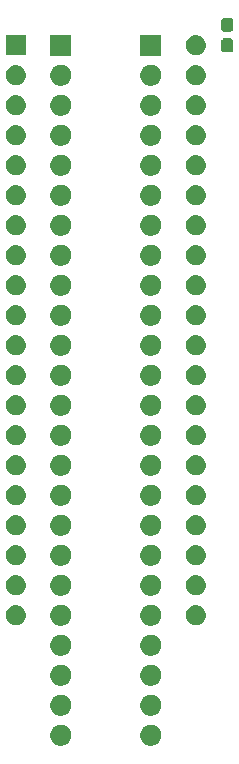
<source format=gbr>
G04 #@! TF.GenerationSoftware,KiCad,Pcbnew,7.0.11+dfsg-1build4*
G04 #@! TF.CreationDate,2024-12-04T11:30:58+09:00*
G04 #@! TF.ProjectId,bionic-ins8070,62696f6e-6963-42d6-996e-73383037302e,6*
G04 #@! TF.SameCoordinates,Original*
G04 #@! TF.FileFunction,Soldermask,Bot*
G04 #@! TF.FilePolarity,Negative*
%FSLAX46Y46*%
G04 Gerber Fmt 4.6, Leading zero omitted, Abs format (unit mm)*
G04 Created by KiCad (PCBNEW 7.0.11+dfsg-1build4) date 2024-12-04 11:30:58*
%MOMM*%
%LPD*%
G01*
G04 APERTURE LIST*
G04 APERTURE END LIST*
G36*
X109933983Y-132603936D02*
G01*
X109984180Y-132603936D01*
X110027524Y-132613149D01*
X110065659Y-132616905D01*
X110113566Y-132631437D01*
X110168424Y-132643098D01*
X110203530Y-132658728D01*
X110234566Y-132668143D01*
X110283884Y-132694504D01*
X110340500Y-132719711D01*
X110366822Y-132738835D01*
X110390232Y-132751348D01*
X110437988Y-132790540D01*
X110492887Y-132830427D01*
X110510711Y-132850223D01*
X110526675Y-132863324D01*
X110569572Y-132915594D01*
X110618924Y-132970405D01*
X110629292Y-132988363D01*
X110638651Y-132999767D01*
X110673273Y-133064542D01*
X110713104Y-133133530D01*
X110717685Y-133147630D01*
X110721856Y-133155433D01*
X110744852Y-133231242D01*
X110771311Y-133312672D01*
X110772242Y-133321532D01*
X110773094Y-133324340D01*
X110781384Y-133408513D01*
X110791000Y-133500000D01*
X110781383Y-133591494D01*
X110773094Y-133675659D01*
X110772242Y-133678466D01*
X110771311Y-133687328D01*
X110744848Y-133768771D01*
X110721856Y-133844566D01*
X110717686Y-133852366D01*
X110713104Y-133866470D01*
X110673266Y-133935470D01*
X110638651Y-134000232D01*
X110629294Y-134011633D01*
X110618924Y-134029595D01*
X110569563Y-134084415D01*
X110526675Y-134136675D01*
X110510714Y-134149773D01*
X110492887Y-134169573D01*
X110437977Y-134209467D01*
X110390232Y-134248651D01*
X110366827Y-134261161D01*
X110340500Y-134280289D01*
X110283873Y-134305500D01*
X110234566Y-134331856D01*
X110203537Y-134341268D01*
X110168424Y-134356902D01*
X110113555Y-134368564D01*
X110065659Y-134383094D01*
X110027532Y-134386849D01*
X109984180Y-134396064D01*
X109933973Y-134396064D01*
X109890000Y-134400395D01*
X109846027Y-134396064D01*
X109795820Y-134396064D01*
X109752467Y-134386849D01*
X109714340Y-134383094D01*
X109666441Y-134368563D01*
X109611576Y-134356902D01*
X109576464Y-134341269D01*
X109545433Y-134331856D01*
X109496120Y-134305498D01*
X109439500Y-134280289D01*
X109413175Y-134261163D01*
X109389767Y-134248651D01*
X109342013Y-134209460D01*
X109287113Y-134169573D01*
X109269287Y-134149776D01*
X109253324Y-134136675D01*
X109210425Y-134084402D01*
X109161076Y-134029595D01*
X109150708Y-134011637D01*
X109141348Y-134000232D01*
X109106719Y-133935447D01*
X109066896Y-133866470D01*
X109062315Y-133852371D01*
X109058143Y-133844566D01*
X109035136Y-133768725D01*
X109008689Y-133687328D01*
X109007758Y-133678471D01*
X109006905Y-133675659D01*
X108998600Y-133591342D01*
X108989000Y-133500000D01*
X108998599Y-133408664D01*
X109006905Y-133324340D01*
X109007758Y-133321527D01*
X109008689Y-133312672D01*
X109035132Y-133231288D01*
X109058143Y-133155433D01*
X109062315Y-133147626D01*
X109066896Y-133133530D01*
X109106712Y-133064565D01*
X109141348Y-132999767D01*
X109150710Y-132988359D01*
X109161076Y-132970405D01*
X109210416Y-132915607D01*
X109253324Y-132863324D01*
X109269291Y-132850219D01*
X109287113Y-132830427D01*
X109342002Y-132790546D01*
X109389767Y-132751348D01*
X109413180Y-132738833D01*
X109439500Y-132719711D01*
X109496109Y-132694506D01*
X109545433Y-132668143D01*
X109576471Y-132658727D01*
X109611576Y-132643098D01*
X109666430Y-132631438D01*
X109714340Y-132616905D01*
X109752476Y-132613148D01*
X109795820Y-132603936D01*
X109846016Y-132603936D01*
X109890000Y-132599604D01*
X109933983Y-132603936D01*
G37*
G36*
X117553983Y-132603936D02*
G01*
X117604180Y-132603936D01*
X117647524Y-132613149D01*
X117685659Y-132616905D01*
X117733566Y-132631437D01*
X117788424Y-132643098D01*
X117823530Y-132658728D01*
X117854566Y-132668143D01*
X117903884Y-132694504D01*
X117960500Y-132719711D01*
X117986822Y-132738835D01*
X118010232Y-132751348D01*
X118057988Y-132790540D01*
X118112887Y-132830427D01*
X118130711Y-132850223D01*
X118146675Y-132863324D01*
X118189572Y-132915594D01*
X118238924Y-132970405D01*
X118249292Y-132988363D01*
X118258651Y-132999767D01*
X118293273Y-133064542D01*
X118333104Y-133133530D01*
X118337685Y-133147630D01*
X118341856Y-133155433D01*
X118364852Y-133231242D01*
X118391311Y-133312672D01*
X118392242Y-133321532D01*
X118393094Y-133324340D01*
X118401384Y-133408513D01*
X118411000Y-133500000D01*
X118401383Y-133591494D01*
X118393094Y-133675659D01*
X118392242Y-133678466D01*
X118391311Y-133687328D01*
X118364848Y-133768771D01*
X118341856Y-133844566D01*
X118337686Y-133852366D01*
X118333104Y-133866470D01*
X118293266Y-133935470D01*
X118258651Y-134000232D01*
X118249294Y-134011633D01*
X118238924Y-134029595D01*
X118189563Y-134084415D01*
X118146675Y-134136675D01*
X118130714Y-134149773D01*
X118112887Y-134169573D01*
X118057977Y-134209467D01*
X118010232Y-134248651D01*
X117986827Y-134261161D01*
X117960500Y-134280289D01*
X117903873Y-134305500D01*
X117854566Y-134331856D01*
X117823537Y-134341268D01*
X117788424Y-134356902D01*
X117733555Y-134368564D01*
X117685659Y-134383094D01*
X117647532Y-134386849D01*
X117604180Y-134396064D01*
X117553973Y-134396064D01*
X117510000Y-134400395D01*
X117466027Y-134396064D01*
X117415820Y-134396064D01*
X117372467Y-134386849D01*
X117334340Y-134383094D01*
X117286441Y-134368563D01*
X117231576Y-134356902D01*
X117196464Y-134341269D01*
X117165433Y-134331856D01*
X117116120Y-134305498D01*
X117059500Y-134280289D01*
X117033175Y-134261163D01*
X117009767Y-134248651D01*
X116962013Y-134209460D01*
X116907113Y-134169573D01*
X116889287Y-134149776D01*
X116873324Y-134136675D01*
X116830425Y-134084402D01*
X116781076Y-134029595D01*
X116770708Y-134011637D01*
X116761348Y-134000232D01*
X116726719Y-133935447D01*
X116686896Y-133866470D01*
X116682315Y-133852371D01*
X116678143Y-133844566D01*
X116655136Y-133768725D01*
X116628689Y-133687328D01*
X116627758Y-133678471D01*
X116626905Y-133675659D01*
X116618600Y-133591342D01*
X116609000Y-133500000D01*
X116618599Y-133408664D01*
X116626905Y-133324340D01*
X116627758Y-133321527D01*
X116628689Y-133312672D01*
X116655132Y-133231288D01*
X116678143Y-133155433D01*
X116682315Y-133147626D01*
X116686896Y-133133530D01*
X116726712Y-133064565D01*
X116761348Y-132999767D01*
X116770710Y-132988359D01*
X116781076Y-132970405D01*
X116830416Y-132915607D01*
X116873324Y-132863324D01*
X116889291Y-132850219D01*
X116907113Y-132830427D01*
X116962002Y-132790546D01*
X117009767Y-132751348D01*
X117033180Y-132738833D01*
X117059500Y-132719711D01*
X117116109Y-132694506D01*
X117165433Y-132668143D01*
X117196471Y-132658727D01*
X117231576Y-132643098D01*
X117286430Y-132631438D01*
X117334340Y-132616905D01*
X117372476Y-132613148D01*
X117415820Y-132603936D01*
X117466016Y-132603936D01*
X117510000Y-132599604D01*
X117553983Y-132603936D01*
G37*
G36*
X109933983Y-130063936D02*
G01*
X109984180Y-130063936D01*
X110027524Y-130073149D01*
X110065659Y-130076905D01*
X110113566Y-130091437D01*
X110168424Y-130103098D01*
X110203530Y-130118728D01*
X110234566Y-130128143D01*
X110283884Y-130154504D01*
X110340500Y-130179711D01*
X110366822Y-130198835D01*
X110390232Y-130211348D01*
X110437988Y-130250540D01*
X110492887Y-130290427D01*
X110510711Y-130310223D01*
X110526675Y-130323324D01*
X110569572Y-130375594D01*
X110618924Y-130430405D01*
X110629292Y-130448363D01*
X110638651Y-130459767D01*
X110673273Y-130524542D01*
X110713104Y-130593530D01*
X110717685Y-130607630D01*
X110721856Y-130615433D01*
X110744852Y-130691242D01*
X110771311Y-130772672D01*
X110772242Y-130781532D01*
X110773094Y-130784340D01*
X110781384Y-130868513D01*
X110791000Y-130960000D01*
X110781383Y-131051494D01*
X110773094Y-131135659D01*
X110772242Y-131138466D01*
X110771311Y-131147328D01*
X110744848Y-131228771D01*
X110721856Y-131304566D01*
X110717686Y-131312366D01*
X110713104Y-131326470D01*
X110673266Y-131395470D01*
X110638651Y-131460232D01*
X110629294Y-131471633D01*
X110618924Y-131489595D01*
X110569563Y-131544415D01*
X110526675Y-131596675D01*
X110510714Y-131609773D01*
X110492887Y-131629573D01*
X110437977Y-131669467D01*
X110390232Y-131708651D01*
X110366827Y-131721161D01*
X110340500Y-131740289D01*
X110283873Y-131765500D01*
X110234566Y-131791856D01*
X110203537Y-131801268D01*
X110168424Y-131816902D01*
X110113555Y-131828564D01*
X110065659Y-131843094D01*
X110027532Y-131846849D01*
X109984180Y-131856064D01*
X109933973Y-131856064D01*
X109890000Y-131860395D01*
X109846027Y-131856064D01*
X109795820Y-131856064D01*
X109752467Y-131846849D01*
X109714340Y-131843094D01*
X109666441Y-131828563D01*
X109611576Y-131816902D01*
X109576464Y-131801269D01*
X109545433Y-131791856D01*
X109496120Y-131765498D01*
X109439500Y-131740289D01*
X109413175Y-131721163D01*
X109389767Y-131708651D01*
X109342013Y-131669460D01*
X109287113Y-131629573D01*
X109269287Y-131609776D01*
X109253324Y-131596675D01*
X109210425Y-131544402D01*
X109161076Y-131489595D01*
X109150708Y-131471637D01*
X109141348Y-131460232D01*
X109106719Y-131395447D01*
X109066896Y-131326470D01*
X109062315Y-131312371D01*
X109058143Y-131304566D01*
X109035136Y-131228725D01*
X109008689Y-131147328D01*
X109007758Y-131138471D01*
X109006905Y-131135659D01*
X108998600Y-131051342D01*
X108989000Y-130960000D01*
X108998599Y-130868664D01*
X109006905Y-130784340D01*
X109007758Y-130781527D01*
X109008689Y-130772672D01*
X109035132Y-130691288D01*
X109058143Y-130615433D01*
X109062315Y-130607626D01*
X109066896Y-130593530D01*
X109106712Y-130524565D01*
X109141348Y-130459767D01*
X109150710Y-130448359D01*
X109161076Y-130430405D01*
X109210416Y-130375607D01*
X109253324Y-130323324D01*
X109269291Y-130310219D01*
X109287113Y-130290427D01*
X109342002Y-130250546D01*
X109389767Y-130211348D01*
X109413180Y-130198833D01*
X109439500Y-130179711D01*
X109496109Y-130154506D01*
X109545433Y-130128143D01*
X109576471Y-130118727D01*
X109611576Y-130103098D01*
X109666430Y-130091438D01*
X109714340Y-130076905D01*
X109752476Y-130073148D01*
X109795820Y-130063936D01*
X109846016Y-130063936D01*
X109890000Y-130059604D01*
X109933983Y-130063936D01*
G37*
G36*
X117553983Y-130063936D02*
G01*
X117604180Y-130063936D01*
X117647524Y-130073149D01*
X117685659Y-130076905D01*
X117733566Y-130091437D01*
X117788424Y-130103098D01*
X117823530Y-130118728D01*
X117854566Y-130128143D01*
X117903884Y-130154504D01*
X117960500Y-130179711D01*
X117986822Y-130198835D01*
X118010232Y-130211348D01*
X118057988Y-130250540D01*
X118112887Y-130290427D01*
X118130711Y-130310223D01*
X118146675Y-130323324D01*
X118189572Y-130375594D01*
X118238924Y-130430405D01*
X118249292Y-130448363D01*
X118258651Y-130459767D01*
X118293273Y-130524542D01*
X118333104Y-130593530D01*
X118337685Y-130607630D01*
X118341856Y-130615433D01*
X118364852Y-130691242D01*
X118391311Y-130772672D01*
X118392242Y-130781532D01*
X118393094Y-130784340D01*
X118401384Y-130868513D01*
X118411000Y-130960000D01*
X118401383Y-131051494D01*
X118393094Y-131135659D01*
X118392242Y-131138466D01*
X118391311Y-131147328D01*
X118364848Y-131228771D01*
X118341856Y-131304566D01*
X118337686Y-131312366D01*
X118333104Y-131326470D01*
X118293266Y-131395470D01*
X118258651Y-131460232D01*
X118249294Y-131471633D01*
X118238924Y-131489595D01*
X118189563Y-131544415D01*
X118146675Y-131596675D01*
X118130714Y-131609773D01*
X118112887Y-131629573D01*
X118057977Y-131669467D01*
X118010232Y-131708651D01*
X117986827Y-131721161D01*
X117960500Y-131740289D01*
X117903873Y-131765500D01*
X117854566Y-131791856D01*
X117823537Y-131801268D01*
X117788424Y-131816902D01*
X117733555Y-131828564D01*
X117685659Y-131843094D01*
X117647532Y-131846849D01*
X117604180Y-131856064D01*
X117553973Y-131856064D01*
X117510000Y-131860395D01*
X117466027Y-131856064D01*
X117415820Y-131856064D01*
X117372467Y-131846849D01*
X117334340Y-131843094D01*
X117286441Y-131828563D01*
X117231576Y-131816902D01*
X117196464Y-131801269D01*
X117165433Y-131791856D01*
X117116120Y-131765498D01*
X117059500Y-131740289D01*
X117033175Y-131721163D01*
X117009767Y-131708651D01*
X116962013Y-131669460D01*
X116907113Y-131629573D01*
X116889287Y-131609776D01*
X116873324Y-131596675D01*
X116830425Y-131544402D01*
X116781076Y-131489595D01*
X116770708Y-131471637D01*
X116761348Y-131460232D01*
X116726719Y-131395447D01*
X116686896Y-131326470D01*
X116682315Y-131312371D01*
X116678143Y-131304566D01*
X116655136Y-131228725D01*
X116628689Y-131147328D01*
X116627758Y-131138471D01*
X116626905Y-131135659D01*
X116618600Y-131051342D01*
X116609000Y-130960000D01*
X116618599Y-130868664D01*
X116626905Y-130784340D01*
X116627758Y-130781527D01*
X116628689Y-130772672D01*
X116655132Y-130691288D01*
X116678143Y-130615433D01*
X116682315Y-130607626D01*
X116686896Y-130593530D01*
X116726712Y-130524565D01*
X116761348Y-130459767D01*
X116770710Y-130448359D01*
X116781076Y-130430405D01*
X116830416Y-130375607D01*
X116873324Y-130323324D01*
X116889291Y-130310219D01*
X116907113Y-130290427D01*
X116962002Y-130250546D01*
X117009767Y-130211348D01*
X117033180Y-130198833D01*
X117059500Y-130179711D01*
X117116109Y-130154506D01*
X117165433Y-130128143D01*
X117196471Y-130118727D01*
X117231576Y-130103098D01*
X117286430Y-130091438D01*
X117334340Y-130076905D01*
X117372476Y-130073148D01*
X117415820Y-130063936D01*
X117466016Y-130063936D01*
X117510000Y-130059604D01*
X117553983Y-130063936D01*
G37*
G36*
X109933983Y-127523936D02*
G01*
X109984180Y-127523936D01*
X110027524Y-127533149D01*
X110065659Y-127536905D01*
X110113566Y-127551437D01*
X110168424Y-127563098D01*
X110203530Y-127578728D01*
X110234566Y-127588143D01*
X110283884Y-127614504D01*
X110340500Y-127639711D01*
X110366822Y-127658835D01*
X110390232Y-127671348D01*
X110437988Y-127710540D01*
X110492887Y-127750427D01*
X110510711Y-127770223D01*
X110526675Y-127783324D01*
X110569572Y-127835594D01*
X110618924Y-127890405D01*
X110629292Y-127908363D01*
X110638651Y-127919767D01*
X110673273Y-127984542D01*
X110713104Y-128053530D01*
X110717685Y-128067630D01*
X110721856Y-128075433D01*
X110744852Y-128151242D01*
X110771311Y-128232672D01*
X110772242Y-128241532D01*
X110773094Y-128244340D01*
X110781384Y-128328513D01*
X110791000Y-128420000D01*
X110781383Y-128511494D01*
X110773094Y-128595659D01*
X110772242Y-128598466D01*
X110771311Y-128607328D01*
X110744848Y-128688771D01*
X110721856Y-128764566D01*
X110717686Y-128772366D01*
X110713104Y-128786470D01*
X110673266Y-128855470D01*
X110638651Y-128920232D01*
X110629294Y-128931633D01*
X110618924Y-128949595D01*
X110569563Y-129004415D01*
X110526675Y-129056675D01*
X110510714Y-129069773D01*
X110492887Y-129089573D01*
X110437977Y-129129467D01*
X110390232Y-129168651D01*
X110366827Y-129181161D01*
X110340500Y-129200289D01*
X110283873Y-129225500D01*
X110234566Y-129251856D01*
X110203537Y-129261268D01*
X110168424Y-129276902D01*
X110113555Y-129288564D01*
X110065659Y-129303094D01*
X110027532Y-129306849D01*
X109984180Y-129316064D01*
X109933973Y-129316064D01*
X109890000Y-129320395D01*
X109846027Y-129316064D01*
X109795820Y-129316064D01*
X109752467Y-129306849D01*
X109714340Y-129303094D01*
X109666441Y-129288563D01*
X109611576Y-129276902D01*
X109576464Y-129261269D01*
X109545433Y-129251856D01*
X109496120Y-129225498D01*
X109439500Y-129200289D01*
X109413175Y-129181163D01*
X109389767Y-129168651D01*
X109342013Y-129129460D01*
X109287113Y-129089573D01*
X109269287Y-129069776D01*
X109253324Y-129056675D01*
X109210425Y-129004402D01*
X109161076Y-128949595D01*
X109150708Y-128931637D01*
X109141348Y-128920232D01*
X109106719Y-128855447D01*
X109066896Y-128786470D01*
X109062315Y-128772371D01*
X109058143Y-128764566D01*
X109035136Y-128688725D01*
X109008689Y-128607328D01*
X109007758Y-128598471D01*
X109006905Y-128595659D01*
X108998600Y-128511342D01*
X108989000Y-128420000D01*
X108998599Y-128328664D01*
X109006905Y-128244340D01*
X109007758Y-128241527D01*
X109008689Y-128232672D01*
X109035132Y-128151288D01*
X109058143Y-128075433D01*
X109062315Y-128067626D01*
X109066896Y-128053530D01*
X109106712Y-127984565D01*
X109141348Y-127919767D01*
X109150710Y-127908359D01*
X109161076Y-127890405D01*
X109210416Y-127835607D01*
X109253324Y-127783324D01*
X109269291Y-127770219D01*
X109287113Y-127750427D01*
X109342002Y-127710546D01*
X109389767Y-127671348D01*
X109413180Y-127658833D01*
X109439500Y-127639711D01*
X109496109Y-127614506D01*
X109545433Y-127588143D01*
X109576471Y-127578727D01*
X109611576Y-127563098D01*
X109666430Y-127551438D01*
X109714340Y-127536905D01*
X109752476Y-127533148D01*
X109795820Y-127523936D01*
X109846016Y-127523936D01*
X109890000Y-127519604D01*
X109933983Y-127523936D01*
G37*
G36*
X117553983Y-127523936D02*
G01*
X117604180Y-127523936D01*
X117647524Y-127533149D01*
X117685659Y-127536905D01*
X117733566Y-127551437D01*
X117788424Y-127563098D01*
X117823530Y-127578728D01*
X117854566Y-127588143D01*
X117903884Y-127614504D01*
X117960500Y-127639711D01*
X117986822Y-127658835D01*
X118010232Y-127671348D01*
X118057988Y-127710540D01*
X118112887Y-127750427D01*
X118130711Y-127770223D01*
X118146675Y-127783324D01*
X118189572Y-127835594D01*
X118238924Y-127890405D01*
X118249292Y-127908363D01*
X118258651Y-127919767D01*
X118293273Y-127984542D01*
X118333104Y-128053530D01*
X118337685Y-128067630D01*
X118341856Y-128075433D01*
X118364852Y-128151242D01*
X118391311Y-128232672D01*
X118392242Y-128241532D01*
X118393094Y-128244340D01*
X118401384Y-128328513D01*
X118411000Y-128420000D01*
X118401383Y-128511494D01*
X118393094Y-128595659D01*
X118392242Y-128598466D01*
X118391311Y-128607328D01*
X118364848Y-128688771D01*
X118341856Y-128764566D01*
X118337686Y-128772366D01*
X118333104Y-128786470D01*
X118293266Y-128855470D01*
X118258651Y-128920232D01*
X118249294Y-128931633D01*
X118238924Y-128949595D01*
X118189563Y-129004415D01*
X118146675Y-129056675D01*
X118130714Y-129069773D01*
X118112887Y-129089573D01*
X118057977Y-129129467D01*
X118010232Y-129168651D01*
X117986827Y-129181161D01*
X117960500Y-129200289D01*
X117903873Y-129225500D01*
X117854566Y-129251856D01*
X117823537Y-129261268D01*
X117788424Y-129276902D01*
X117733555Y-129288564D01*
X117685659Y-129303094D01*
X117647532Y-129306849D01*
X117604180Y-129316064D01*
X117553973Y-129316064D01*
X117510000Y-129320395D01*
X117466027Y-129316064D01*
X117415820Y-129316064D01*
X117372467Y-129306849D01*
X117334340Y-129303094D01*
X117286441Y-129288563D01*
X117231576Y-129276902D01*
X117196464Y-129261269D01*
X117165433Y-129251856D01*
X117116120Y-129225498D01*
X117059500Y-129200289D01*
X117033175Y-129181163D01*
X117009767Y-129168651D01*
X116962013Y-129129460D01*
X116907113Y-129089573D01*
X116889287Y-129069776D01*
X116873324Y-129056675D01*
X116830425Y-129004402D01*
X116781076Y-128949595D01*
X116770708Y-128931637D01*
X116761348Y-128920232D01*
X116726719Y-128855447D01*
X116686896Y-128786470D01*
X116682315Y-128772371D01*
X116678143Y-128764566D01*
X116655136Y-128688725D01*
X116628689Y-128607328D01*
X116627758Y-128598471D01*
X116626905Y-128595659D01*
X116618600Y-128511342D01*
X116609000Y-128420000D01*
X116618599Y-128328664D01*
X116626905Y-128244340D01*
X116627758Y-128241527D01*
X116628689Y-128232672D01*
X116655132Y-128151288D01*
X116678143Y-128075433D01*
X116682315Y-128067626D01*
X116686896Y-128053530D01*
X116726712Y-127984565D01*
X116761348Y-127919767D01*
X116770710Y-127908359D01*
X116781076Y-127890405D01*
X116830416Y-127835607D01*
X116873324Y-127783324D01*
X116889291Y-127770219D01*
X116907113Y-127750427D01*
X116962002Y-127710546D01*
X117009767Y-127671348D01*
X117033180Y-127658833D01*
X117059500Y-127639711D01*
X117116109Y-127614506D01*
X117165433Y-127588143D01*
X117196471Y-127578727D01*
X117231576Y-127563098D01*
X117286430Y-127551438D01*
X117334340Y-127536905D01*
X117372476Y-127533148D01*
X117415820Y-127523936D01*
X117466016Y-127523936D01*
X117510000Y-127519604D01*
X117553983Y-127523936D01*
G37*
G36*
X109933983Y-124983936D02*
G01*
X109984180Y-124983936D01*
X110027524Y-124993149D01*
X110065659Y-124996905D01*
X110113566Y-125011437D01*
X110168424Y-125023098D01*
X110203530Y-125038728D01*
X110234566Y-125048143D01*
X110283884Y-125074504D01*
X110340500Y-125099711D01*
X110366822Y-125118835D01*
X110390232Y-125131348D01*
X110437988Y-125170540D01*
X110492887Y-125210427D01*
X110510711Y-125230223D01*
X110526675Y-125243324D01*
X110569572Y-125295594D01*
X110618924Y-125350405D01*
X110629292Y-125368363D01*
X110638651Y-125379767D01*
X110673273Y-125444542D01*
X110713104Y-125513530D01*
X110717685Y-125527630D01*
X110721856Y-125535433D01*
X110744852Y-125611242D01*
X110771311Y-125692672D01*
X110772242Y-125701532D01*
X110773094Y-125704340D01*
X110781384Y-125788513D01*
X110791000Y-125880000D01*
X110781383Y-125971494D01*
X110773094Y-126055659D01*
X110772242Y-126058466D01*
X110771311Y-126067328D01*
X110744848Y-126148771D01*
X110721856Y-126224566D01*
X110717686Y-126232366D01*
X110713104Y-126246470D01*
X110673266Y-126315470D01*
X110638651Y-126380232D01*
X110629294Y-126391633D01*
X110618924Y-126409595D01*
X110569563Y-126464415D01*
X110526675Y-126516675D01*
X110510714Y-126529773D01*
X110492887Y-126549573D01*
X110437977Y-126589467D01*
X110390232Y-126628651D01*
X110366827Y-126641161D01*
X110340500Y-126660289D01*
X110283873Y-126685500D01*
X110234566Y-126711856D01*
X110203537Y-126721268D01*
X110168424Y-126736902D01*
X110113555Y-126748564D01*
X110065659Y-126763094D01*
X110027532Y-126766849D01*
X109984180Y-126776064D01*
X109933973Y-126776064D01*
X109890000Y-126780395D01*
X109846027Y-126776064D01*
X109795820Y-126776064D01*
X109752467Y-126766849D01*
X109714340Y-126763094D01*
X109666441Y-126748563D01*
X109611576Y-126736902D01*
X109576464Y-126721269D01*
X109545433Y-126711856D01*
X109496120Y-126685498D01*
X109439500Y-126660289D01*
X109413175Y-126641163D01*
X109389767Y-126628651D01*
X109342013Y-126589460D01*
X109287113Y-126549573D01*
X109269287Y-126529776D01*
X109253324Y-126516675D01*
X109210425Y-126464402D01*
X109161076Y-126409595D01*
X109150708Y-126391637D01*
X109141348Y-126380232D01*
X109106719Y-126315447D01*
X109066896Y-126246470D01*
X109062315Y-126232371D01*
X109058143Y-126224566D01*
X109035136Y-126148725D01*
X109008689Y-126067328D01*
X109007758Y-126058471D01*
X109006905Y-126055659D01*
X108998600Y-125971342D01*
X108989000Y-125880000D01*
X108998599Y-125788664D01*
X109006905Y-125704340D01*
X109007758Y-125701527D01*
X109008689Y-125692672D01*
X109035132Y-125611288D01*
X109058143Y-125535433D01*
X109062315Y-125527626D01*
X109066896Y-125513530D01*
X109106712Y-125444565D01*
X109141348Y-125379767D01*
X109150710Y-125368359D01*
X109161076Y-125350405D01*
X109210416Y-125295607D01*
X109253324Y-125243324D01*
X109269291Y-125230219D01*
X109287113Y-125210427D01*
X109342002Y-125170546D01*
X109389767Y-125131348D01*
X109413180Y-125118833D01*
X109439500Y-125099711D01*
X109496109Y-125074506D01*
X109545433Y-125048143D01*
X109576471Y-125038727D01*
X109611576Y-125023098D01*
X109666430Y-125011438D01*
X109714340Y-124996905D01*
X109752476Y-124993148D01*
X109795820Y-124983936D01*
X109846016Y-124983936D01*
X109890000Y-124979604D01*
X109933983Y-124983936D01*
G37*
G36*
X117553983Y-124983936D02*
G01*
X117604180Y-124983936D01*
X117647524Y-124993149D01*
X117685659Y-124996905D01*
X117733566Y-125011437D01*
X117788424Y-125023098D01*
X117823530Y-125038728D01*
X117854566Y-125048143D01*
X117903884Y-125074504D01*
X117960500Y-125099711D01*
X117986822Y-125118835D01*
X118010232Y-125131348D01*
X118057988Y-125170540D01*
X118112887Y-125210427D01*
X118130711Y-125230223D01*
X118146675Y-125243324D01*
X118189572Y-125295594D01*
X118238924Y-125350405D01*
X118249292Y-125368363D01*
X118258651Y-125379767D01*
X118293273Y-125444542D01*
X118333104Y-125513530D01*
X118337685Y-125527630D01*
X118341856Y-125535433D01*
X118364852Y-125611242D01*
X118391311Y-125692672D01*
X118392242Y-125701532D01*
X118393094Y-125704340D01*
X118401384Y-125788513D01*
X118411000Y-125880000D01*
X118401383Y-125971494D01*
X118393094Y-126055659D01*
X118392242Y-126058466D01*
X118391311Y-126067328D01*
X118364848Y-126148771D01*
X118341856Y-126224566D01*
X118337686Y-126232366D01*
X118333104Y-126246470D01*
X118293266Y-126315470D01*
X118258651Y-126380232D01*
X118249294Y-126391633D01*
X118238924Y-126409595D01*
X118189563Y-126464415D01*
X118146675Y-126516675D01*
X118130714Y-126529773D01*
X118112887Y-126549573D01*
X118057977Y-126589467D01*
X118010232Y-126628651D01*
X117986827Y-126641161D01*
X117960500Y-126660289D01*
X117903873Y-126685500D01*
X117854566Y-126711856D01*
X117823537Y-126721268D01*
X117788424Y-126736902D01*
X117733555Y-126748564D01*
X117685659Y-126763094D01*
X117647532Y-126766849D01*
X117604180Y-126776064D01*
X117553973Y-126776064D01*
X117510000Y-126780395D01*
X117466027Y-126776064D01*
X117415820Y-126776064D01*
X117372467Y-126766849D01*
X117334340Y-126763094D01*
X117286441Y-126748563D01*
X117231576Y-126736902D01*
X117196464Y-126721269D01*
X117165433Y-126711856D01*
X117116120Y-126685498D01*
X117059500Y-126660289D01*
X117033175Y-126641163D01*
X117009767Y-126628651D01*
X116962013Y-126589460D01*
X116907113Y-126549573D01*
X116889287Y-126529776D01*
X116873324Y-126516675D01*
X116830425Y-126464402D01*
X116781076Y-126409595D01*
X116770708Y-126391637D01*
X116761348Y-126380232D01*
X116726719Y-126315447D01*
X116686896Y-126246470D01*
X116682315Y-126232371D01*
X116678143Y-126224566D01*
X116655136Y-126148725D01*
X116628689Y-126067328D01*
X116627758Y-126058471D01*
X116626905Y-126055659D01*
X116618600Y-125971342D01*
X116609000Y-125880000D01*
X116618599Y-125788664D01*
X116626905Y-125704340D01*
X116627758Y-125701527D01*
X116628689Y-125692672D01*
X116655132Y-125611288D01*
X116678143Y-125535433D01*
X116682315Y-125527626D01*
X116686896Y-125513530D01*
X116726712Y-125444565D01*
X116761348Y-125379767D01*
X116770710Y-125368359D01*
X116781076Y-125350405D01*
X116830416Y-125295607D01*
X116873324Y-125243324D01*
X116889291Y-125230219D01*
X116907113Y-125210427D01*
X116962002Y-125170546D01*
X117009767Y-125131348D01*
X117033180Y-125118833D01*
X117059500Y-125099711D01*
X117116109Y-125074506D01*
X117165433Y-125048143D01*
X117196471Y-125038727D01*
X117231576Y-125023098D01*
X117286430Y-125011438D01*
X117334340Y-124996905D01*
X117372476Y-124993148D01*
X117415820Y-124983936D01*
X117466016Y-124983936D01*
X117510000Y-124979604D01*
X117553983Y-124983936D01*
G37*
G36*
X109933983Y-122443936D02*
G01*
X109984180Y-122443936D01*
X110027524Y-122453149D01*
X110065659Y-122456905D01*
X110113566Y-122471437D01*
X110168424Y-122483098D01*
X110203530Y-122498728D01*
X110234566Y-122508143D01*
X110283884Y-122534504D01*
X110340500Y-122559711D01*
X110366822Y-122578835D01*
X110390232Y-122591348D01*
X110437988Y-122630540D01*
X110492887Y-122670427D01*
X110510711Y-122690223D01*
X110526675Y-122703324D01*
X110569572Y-122755594D01*
X110618924Y-122810405D01*
X110629292Y-122828363D01*
X110638651Y-122839767D01*
X110673273Y-122904542D01*
X110713104Y-122973530D01*
X110717685Y-122987630D01*
X110721856Y-122995433D01*
X110744852Y-123071242D01*
X110771311Y-123152672D01*
X110772242Y-123161532D01*
X110773094Y-123164340D01*
X110781384Y-123248513D01*
X110791000Y-123340000D01*
X110781383Y-123431494D01*
X110773094Y-123515659D01*
X110772242Y-123518466D01*
X110771311Y-123527328D01*
X110744848Y-123608771D01*
X110721856Y-123684566D01*
X110717686Y-123692366D01*
X110713104Y-123706470D01*
X110673266Y-123775470D01*
X110638651Y-123840232D01*
X110629294Y-123851633D01*
X110618924Y-123869595D01*
X110569563Y-123924415D01*
X110526675Y-123976675D01*
X110510714Y-123989773D01*
X110492887Y-124009573D01*
X110437977Y-124049467D01*
X110390232Y-124088651D01*
X110366827Y-124101161D01*
X110340500Y-124120289D01*
X110283873Y-124145500D01*
X110234566Y-124171856D01*
X110203537Y-124181268D01*
X110168424Y-124196902D01*
X110113555Y-124208564D01*
X110065659Y-124223094D01*
X110027532Y-124226849D01*
X109984180Y-124236064D01*
X109933973Y-124236064D01*
X109890000Y-124240395D01*
X109846027Y-124236064D01*
X109795820Y-124236064D01*
X109752467Y-124226849D01*
X109714340Y-124223094D01*
X109666441Y-124208563D01*
X109611576Y-124196902D01*
X109576464Y-124181269D01*
X109545433Y-124171856D01*
X109496120Y-124145498D01*
X109439500Y-124120289D01*
X109413175Y-124101163D01*
X109389767Y-124088651D01*
X109342013Y-124049460D01*
X109287113Y-124009573D01*
X109269287Y-123989776D01*
X109253324Y-123976675D01*
X109210425Y-123924402D01*
X109161076Y-123869595D01*
X109150708Y-123851637D01*
X109141348Y-123840232D01*
X109106719Y-123775447D01*
X109066896Y-123706470D01*
X109062315Y-123692371D01*
X109058143Y-123684566D01*
X109035136Y-123608725D01*
X109008689Y-123527328D01*
X109007758Y-123518471D01*
X109006905Y-123515659D01*
X108998600Y-123431342D01*
X108989000Y-123340000D01*
X108998599Y-123248664D01*
X109006905Y-123164340D01*
X109007758Y-123161527D01*
X109008689Y-123152672D01*
X109035132Y-123071288D01*
X109058143Y-122995433D01*
X109062315Y-122987626D01*
X109066896Y-122973530D01*
X109106712Y-122904565D01*
X109141348Y-122839767D01*
X109150710Y-122828359D01*
X109161076Y-122810405D01*
X109210416Y-122755607D01*
X109253324Y-122703324D01*
X109269291Y-122690219D01*
X109287113Y-122670427D01*
X109342002Y-122630546D01*
X109389767Y-122591348D01*
X109413180Y-122578833D01*
X109439500Y-122559711D01*
X109496109Y-122534506D01*
X109545433Y-122508143D01*
X109576471Y-122498727D01*
X109611576Y-122483098D01*
X109666430Y-122471438D01*
X109714340Y-122456905D01*
X109752476Y-122453148D01*
X109795820Y-122443936D01*
X109846016Y-122443936D01*
X109890000Y-122439604D01*
X109933983Y-122443936D01*
G37*
G36*
X117553983Y-122443936D02*
G01*
X117604180Y-122443936D01*
X117647524Y-122453149D01*
X117685659Y-122456905D01*
X117733566Y-122471437D01*
X117788424Y-122483098D01*
X117823530Y-122498728D01*
X117854566Y-122508143D01*
X117903884Y-122534504D01*
X117960500Y-122559711D01*
X117986822Y-122578835D01*
X118010232Y-122591348D01*
X118057988Y-122630540D01*
X118112887Y-122670427D01*
X118130711Y-122690223D01*
X118146675Y-122703324D01*
X118189572Y-122755594D01*
X118238924Y-122810405D01*
X118249292Y-122828363D01*
X118258651Y-122839767D01*
X118293273Y-122904542D01*
X118333104Y-122973530D01*
X118337685Y-122987630D01*
X118341856Y-122995433D01*
X118364852Y-123071242D01*
X118391311Y-123152672D01*
X118392242Y-123161532D01*
X118393094Y-123164340D01*
X118401384Y-123248513D01*
X118411000Y-123340000D01*
X118401383Y-123431494D01*
X118393094Y-123515659D01*
X118392242Y-123518466D01*
X118391311Y-123527328D01*
X118364848Y-123608771D01*
X118341856Y-123684566D01*
X118337686Y-123692366D01*
X118333104Y-123706470D01*
X118293266Y-123775470D01*
X118258651Y-123840232D01*
X118249294Y-123851633D01*
X118238924Y-123869595D01*
X118189563Y-123924415D01*
X118146675Y-123976675D01*
X118130714Y-123989773D01*
X118112887Y-124009573D01*
X118057977Y-124049467D01*
X118010232Y-124088651D01*
X117986827Y-124101161D01*
X117960500Y-124120289D01*
X117903873Y-124145500D01*
X117854566Y-124171856D01*
X117823537Y-124181268D01*
X117788424Y-124196902D01*
X117733555Y-124208564D01*
X117685659Y-124223094D01*
X117647532Y-124226849D01*
X117604180Y-124236064D01*
X117553973Y-124236064D01*
X117510000Y-124240395D01*
X117466027Y-124236064D01*
X117415820Y-124236064D01*
X117372467Y-124226849D01*
X117334340Y-124223094D01*
X117286441Y-124208563D01*
X117231576Y-124196902D01*
X117196464Y-124181269D01*
X117165433Y-124171856D01*
X117116120Y-124145498D01*
X117059500Y-124120289D01*
X117033175Y-124101163D01*
X117009767Y-124088651D01*
X116962013Y-124049460D01*
X116907113Y-124009573D01*
X116889287Y-123989776D01*
X116873324Y-123976675D01*
X116830425Y-123924402D01*
X116781076Y-123869595D01*
X116770708Y-123851637D01*
X116761348Y-123840232D01*
X116726719Y-123775447D01*
X116686896Y-123706470D01*
X116682315Y-123692371D01*
X116678143Y-123684566D01*
X116655136Y-123608725D01*
X116628689Y-123527328D01*
X116627758Y-123518471D01*
X116626905Y-123515659D01*
X116618600Y-123431342D01*
X116609000Y-123340000D01*
X116618599Y-123248664D01*
X116626905Y-123164340D01*
X116627758Y-123161527D01*
X116628689Y-123152672D01*
X116655132Y-123071288D01*
X116678143Y-122995433D01*
X116682315Y-122987626D01*
X116686896Y-122973530D01*
X116726712Y-122904565D01*
X116761348Y-122839767D01*
X116770710Y-122828359D01*
X116781076Y-122810405D01*
X116830416Y-122755607D01*
X116873324Y-122703324D01*
X116889291Y-122690219D01*
X116907113Y-122670427D01*
X116962002Y-122630546D01*
X117009767Y-122591348D01*
X117033180Y-122578833D01*
X117059500Y-122559711D01*
X117116109Y-122534506D01*
X117165433Y-122508143D01*
X117196471Y-122498727D01*
X117231576Y-122483098D01*
X117286430Y-122471438D01*
X117334340Y-122456905D01*
X117372476Y-122453148D01*
X117415820Y-122443936D01*
X117466016Y-122443936D01*
X117510000Y-122439604D01*
X117553983Y-122443936D01*
G37*
G36*
X106121199Y-122493662D02*
G01*
X106168954Y-122493662D01*
X106210194Y-122502427D01*
X106245901Y-122505945D01*
X106290759Y-122519552D01*
X106342973Y-122530651D01*
X106376384Y-122545526D01*
X106405435Y-122554339D01*
X106451602Y-122579015D01*
X106505500Y-122603012D01*
X106530554Y-122621215D01*
X106552453Y-122632920D01*
X106597128Y-122669584D01*
X106649430Y-122707584D01*
X106666411Y-122726443D01*
X106681320Y-122738679D01*
X106721387Y-122787501D01*
X106768473Y-122839795D01*
X106778364Y-122856927D01*
X106787079Y-122867546D01*
X106819306Y-122927840D01*
X106857427Y-122993867D01*
X106861813Y-123007368D01*
X106865660Y-123014564D01*
X106886861Y-123084455D01*
X106912404Y-123163067D01*
X106913303Y-123171623D01*
X106914054Y-123174098D01*
X106921371Y-123248389D01*
X106931000Y-123340000D01*
X106921370Y-123431619D01*
X106914054Y-123505901D01*
X106913303Y-123508375D01*
X106912404Y-123516933D01*
X106886856Y-123595558D01*
X106865660Y-123665435D01*
X106861814Y-123672629D01*
X106857427Y-123686133D01*
X106819299Y-123752172D01*
X106787079Y-123812453D01*
X106778366Y-123823069D01*
X106768473Y-123840205D01*
X106721378Y-123892509D01*
X106681320Y-123941320D01*
X106666414Y-123953552D01*
X106649430Y-123972416D01*
X106597118Y-124010423D01*
X106552453Y-124047079D01*
X106530559Y-124058780D01*
X106505500Y-124076988D01*
X106451591Y-124100989D01*
X106405435Y-124125660D01*
X106376391Y-124134470D01*
X106342973Y-124149349D01*
X106290748Y-124160449D01*
X106245901Y-124174054D01*
X106210203Y-124177570D01*
X106168954Y-124186338D01*
X106121188Y-124186338D01*
X106080000Y-124190395D01*
X106038811Y-124186338D01*
X105991046Y-124186338D01*
X105949797Y-124177570D01*
X105914098Y-124174054D01*
X105869248Y-124160448D01*
X105817027Y-124149349D01*
X105783610Y-124134471D01*
X105754564Y-124125660D01*
X105708402Y-124100986D01*
X105654500Y-124076988D01*
X105629443Y-124058783D01*
X105607546Y-124047079D01*
X105562873Y-124010416D01*
X105510570Y-123972416D01*
X105493588Y-123953555D01*
X105478679Y-123941320D01*
X105438610Y-123892496D01*
X105391527Y-123840205D01*
X105381636Y-123823073D01*
X105372920Y-123812453D01*
X105340687Y-123752148D01*
X105302573Y-123686133D01*
X105298186Y-123672634D01*
X105294339Y-123665435D01*
X105273128Y-123595512D01*
X105247596Y-123516933D01*
X105246697Y-123508380D01*
X105245945Y-123505901D01*
X105238613Y-123431467D01*
X105229000Y-123340000D01*
X105238612Y-123248540D01*
X105245945Y-123174098D01*
X105246697Y-123171618D01*
X105247596Y-123163067D01*
X105273123Y-123084502D01*
X105294339Y-123014564D01*
X105298187Y-123007363D01*
X105302573Y-122993867D01*
X105340680Y-122927863D01*
X105372920Y-122867546D01*
X105381638Y-122856923D01*
X105391527Y-122839795D01*
X105438601Y-122787513D01*
X105478679Y-122738679D01*
X105493591Y-122726440D01*
X105510570Y-122707584D01*
X105562862Y-122669591D01*
X105607546Y-122632920D01*
X105629448Y-122621213D01*
X105654500Y-122603012D01*
X105708391Y-122579018D01*
X105754564Y-122554339D01*
X105783617Y-122545525D01*
X105817027Y-122530651D01*
X105869237Y-122519553D01*
X105914098Y-122505945D01*
X105949806Y-122502427D01*
X105991046Y-122493662D01*
X106038801Y-122493662D01*
X106080000Y-122489604D01*
X106121199Y-122493662D01*
G37*
G36*
X121361199Y-122493662D02*
G01*
X121408954Y-122493662D01*
X121450194Y-122502427D01*
X121485901Y-122505945D01*
X121530759Y-122519552D01*
X121582973Y-122530651D01*
X121616384Y-122545526D01*
X121645435Y-122554339D01*
X121691602Y-122579015D01*
X121745500Y-122603012D01*
X121770554Y-122621215D01*
X121792453Y-122632920D01*
X121837128Y-122669584D01*
X121889430Y-122707584D01*
X121906411Y-122726443D01*
X121921320Y-122738679D01*
X121961387Y-122787501D01*
X122008473Y-122839795D01*
X122018364Y-122856927D01*
X122027079Y-122867546D01*
X122059306Y-122927840D01*
X122097427Y-122993867D01*
X122101813Y-123007368D01*
X122105660Y-123014564D01*
X122126861Y-123084455D01*
X122152404Y-123163067D01*
X122153303Y-123171623D01*
X122154054Y-123174098D01*
X122161371Y-123248389D01*
X122171000Y-123340000D01*
X122161370Y-123431619D01*
X122154054Y-123505901D01*
X122153303Y-123508375D01*
X122152404Y-123516933D01*
X122126856Y-123595558D01*
X122105660Y-123665435D01*
X122101814Y-123672629D01*
X122097427Y-123686133D01*
X122059299Y-123752172D01*
X122027079Y-123812453D01*
X122018366Y-123823069D01*
X122008473Y-123840205D01*
X121961378Y-123892509D01*
X121921320Y-123941320D01*
X121906414Y-123953552D01*
X121889430Y-123972416D01*
X121837118Y-124010423D01*
X121792453Y-124047079D01*
X121770559Y-124058780D01*
X121745500Y-124076988D01*
X121691591Y-124100989D01*
X121645435Y-124125660D01*
X121616391Y-124134470D01*
X121582973Y-124149349D01*
X121530748Y-124160449D01*
X121485901Y-124174054D01*
X121450203Y-124177570D01*
X121408954Y-124186338D01*
X121361188Y-124186338D01*
X121320000Y-124190395D01*
X121278811Y-124186338D01*
X121231046Y-124186338D01*
X121189797Y-124177570D01*
X121154098Y-124174054D01*
X121109248Y-124160448D01*
X121057027Y-124149349D01*
X121023610Y-124134471D01*
X120994564Y-124125660D01*
X120948402Y-124100986D01*
X120894500Y-124076988D01*
X120869443Y-124058783D01*
X120847546Y-124047079D01*
X120802873Y-124010416D01*
X120750570Y-123972416D01*
X120733588Y-123953555D01*
X120718679Y-123941320D01*
X120678610Y-123892496D01*
X120631527Y-123840205D01*
X120621636Y-123823073D01*
X120612920Y-123812453D01*
X120580687Y-123752148D01*
X120542573Y-123686133D01*
X120538186Y-123672634D01*
X120534339Y-123665435D01*
X120513128Y-123595512D01*
X120487596Y-123516933D01*
X120486697Y-123508380D01*
X120485945Y-123505901D01*
X120478613Y-123431467D01*
X120469000Y-123340000D01*
X120478612Y-123248540D01*
X120485945Y-123174098D01*
X120486697Y-123171618D01*
X120487596Y-123163067D01*
X120513123Y-123084502D01*
X120534339Y-123014564D01*
X120538187Y-123007363D01*
X120542573Y-122993867D01*
X120580680Y-122927863D01*
X120612920Y-122867546D01*
X120621638Y-122856923D01*
X120631527Y-122839795D01*
X120678601Y-122787513D01*
X120718679Y-122738679D01*
X120733591Y-122726440D01*
X120750570Y-122707584D01*
X120802862Y-122669591D01*
X120847546Y-122632920D01*
X120869448Y-122621213D01*
X120894500Y-122603012D01*
X120948391Y-122579018D01*
X120994564Y-122554339D01*
X121023617Y-122545525D01*
X121057027Y-122530651D01*
X121109237Y-122519553D01*
X121154098Y-122505945D01*
X121189806Y-122502427D01*
X121231046Y-122493662D01*
X121278801Y-122493662D01*
X121320000Y-122489604D01*
X121361199Y-122493662D01*
G37*
G36*
X109933983Y-119903936D02*
G01*
X109984180Y-119903936D01*
X110027524Y-119913149D01*
X110065659Y-119916905D01*
X110113566Y-119931437D01*
X110168424Y-119943098D01*
X110203530Y-119958728D01*
X110234566Y-119968143D01*
X110283884Y-119994504D01*
X110340500Y-120019711D01*
X110366822Y-120038835D01*
X110390232Y-120051348D01*
X110437988Y-120090540D01*
X110492887Y-120130427D01*
X110510711Y-120150223D01*
X110526675Y-120163324D01*
X110569572Y-120215594D01*
X110618924Y-120270405D01*
X110629292Y-120288363D01*
X110638651Y-120299767D01*
X110673273Y-120364542D01*
X110713104Y-120433530D01*
X110717685Y-120447630D01*
X110721856Y-120455433D01*
X110744852Y-120531242D01*
X110771311Y-120612672D01*
X110772242Y-120621532D01*
X110773094Y-120624340D01*
X110781384Y-120708513D01*
X110791000Y-120800000D01*
X110781383Y-120891494D01*
X110773094Y-120975659D01*
X110772242Y-120978466D01*
X110771311Y-120987328D01*
X110744848Y-121068771D01*
X110721856Y-121144566D01*
X110717686Y-121152366D01*
X110713104Y-121166470D01*
X110673266Y-121235470D01*
X110638651Y-121300232D01*
X110629294Y-121311633D01*
X110618924Y-121329595D01*
X110569563Y-121384415D01*
X110526675Y-121436675D01*
X110510714Y-121449773D01*
X110492887Y-121469573D01*
X110437977Y-121509467D01*
X110390232Y-121548651D01*
X110366827Y-121561161D01*
X110340500Y-121580289D01*
X110283873Y-121605500D01*
X110234566Y-121631856D01*
X110203537Y-121641268D01*
X110168424Y-121656902D01*
X110113555Y-121668564D01*
X110065659Y-121683094D01*
X110027532Y-121686849D01*
X109984180Y-121696064D01*
X109933973Y-121696064D01*
X109890000Y-121700395D01*
X109846027Y-121696064D01*
X109795820Y-121696064D01*
X109752467Y-121686849D01*
X109714340Y-121683094D01*
X109666441Y-121668563D01*
X109611576Y-121656902D01*
X109576464Y-121641269D01*
X109545433Y-121631856D01*
X109496120Y-121605498D01*
X109439500Y-121580289D01*
X109413175Y-121561163D01*
X109389767Y-121548651D01*
X109342013Y-121509460D01*
X109287113Y-121469573D01*
X109269287Y-121449776D01*
X109253324Y-121436675D01*
X109210425Y-121384402D01*
X109161076Y-121329595D01*
X109150708Y-121311637D01*
X109141348Y-121300232D01*
X109106719Y-121235447D01*
X109066896Y-121166470D01*
X109062315Y-121152371D01*
X109058143Y-121144566D01*
X109035136Y-121068725D01*
X109008689Y-120987328D01*
X109007758Y-120978471D01*
X109006905Y-120975659D01*
X108998600Y-120891342D01*
X108989000Y-120800000D01*
X108998599Y-120708664D01*
X109006905Y-120624340D01*
X109007758Y-120621527D01*
X109008689Y-120612672D01*
X109035132Y-120531288D01*
X109058143Y-120455433D01*
X109062315Y-120447626D01*
X109066896Y-120433530D01*
X109106712Y-120364565D01*
X109141348Y-120299767D01*
X109150710Y-120288359D01*
X109161076Y-120270405D01*
X109210416Y-120215607D01*
X109253324Y-120163324D01*
X109269291Y-120150219D01*
X109287113Y-120130427D01*
X109342002Y-120090546D01*
X109389767Y-120051348D01*
X109413180Y-120038833D01*
X109439500Y-120019711D01*
X109496109Y-119994506D01*
X109545433Y-119968143D01*
X109576471Y-119958727D01*
X109611576Y-119943098D01*
X109666430Y-119931438D01*
X109714340Y-119916905D01*
X109752476Y-119913148D01*
X109795820Y-119903936D01*
X109846016Y-119903936D01*
X109890000Y-119899604D01*
X109933983Y-119903936D01*
G37*
G36*
X117553983Y-119903936D02*
G01*
X117604180Y-119903936D01*
X117647524Y-119913149D01*
X117685659Y-119916905D01*
X117733566Y-119931437D01*
X117788424Y-119943098D01*
X117823530Y-119958728D01*
X117854566Y-119968143D01*
X117903884Y-119994504D01*
X117960500Y-120019711D01*
X117986822Y-120038835D01*
X118010232Y-120051348D01*
X118057988Y-120090540D01*
X118112887Y-120130427D01*
X118130711Y-120150223D01*
X118146675Y-120163324D01*
X118189572Y-120215594D01*
X118238924Y-120270405D01*
X118249292Y-120288363D01*
X118258651Y-120299767D01*
X118293273Y-120364542D01*
X118333104Y-120433530D01*
X118337685Y-120447630D01*
X118341856Y-120455433D01*
X118364852Y-120531242D01*
X118391311Y-120612672D01*
X118392242Y-120621532D01*
X118393094Y-120624340D01*
X118401384Y-120708513D01*
X118411000Y-120800000D01*
X118401383Y-120891494D01*
X118393094Y-120975659D01*
X118392242Y-120978466D01*
X118391311Y-120987328D01*
X118364848Y-121068771D01*
X118341856Y-121144566D01*
X118337686Y-121152366D01*
X118333104Y-121166470D01*
X118293266Y-121235470D01*
X118258651Y-121300232D01*
X118249294Y-121311633D01*
X118238924Y-121329595D01*
X118189563Y-121384415D01*
X118146675Y-121436675D01*
X118130714Y-121449773D01*
X118112887Y-121469573D01*
X118057977Y-121509467D01*
X118010232Y-121548651D01*
X117986827Y-121561161D01*
X117960500Y-121580289D01*
X117903873Y-121605500D01*
X117854566Y-121631856D01*
X117823537Y-121641268D01*
X117788424Y-121656902D01*
X117733555Y-121668564D01*
X117685659Y-121683094D01*
X117647532Y-121686849D01*
X117604180Y-121696064D01*
X117553973Y-121696064D01*
X117510000Y-121700395D01*
X117466027Y-121696064D01*
X117415820Y-121696064D01*
X117372467Y-121686849D01*
X117334340Y-121683094D01*
X117286441Y-121668563D01*
X117231576Y-121656902D01*
X117196464Y-121641269D01*
X117165433Y-121631856D01*
X117116120Y-121605498D01*
X117059500Y-121580289D01*
X117033175Y-121561163D01*
X117009767Y-121548651D01*
X116962013Y-121509460D01*
X116907113Y-121469573D01*
X116889287Y-121449776D01*
X116873324Y-121436675D01*
X116830425Y-121384402D01*
X116781076Y-121329595D01*
X116770708Y-121311637D01*
X116761348Y-121300232D01*
X116726719Y-121235447D01*
X116686896Y-121166470D01*
X116682315Y-121152371D01*
X116678143Y-121144566D01*
X116655136Y-121068725D01*
X116628689Y-120987328D01*
X116627758Y-120978471D01*
X116626905Y-120975659D01*
X116618600Y-120891342D01*
X116609000Y-120800000D01*
X116618599Y-120708664D01*
X116626905Y-120624340D01*
X116627758Y-120621527D01*
X116628689Y-120612672D01*
X116655132Y-120531288D01*
X116678143Y-120455433D01*
X116682315Y-120447626D01*
X116686896Y-120433530D01*
X116726712Y-120364565D01*
X116761348Y-120299767D01*
X116770710Y-120288359D01*
X116781076Y-120270405D01*
X116830416Y-120215607D01*
X116873324Y-120163324D01*
X116889291Y-120150219D01*
X116907113Y-120130427D01*
X116962002Y-120090546D01*
X117009767Y-120051348D01*
X117033180Y-120038833D01*
X117059500Y-120019711D01*
X117116109Y-119994506D01*
X117165433Y-119968143D01*
X117196471Y-119958727D01*
X117231576Y-119943098D01*
X117286430Y-119931438D01*
X117334340Y-119916905D01*
X117372476Y-119913148D01*
X117415820Y-119903936D01*
X117466016Y-119903936D01*
X117510000Y-119899604D01*
X117553983Y-119903936D01*
G37*
G36*
X106121199Y-119953662D02*
G01*
X106168954Y-119953662D01*
X106210194Y-119962427D01*
X106245901Y-119965945D01*
X106290759Y-119979552D01*
X106342973Y-119990651D01*
X106376384Y-120005526D01*
X106405435Y-120014339D01*
X106451602Y-120039015D01*
X106505500Y-120063012D01*
X106530554Y-120081215D01*
X106552453Y-120092920D01*
X106597128Y-120129584D01*
X106649430Y-120167584D01*
X106666411Y-120186443D01*
X106681320Y-120198679D01*
X106721387Y-120247501D01*
X106768473Y-120299795D01*
X106778364Y-120316927D01*
X106787079Y-120327546D01*
X106819306Y-120387840D01*
X106857427Y-120453867D01*
X106861813Y-120467368D01*
X106865660Y-120474564D01*
X106886861Y-120544455D01*
X106912404Y-120623067D01*
X106913303Y-120631623D01*
X106914054Y-120634098D01*
X106921371Y-120708389D01*
X106931000Y-120800000D01*
X106921370Y-120891619D01*
X106914054Y-120965901D01*
X106913303Y-120968375D01*
X106912404Y-120976933D01*
X106886856Y-121055558D01*
X106865660Y-121125435D01*
X106861814Y-121132629D01*
X106857427Y-121146133D01*
X106819299Y-121212172D01*
X106787079Y-121272453D01*
X106778366Y-121283069D01*
X106768473Y-121300205D01*
X106721378Y-121352509D01*
X106681320Y-121401320D01*
X106666414Y-121413552D01*
X106649430Y-121432416D01*
X106597118Y-121470423D01*
X106552453Y-121507079D01*
X106530559Y-121518780D01*
X106505500Y-121536988D01*
X106451591Y-121560989D01*
X106405435Y-121585660D01*
X106376391Y-121594470D01*
X106342973Y-121609349D01*
X106290748Y-121620449D01*
X106245901Y-121634054D01*
X106210203Y-121637570D01*
X106168954Y-121646338D01*
X106121188Y-121646338D01*
X106080000Y-121650395D01*
X106038811Y-121646338D01*
X105991046Y-121646338D01*
X105949797Y-121637570D01*
X105914098Y-121634054D01*
X105869248Y-121620448D01*
X105817027Y-121609349D01*
X105783610Y-121594471D01*
X105754564Y-121585660D01*
X105708402Y-121560986D01*
X105654500Y-121536988D01*
X105629443Y-121518783D01*
X105607546Y-121507079D01*
X105562873Y-121470416D01*
X105510570Y-121432416D01*
X105493588Y-121413555D01*
X105478679Y-121401320D01*
X105438610Y-121352496D01*
X105391527Y-121300205D01*
X105381636Y-121283073D01*
X105372920Y-121272453D01*
X105340687Y-121212148D01*
X105302573Y-121146133D01*
X105298186Y-121132634D01*
X105294339Y-121125435D01*
X105273128Y-121055512D01*
X105247596Y-120976933D01*
X105246697Y-120968380D01*
X105245945Y-120965901D01*
X105238613Y-120891467D01*
X105229000Y-120800000D01*
X105238612Y-120708540D01*
X105245945Y-120634098D01*
X105246697Y-120631618D01*
X105247596Y-120623067D01*
X105273123Y-120544502D01*
X105294339Y-120474564D01*
X105298187Y-120467363D01*
X105302573Y-120453867D01*
X105340680Y-120387863D01*
X105372920Y-120327546D01*
X105381638Y-120316923D01*
X105391527Y-120299795D01*
X105438601Y-120247513D01*
X105478679Y-120198679D01*
X105493591Y-120186440D01*
X105510570Y-120167584D01*
X105562862Y-120129591D01*
X105607546Y-120092920D01*
X105629448Y-120081213D01*
X105654500Y-120063012D01*
X105708391Y-120039018D01*
X105754564Y-120014339D01*
X105783617Y-120005525D01*
X105817027Y-119990651D01*
X105869237Y-119979553D01*
X105914098Y-119965945D01*
X105949806Y-119962427D01*
X105991046Y-119953662D01*
X106038801Y-119953662D01*
X106080000Y-119949604D01*
X106121199Y-119953662D01*
G37*
G36*
X121361199Y-119953662D02*
G01*
X121408954Y-119953662D01*
X121450194Y-119962427D01*
X121485901Y-119965945D01*
X121530759Y-119979552D01*
X121582973Y-119990651D01*
X121616384Y-120005526D01*
X121645435Y-120014339D01*
X121691602Y-120039015D01*
X121745500Y-120063012D01*
X121770554Y-120081215D01*
X121792453Y-120092920D01*
X121837128Y-120129584D01*
X121889430Y-120167584D01*
X121906411Y-120186443D01*
X121921320Y-120198679D01*
X121961387Y-120247501D01*
X122008473Y-120299795D01*
X122018364Y-120316927D01*
X122027079Y-120327546D01*
X122059306Y-120387840D01*
X122097427Y-120453867D01*
X122101813Y-120467368D01*
X122105660Y-120474564D01*
X122126861Y-120544455D01*
X122152404Y-120623067D01*
X122153303Y-120631623D01*
X122154054Y-120634098D01*
X122161371Y-120708389D01*
X122171000Y-120800000D01*
X122161370Y-120891619D01*
X122154054Y-120965901D01*
X122153303Y-120968375D01*
X122152404Y-120976933D01*
X122126856Y-121055558D01*
X122105660Y-121125435D01*
X122101814Y-121132629D01*
X122097427Y-121146133D01*
X122059299Y-121212172D01*
X122027079Y-121272453D01*
X122018366Y-121283069D01*
X122008473Y-121300205D01*
X121961378Y-121352509D01*
X121921320Y-121401320D01*
X121906414Y-121413552D01*
X121889430Y-121432416D01*
X121837118Y-121470423D01*
X121792453Y-121507079D01*
X121770559Y-121518780D01*
X121745500Y-121536988D01*
X121691591Y-121560989D01*
X121645435Y-121585660D01*
X121616391Y-121594470D01*
X121582973Y-121609349D01*
X121530748Y-121620449D01*
X121485901Y-121634054D01*
X121450203Y-121637570D01*
X121408954Y-121646338D01*
X121361188Y-121646338D01*
X121320000Y-121650395D01*
X121278811Y-121646338D01*
X121231046Y-121646338D01*
X121189797Y-121637570D01*
X121154098Y-121634054D01*
X121109248Y-121620448D01*
X121057027Y-121609349D01*
X121023610Y-121594471D01*
X120994564Y-121585660D01*
X120948402Y-121560986D01*
X120894500Y-121536988D01*
X120869443Y-121518783D01*
X120847546Y-121507079D01*
X120802873Y-121470416D01*
X120750570Y-121432416D01*
X120733588Y-121413555D01*
X120718679Y-121401320D01*
X120678610Y-121352496D01*
X120631527Y-121300205D01*
X120621636Y-121283073D01*
X120612920Y-121272453D01*
X120580687Y-121212148D01*
X120542573Y-121146133D01*
X120538186Y-121132634D01*
X120534339Y-121125435D01*
X120513128Y-121055512D01*
X120487596Y-120976933D01*
X120486697Y-120968380D01*
X120485945Y-120965901D01*
X120478613Y-120891467D01*
X120469000Y-120800000D01*
X120478612Y-120708540D01*
X120485945Y-120634098D01*
X120486697Y-120631618D01*
X120487596Y-120623067D01*
X120513123Y-120544502D01*
X120534339Y-120474564D01*
X120538187Y-120467363D01*
X120542573Y-120453867D01*
X120580680Y-120387863D01*
X120612920Y-120327546D01*
X120621638Y-120316923D01*
X120631527Y-120299795D01*
X120678601Y-120247513D01*
X120718679Y-120198679D01*
X120733591Y-120186440D01*
X120750570Y-120167584D01*
X120802862Y-120129591D01*
X120847546Y-120092920D01*
X120869448Y-120081213D01*
X120894500Y-120063012D01*
X120948391Y-120039018D01*
X120994564Y-120014339D01*
X121023617Y-120005525D01*
X121057027Y-119990651D01*
X121109237Y-119979553D01*
X121154098Y-119965945D01*
X121189806Y-119962427D01*
X121231046Y-119953662D01*
X121278801Y-119953662D01*
X121320000Y-119949604D01*
X121361199Y-119953662D01*
G37*
G36*
X109933983Y-117363936D02*
G01*
X109984180Y-117363936D01*
X110027524Y-117373149D01*
X110065659Y-117376905D01*
X110113566Y-117391437D01*
X110168424Y-117403098D01*
X110203530Y-117418728D01*
X110234566Y-117428143D01*
X110283884Y-117454504D01*
X110340500Y-117479711D01*
X110366822Y-117498835D01*
X110390232Y-117511348D01*
X110437988Y-117550540D01*
X110492887Y-117590427D01*
X110510711Y-117610223D01*
X110526675Y-117623324D01*
X110569572Y-117675594D01*
X110618924Y-117730405D01*
X110629292Y-117748363D01*
X110638651Y-117759767D01*
X110673273Y-117824542D01*
X110713104Y-117893530D01*
X110717685Y-117907630D01*
X110721856Y-117915433D01*
X110744852Y-117991242D01*
X110771311Y-118072672D01*
X110772242Y-118081532D01*
X110773094Y-118084340D01*
X110781384Y-118168513D01*
X110791000Y-118260000D01*
X110781383Y-118351494D01*
X110773094Y-118435659D01*
X110772242Y-118438466D01*
X110771311Y-118447328D01*
X110744848Y-118528771D01*
X110721856Y-118604566D01*
X110717686Y-118612366D01*
X110713104Y-118626470D01*
X110673266Y-118695470D01*
X110638651Y-118760232D01*
X110629294Y-118771633D01*
X110618924Y-118789595D01*
X110569563Y-118844415D01*
X110526675Y-118896675D01*
X110510714Y-118909773D01*
X110492887Y-118929573D01*
X110437977Y-118969467D01*
X110390232Y-119008651D01*
X110366827Y-119021161D01*
X110340500Y-119040289D01*
X110283873Y-119065500D01*
X110234566Y-119091856D01*
X110203537Y-119101268D01*
X110168424Y-119116902D01*
X110113555Y-119128564D01*
X110065659Y-119143094D01*
X110027532Y-119146849D01*
X109984180Y-119156064D01*
X109933973Y-119156064D01*
X109890000Y-119160395D01*
X109846027Y-119156064D01*
X109795820Y-119156064D01*
X109752467Y-119146849D01*
X109714340Y-119143094D01*
X109666441Y-119128563D01*
X109611576Y-119116902D01*
X109576464Y-119101269D01*
X109545433Y-119091856D01*
X109496120Y-119065498D01*
X109439500Y-119040289D01*
X109413175Y-119021163D01*
X109389767Y-119008651D01*
X109342013Y-118969460D01*
X109287113Y-118929573D01*
X109269287Y-118909776D01*
X109253324Y-118896675D01*
X109210425Y-118844402D01*
X109161076Y-118789595D01*
X109150708Y-118771637D01*
X109141348Y-118760232D01*
X109106719Y-118695447D01*
X109066896Y-118626470D01*
X109062315Y-118612371D01*
X109058143Y-118604566D01*
X109035136Y-118528725D01*
X109008689Y-118447328D01*
X109007758Y-118438471D01*
X109006905Y-118435659D01*
X108998600Y-118351342D01*
X108989000Y-118260000D01*
X108998599Y-118168664D01*
X109006905Y-118084340D01*
X109007758Y-118081527D01*
X109008689Y-118072672D01*
X109035132Y-117991288D01*
X109058143Y-117915433D01*
X109062315Y-117907626D01*
X109066896Y-117893530D01*
X109106712Y-117824565D01*
X109141348Y-117759767D01*
X109150710Y-117748359D01*
X109161076Y-117730405D01*
X109210416Y-117675607D01*
X109253324Y-117623324D01*
X109269291Y-117610219D01*
X109287113Y-117590427D01*
X109342002Y-117550546D01*
X109389767Y-117511348D01*
X109413180Y-117498833D01*
X109439500Y-117479711D01*
X109496109Y-117454506D01*
X109545433Y-117428143D01*
X109576471Y-117418727D01*
X109611576Y-117403098D01*
X109666430Y-117391438D01*
X109714340Y-117376905D01*
X109752476Y-117373148D01*
X109795820Y-117363936D01*
X109846016Y-117363936D01*
X109890000Y-117359604D01*
X109933983Y-117363936D01*
G37*
G36*
X117553983Y-117363936D02*
G01*
X117604180Y-117363936D01*
X117647524Y-117373149D01*
X117685659Y-117376905D01*
X117733566Y-117391437D01*
X117788424Y-117403098D01*
X117823530Y-117418728D01*
X117854566Y-117428143D01*
X117903884Y-117454504D01*
X117960500Y-117479711D01*
X117986822Y-117498835D01*
X118010232Y-117511348D01*
X118057988Y-117550540D01*
X118112887Y-117590427D01*
X118130711Y-117610223D01*
X118146675Y-117623324D01*
X118189572Y-117675594D01*
X118238924Y-117730405D01*
X118249292Y-117748363D01*
X118258651Y-117759767D01*
X118293273Y-117824542D01*
X118333104Y-117893530D01*
X118337685Y-117907630D01*
X118341856Y-117915433D01*
X118364852Y-117991242D01*
X118391311Y-118072672D01*
X118392242Y-118081532D01*
X118393094Y-118084340D01*
X118401384Y-118168513D01*
X118411000Y-118260000D01*
X118401383Y-118351494D01*
X118393094Y-118435659D01*
X118392242Y-118438466D01*
X118391311Y-118447328D01*
X118364848Y-118528771D01*
X118341856Y-118604566D01*
X118337686Y-118612366D01*
X118333104Y-118626470D01*
X118293266Y-118695470D01*
X118258651Y-118760232D01*
X118249294Y-118771633D01*
X118238924Y-118789595D01*
X118189563Y-118844415D01*
X118146675Y-118896675D01*
X118130714Y-118909773D01*
X118112887Y-118929573D01*
X118057977Y-118969467D01*
X118010232Y-119008651D01*
X117986827Y-119021161D01*
X117960500Y-119040289D01*
X117903873Y-119065500D01*
X117854566Y-119091856D01*
X117823537Y-119101268D01*
X117788424Y-119116902D01*
X117733555Y-119128564D01*
X117685659Y-119143094D01*
X117647532Y-119146849D01*
X117604180Y-119156064D01*
X117553973Y-119156064D01*
X117510000Y-119160395D01*
X117466027Y-119156064D01*
X117415820Y-119156064D01*
X117372467Y-119146849D01*
X117334340Y-119143094D01*
X117286441Y-119128563D01*
X117231576Y-119116902D01*
X117196464Y-119101269D01*
X117165433Y-119091856D01*
X117116120Y-119065498D01*
X117059500Y-119040289D01*
X117033175Y-119021163D01*
X117009767Y-119008651D01*
X116962013Y-118969460D01*
X116907113Y-118929573D01*
X116889287Y-118909776D01*
X116873324Y-118896675D01*
X116830425Y-118844402D01*
X116781076Y-118789595D01*
X116770708Y-118771637D01*
X116761348Y-118760232D01*
X116726719Y-118695447D01*
X116686896Y-118626470D01*
X116682315Y-118612371D01*
X116678143Y-118604566D01*
X116655136Y-118528725D01*
X116628689Y-118447328D01*
X116627758Y-118438471D01*
X116626905Y-118435659D01*
X116618600Y-118351342D01*
X116609000Y-118260000D01*
X116618599Y-118168664D01*
X116626905Y-118084340D01*
X116627758Y-118081527D01*
X116628689Y-118072672D01*
X116655132Y-117991288D01*
X116678143Y-117915433D01*
X116682315Y-117907626D01*
X116686896Y-117893530D01*
X116726712Y-117824565D01*
X116761348Y-117759767D01*
X116770710Y-117748359D01*
X116781076Y-117730405D01*
X116830416Y-117675607D01*
X116873324Y-117623324D01*
X116889291Y-117610219D01*
X116907113Y-117590427D01*
X116962002Y-117550546D01*
X117009767Y-117511348D01*
X117033180Y-117498833D01*
X117059500Y-117479711D01*
X117116109Y-117454506D01*
X117165433Y-117428143D01*
X117196471Y-117418727D01*
X117231576Y-117403098D01*
X117286430Y-117391438D01*
X117334340Y-117376905D01*
X117372476Y-117373148D01*
X117415820Y-117363936D01*
X117466016Y-117363936D01*
X117510000Y-117359604D01*
X117553983Y-117363936D01*
G37*
G36*
X106121199Y-117413662D02*
G01*
X106168954Y-117413662D01*
X106210194Y-117422427D01*
X106245901Y-117425945D01*
X106290759Y-117439552D01*
X106342973Y-117450651D01*
X106376384Y-117465526D01*
X106405435Y-117474339D01*
X106451602Y-117499015D01*
X106505500Y-117523012D01*
X106530554Y-117541215D01*
X106552453Y-117552920D01*
X106597128Y-117589584D01*
X106649430Y-117627584D01*
X106666411Y-117646443D01*
X106681320Y-117658679D01*
X106721387Y-117707501D01*
X106768473Y-117759795D01*
X106778364Y-117776927D01*
X106787079Y-117787546D01*
X106819306Y-117847840D01*
X106857427Y-117913867D01*
X106861813Y-117927368D01*
X106865660Y-117934564D01*
X106886861Y-118004455D01*
X106912404Y-118083067D01*
X106913303Y-118091623D01*
X106914054Y-118094098D01*
X106921371Y-118168389D01*
X106931000Y-118260000D01*
X106921370Y-118351619D01*
X106914054Y-118425901D01*
X106913303Y-118428375D01*
X106912404Y-118436933D01*
X106886856Y-118515558D01*
X106865660Y-118585435D01*
X106861814Y-118592629D01*
X106857427Y-118606133D01*
X106819299Y-118672172D01*
X106787079Y-118732453D01*
X106778366Y-118743069D01*
X106768473Y-118760205D01*
X106721378Y-118812509D01*
X106681320Y-118861320D01*
X106666414Y-118873552D01*
X106649430Y-118892416D01*
X106597118Y-118930423D01*
X106552453Y-118967079D01*
X106530559Y-118978780D01*
X106505500Y-118996988D01*
X106451591Y-119020989D01*
X106405435Y-119045660D01*
X106376391Y-119054470D01*
X106342973Y-119069349D01*
X106290748Y-119080449D01*
X106245901Y-119094054D01*
X106210203Y-119097570D01*
X106168954Y-119106338D01*
X106121188Y-119106338D01*
X106080000Y-119110395D01*
X106038811Y-119106338D01*
X105991046Y-119106338D01*
X105949797Y-119097570D01*
X105914098Y-119094054D01*
X105869248Y-119080448D01*
X105817027Y-119069349D01*
X105783610Y-119054471D01*
X105754564Y-119045660D01*
X105708402Y-119020986D01*
X105654500Y-118996988D01*
X105629443Y-118978783D01*
X105607546Y-118967079D01*
X105562873Y-118930416D01*
X105510570Y-118892416D01*
X105493588Y-118873555D01*
X105478679Y-118861320D01*
X105438610Y-118812496D01*
X105391527Y-118760205D01*
X105381636Y-118743073D01*
X105372920Y-118732453D01*
X105340687Y-118672148D01*
X105302573Y-118606133D01*
X105298186Y-118592634D01*
X105294339Y-118585435D01*
X105273128Y-118515512D01*
X105247596Y-118436933D01*
X105246697Y-118428380D01*
X105245945Y-118425901D01*
X105238613Y-118351467D01*
X105229000Y-118260000D01*
X105238612Y-118168540D01*
X105245945Y-118094098D01*
X105246697Y-118091618D01*
X105247596Y-118083067D01*
X105273123Y-118004502D01*
X105294339Y-117934564D01*
X105298187Y-117927363D01*
X105302573Y-117913867D01*
X105340680Y-117847863D01*
X105372920Y-117787546D01*
X105381638Y-117776923D01*
X105391527Y-117759795D01*
X105438601Y-117707513D01*
X105478679Y-117658679D01*
X105493591Y-117646440D01*
X105510570Y-117627584D01*
X105562862Y-117589591D01*
X105607546Y-117552920D01*
X105629448Y-117541213D01*
X105654500Y-117523012D01*
X105708391Y-117499018D01*
X105754564Y-117474339D01*
X105783617Y-117465525D01*
X105817027Y-117450651D01*
X105869237Y-117439553D01*
X105914098Y-117425945D01*
X105949806Y-117422427D01*
X105991046Y-117413662D01*
X106038801Y-117413662D01*
X106080000Y-117409604D01*
X106121199Y-117413662D01*
G37*
G36*
X121361199Y-117413662D02*
G01*
X121408954Y-117413662D01*
X121450194Y-117422427D01*
X121485901Y-117425945D01*
X121530759Y-117439552D01*
X121582973Y-117450651D01*
X121616384Y-117465526D01*
X121645435Y-117474339D01*
X121691602Y-117499015D01*
X121745500Y-117523012D01*
X121770554Y-117541215D01*
X121792453Y-117552920D01*
X121837128Y-117589584D01*
X121889430Y-117627584D01*
X121906411Y-117646443D01*
X121921320Y-117658679D01*
X121961387Y-117707501D01*
X122008473Y-117759795D01*
X122018364Y-117776927D01*
X122027079Y-117787546D01*
X122059306Y-117847840D01*
X122097427Y-117913867D01*
X122101813Y-117927368D01*
X122105660Y-117934564D01*
X122126861Y-118004455D01*
X122152404Y-118083067D01*
X122153303Y-118091623D01*
X122154054Y-118094098D01*
X122161371Y-118168389D01*
X122171000Y-118260000D01*
X122161370Y-118351619D01*
X122154054Y-118425901D01*
X122153303Y-118428375D01*
X122152404Y-118436933D01*
X122126856Y-118515558D01*
X122105660Y-118585435D01*
X122101814Y-118592629D01*
X122097427Y-118606133D01*
X122059299Y-118672172D01*
X122027079Y-118732453D01*
X122018366Y-118743069D01*
X122008473Y-118760205D01*
X121961378Y-118812509D01*
X121921320Y-118861320D01*
X121906414Y-118873552D01*
X121889430Y-118892416D01*
X121837118Y-118930423D01*
X121792453Y-118967079D01*
X121770559Y-118978780D01*
X121745500Y-118996988D01*
X121691591Y-119020989D01*
X121645435Y-119045660D01*
X121616391Y-119054470D01*
X121582973Y-119069349D01*
X121530748Y-119080449D01*
X121485901Y-119094054D01*
X121450203Y-119097570D01*
X121408954Y-119106338D01*
X121361188Y-119106338D01*
X121320000Y-119110395D01*
X121278811Y-119106338D01*
X121231046Y-119106338D01*
X121189797Y-119097570D01*
X121154098Y-119094054D01*
X121109248Y-119080448D01*
X121057027Y-119069349D01*
X121023610Y-119054471D01*
X120994564Y-119045660D01*
X120948402Y-119020986D01*
X120894500Y-118996988D01*
X120869443Y-118978783D01*
X120847546Y-118967079D01*
X120802873Y-118930416D01*
X120750570Y-118892416D01*
X120733588Y-118873555D01*
X120718679Y-118861320D01*
X120678610Y-118812496D01*
X120631527Y-118760205D01*
X120621636Y-118743073D01*
X120612920Y-118732453D01*
X120580687Y-118672148D01*
X120542573Y-118606133D01*
X120538186Y-118592634D01*
X120534339Y-118585435D01*
X120513128Y-118515512D01*
X120487596Y-118436933D01*
X120486697Y-118428380D01*
X120485945Y-118425901D01*
X120478613Y-118351467D01*
X120469000Y-118260000D01*
X120478612Y-118168540D01*
X120485945Y-118094098D01*
X120486697Y-118091618D01*
X120487596Y-118083067D01*
X120513123Y-118004502D01*
X120534339Y-117934564D01*
X120538187Y-117927363D01*
X120542573Y-117913867D01*
X120580680Y-117847863D01*
X120612920Y-117787546D01*
X120621638Y-117776923D01*
X120631527Y-117759795D01*
X120678601Y-117707513D01*
X120718679Y-117658679D01*
X120733591Y-117646440D01*
X120750570Y-117627584D01*
X120802862Y-117589591D01*
X120847546Y-117552920D01*
X120869448Y-117541213D01*
X120894500Y-117523012D01*
X120948391Y-117499018D01*
X120994564Y-117474339D01*
X121023617Y-117465525D01*
X121057027Y-117450651D01*
X121109237Y-117439553D01*
X121154098Y-117425945D01*
X121189806Y-117422427D01*
X121231046Y-117413662D01*
X121278801Y-117413662D01*
X121320000Y-117409604D01*
X121361199Y-117413662D01*
G37*
G36*
X109933983Y-114823936D02*
G01*
X109984180Y-114823936D01*
X110027524Y-114833149D01*
X110065659Y-114836905D01*
X110113566Y-114851437D01*
X110168424Y-114863098D01*
X110203530Y-114878728D01*
X110234566Y-114888143D01*
X110283884Y-114914504D01*
X110340500Y-114939711D01*
X110366822Y-114958835D01*
X110390232Y-114971348D01*
X110437988Y-115010540D01*
X110492887Y-115050427D01*
X110510711Y-115070223D01*
X110526675Y-115083324D01*
X110569572Y-115135594D01*
X110618924Y-115190405D01*
X110629292Y-115208363D01*
X110638651Y-115219767D01*
X110673273Y-115284542D01*
X110713104Y-115353530D01*
X110717685Y-115367630D01*
X110721856Y-115375433D01*
X110744852Y-115451242D01*
X110771311Y-115532672D01*
X110772242Y-115541532D01*
X110773094Y-115544340D01*
X110781384Y-115628513D01*
X110791000Y-115720000D01*
X110781383Y-115811494D01*
X110773094Y-115895659D01*
X110772242Y-115898466D01*
X110771311Y-115907328D01*
X110744848Y-115988771D01*
X110721856Y-116064566D01*
X110717686Y-116072366D01*
X110713104Y-116086470D01*
X110673266Y-116155470D01*
X110638651Y-116220232D01*
X110629294Y-116231633D01*
X110618924Y-116249595D01*
X110569563Y-116304415D01*
X110526675Y-116356675D01*
X110510714Y-116369773D01*
X110492887Y-116389573D01*
X110437977Y-116429467D01*
X110390232Y-116468651D01*
X110366827Y-116481161D01*
X110340500Y-116500289D01*
X110283873Y-116525500D01*
X110234566Y-116551856D01*
X110203537Y-116561268D01*
X110168424Y-116576902D01*
X110113555Y-116588564D01*
X110065659Y-116603094D01*
X110027532Y-116606849D01*
X109984180Y-116616064D01*
X109933973Y-116616064D01*
X109890000Y-116620395D01*
X109846027Y-116616064D01*
X109795820Y-116616064D01*
X109752467Y-116606849D01*
X109714340Y-116603094D01*
X109666441Y-116588563D01*
X109611576Y-116576902D01*
X109576464Y-116561269D01*
X109545433Y-116551856D01*
X109496120Y-116525498D01*
X109439500Y-116500289D01*
X109413175Y-116481163D01*
X109389767Y-116468651D01*
X109342013Y-116429460D01*
X109287113Y-116389573D01*
X109269287Y-116369776D01*
X109253324Y-116356675D01*
X109210425Y-116304402D01*
X109161076Y-116249595D01*
X109150708Y-116231637D01*
X109141348Y-116220232D01*
X109106719Y-116155447D01*
X109066896Y-116086470D01*
X109062315Y-116072371D01*
X109058143Y-116064566D01*
X109035136Y-115988725D01*
X109008689Y-115907328D01*
X109007758Y-115898471D01*
X109006905Y-115895659D01*
X108998600Y-115811342D01*
X108989000Y-115720000D01*
X108998599Y-115628664D01*
X109006905Y-115544340D01*
X109007758Y-115541527D01*
X109008689Y-115532672D01*
X109035132Y-115451288D01*
X109058143Y-115375433D01*
X109062315Y-115367626D01*
X109066896Y-115353530D01*
X109106712Y-115284565D01*
X109141348Y-115219767D01*
X109150710Y-115208359D01*
X109161076Y-115190405D01*
X109210416Y-115135607D01*
X109253324Y-115083324D01*
X109269291Y-115070219D01*
X109287113Y-115050427D01*
X109342002Y-115010546D01*
X109389767Y-114971348D01*
X109413180Y-114958833D01*
X109439500Y-114939711D01*
X109496109Y-114914506D01*
X109545433Y-114888143D01*
X109576471Y-114878727D01*
X109611576Y-114863098D01*
X109666430Y-114851438D01*
X109714340Y-114836905D01*
X109752476Y-114833148D01*
X109795820Y-114823936D01*
X109846016Y-114823936D01*
X109890000Y-114819604D01*
X109933983Y-114823936D01*
G37*
G36*
X117553983Y-114823936D02*
G01*
X117604180Y-114823936D01*
X117647524Y-114833149D01*
X117685659Y-114836905D01*
X117733566Y-114851437D01*
X117788424Y-114863098D01*
X117823530Y-114878728D01*
X117854566Y-114888143D01*
X117903884Y-114914504D01*
X117960500Y-114939711D01*
X117986822Y-114958835D01*
X118010232Y-114971348D01*
X118057988Y-115010540D01*
X118112887Y-115050427D01*
X118130711Y-115070223D01*
X118146675Y-115083324D01*
X118189572Y-115135594D01*
X118238924Y-115190405D01*
X118249292Y-115208363D01*
X118258651Y-115219767D01*
X118293273Y-115284542D01*
X118333104Y-115353530D01*
X118337685Y-115367630D01*
X118341856Y-115375433D01*
X118364852Y-115451242D01*
X118391311Y-115532672D01*
X118392242Y-115541532D01*
X118393094Y-115544340D01*
X118401384Y-115628513D01*
X118411000Y-115720000D01*
X118401383Y-115811494D01*
X118393094Y-115895659D01*
X118392242Y-115898466D01*
X118391311Y-115907328D01*
X118364848Y-115988771D01*
X118341856Y-116064566D01*
X118337686Y-116072366D01*
X118333104Y-116086470D01*
X118293266Y-116155470D01*
X118258651Y-116220232D01*
X118249294Y-116231633D01*
X118238924Y-116249595D01*
X118189563Y-116304415D01*
X118146675Y-116356675D01*
X118130714Y-116369773D01*
X118112887Y-116389573D01*
X118057977Y-116429467D01*
X118010232Y-116468651D01*
X117986827Y-116481161D01*
X117960500Y-116500289D01*
X117903873Y-116525500D01*
X117854566Y-116551856D01*
X117823537Y-116561268D01*
X117788424Y-116576902D01*
X117733555Y-116588564D01*
X117685659Y-116603094D01*
X117647532Y-116606849D01*
X117604180Y-116616064D01*
X117553973Y-116616064D01*
X117510000Y-116620395D01*
X117466027Y-116616064D01*
X117415820Y-116616064D01*
X117372467Y-116606849D01*
X117334340Y-116603094D01*
X117286441Y-116588563D01*
X117231576Y-116576902D01*
X117196464Y-116561269D01*
X117165433Y-116551856D01*
X117116120Y-116525498D01*
X117059500Y-116500289D01*
X117033175Y-116481163D01*
X117009767Y-116468651D01*
X116962013Y-116429460D01*
X116907113Y-116389573D01*
X116889287Y-116369776D01*
X116873324Y-116356675D01*
X116830425Y-116304402D01*
X116781076Y-116249595D01*
X116770708Y-116231637D01*
X116761348Y-116220232D01*
X116726719Y-116155447D01*
X116686896Y-116086470D01*
X116682315Y-116072371D01*
X116678143Y-116064566D01*
X116655136Y-115988725D01*
X116628689Y-115907328D01*
X116627758Y-115898471D01*
X116626905Y-115895659D01*
X116618600Y-115811342D01*
X116609000Y-115720000D01*
X116618599Y-115628664D01*
X116626905Y-115544340D01*
X116627758Y-115541527D01*
X116628689Y-115532672D01*
X116655132Y-115451288D01*
X116678143Y-115375433D01*
X116682315Y-115367626D01*
X116686896Y-115353530D01*
X116726712Y-115284565D01*
X116761348Y-115219767D01*
X116770710Y-115208359D01*
X116781076Y-115190405D01*
X116830416Y-115135607D01*
X116873324Y-115083324D01*
X116889291Y-115070219D01*
X116907113Y-115050427D01*
X116962002Y-115010546D01*
X117009767Y-114971348D01*
X117033180Y-114958833D01*
X117059500Y-114939711D01*
X117116109Y-114914506D01*
X117165433Y-114888143D01*
X117196471Y-114878727D01*
X117231576Y-114863098D01*
X117286430Y-114851438D01*
X117334340Y-114836905D01*
X117372476Y-114833148D01*
X117415820Y-114823936D01*
X117466016Y-114823936D01*
X117510000Y-114819604D01*
X117553983Y-114823936D01*
G37*
G36*
X106121199Y-114873662D02*
G01*
X106168954Y-114873662D01*
X106210194Y-114882427D01*
X106245901Y-114885945D01*
X106290759Y-114899552D01*
X106342973Y-114910651D01*
X106376384Y-114925526D01*
X106405435Y-114934339D01*
X106451602Y-114959015D01*
X106505500Y-114983012D01*
X106530554Y-115001215D01*
X106552453Y-115012920D01*
X106597128Y-115049584D01*
X106649430Y-115087584D01*
X106666411Y-115106443D01*
X106681320Y-115118679D01*
X106721387Y-115167501D01*
X106768473Y-115219795D01*
X106778364Y-115236927D01*
X106787079Y-115247546D01*
X106819306Y-115307840D01*
X106857427Y-115373867D01*
X106861813Y-115387368D01*
X106865660Y-115394564D01*
X106886861Y-115464455D01*
X106912404Y-115543067D01*
X106913303Y-115551623D01*
X106914054Y-115554098D01*
X106921371Y-115628389D01*
X106931000Y-115720000D01*
X106921370Y-115811619D01*
X106914054Y-115885901D01*
X106913303Y-115888375D01*
X106912404Y-115896933D01*
X106886856Y-115975558D01*
X106865660Y-116045435D01*
X106861814Y-116052629D01*
X106857427Y-116066133D01*
X106819299Y-116132172D01*
X106787079Y-116192453D01*
X106778366Y-116203069D01*
X106768473Y-116220205D01*
X106721378Y-116272509D01*
X106681320Y-116321320D01*
X106666414Y-116333552D01*
X106649430Y-116352416D01*
X106597118Y-116390423D01*
X106552453Y-116427079D01*
X106530559Y-116438780D01*
X106505500Y-116456988D01*
X106451591Y-116480989D01*
X106405435Y-116505660D01*
X106376391Y-116514470D01*
X106342973Y-116529349D01*
X106290748Y-116540449D01*
X106245901Y-116554054D01*
X106210203Y-116557570D01*
X106168954Y-116566338D01*
X106121188Y-116566338D01*
X106080000Y-116570395D01*
X106038811Y-116566338D01*
X105991046Y-116566338D01*
X105949797Y-116557570D01*
X105914098Y-116554054D01*
X105869248Y-116540448D01*
X105817027Y-116529349D01*
X105783610Y-116514471D01*
X105754564Y-116505660D01*
X105708402Y-116480986D01*
X105654500Y-116456988D01*
X105629443Y-116438783D01*
X105607546Y-116427079D01*
X105562873Y-116390416D01*
X105510570Y-116352416D01*
X105493588Y-116333555D01*
X105478679Y-116321320D01*
X105438610Y-116272496D01*
X105391527Y-116220205D01*
X105381636Y-116203073D01*
X105372920Y-116192453D01*
X105340687Y-116132148D01*
X105302573Y-116066133D01*
X105298186Y-116052634D01*
X105294339Y-116045435D01*
X105273128Y-115975512D01*
X105247596Y-115896933D01*
X105246697Y-115888380D01*
X105245945Y-115885901D01*
X105238613Y-115811467D01*
X105229000Y-115720000D01*
X105238612Y-115628540D01*
X105245945Y-115554098D01*
X105246697Y-115551618D01*
X105247596Y-115543067D01*
X105273123Y-115464502D01*
X105294339Y-115394564D01*
X105298187Y-115387363D01*
X105302573Y-115373867D01*
X105340680Y-115307863D01*
X105372920Y-115247546D01*
X105381638Y-115236923D01*
X105391527Y-115219795D01*
X105438601Y-115167513D01*
X105478679Y-115118679D01*
X105493591Y-115106440D01*
X105510570Y-115087584D01*
X105562862Y-115049591D01*
X105607546Y-115012920D01*
X105629448Y-115001213D01*
X105654500Y-114983012D01*
X105708391Y-114959018D01*
X105754564Y-114934339D01*
X105783617Y-114925525D01*
X105817027Y-114910651D01*
X105869237Y-114899553D01*
X105914098Y-114885945D01*
X105949806Y-114882427D01*
X105991046Y-114873662D01*
X106038801Y-114873662D01*
X106080000Y-114869604D01*
X106121199Y-114873662D01*
G37*
G36*
X121361199Y-114873662D02*
G01*
X121408954Y-114873662D01*
X121450194Y-114882427D01*
X121485901Y-114885945D01*
X121530759Y-114899552D01*
X121582973Y-114910651D01*
X121616384Y-114925526D01*
X121645435Y-114934339D01*
X121691602Y-114959015D01*
X121745500Y-114983012D01*
X121770554Y-115001215D01*
X121792453Y-115012920D01*
X121837128Y-115049584D01*
X121889430Y-115087584D01*
X121906411Y-115106443D01*
X121921320Y-115118679D01*
X121961387Y-115167501D01*
X122008473Y-115219795D01*
X122018364Y-115236927D01*
X122027079Y-115247546D01*
X122059306Y-115307840D01*
X122097427Y-115373867D01*
X122101813Y-115387368D01*
X122105660Y-115394564D01*
X122126861Y-115464455D01*
X122152404Y-115543067D01*
X122153303Y-115551623D01*
X122154054Y-115554098D01*
X122161371Y-115628389D01*
X122171000Y-115720000D01*
X122161370Y-115811619D01*
X122154054Y-115885901D01*
X122153303Y-115888375D01*
X122152404Y-115896933D01*
X122126856Y-115975558D01*
X122105660Y-116045435D01*
X122101814Y-116052629D01*
X122097427Y-116066133D01*
X122059299Y-116132172D01*
X122027079Y-116192453D01*
X122018366Y-116203069D01*
X122008473Y-116220205D01*
X121961378Y-116272509D01*
X121921320Y-116321320D01*
X121906414Y-116333552D01*
X121889430Y-116352416D01*
X121837118Y-116390423D01*
X121792453Y-116427079D01*
X121770559Y-116438780D01*
X121745500Y-116456988D01*
X121691591Y-116480989D01*
X121645435Y-116505660D01*
X121616391Y-116514470D01*
X121582973Y-116529349D01*
X121530748Y-116540449D01*
X121485901Y-116554054D01*
X121450203Y-116557570D01*
X121408954Y-116566338D01*
X121361188Y-116566338D01*
X121320000Y-116570395D01*
X121278811Y-116566338D01*
X121231046Y-116566338D01*
X121189797Y-116557570D01*
X121154098Y-116554054D01*
X121109248Y-116540448D01*
X121057027Y-116529349D01*
X121023610Y-116514471D01*
X120994564Y-116505660D01*
X120948402Y-116480986D01*
X120894500Y-116456988D01*
X120869443Y-116438783D01*
X120847546Y-116427079D01*
X120802873Y-116390416D01*
X120750570Y-116352416D01*
X120733588Y-116333555D01*
X120718679Y-116321320D01*
X120678610Y-116272496D01*
X120631527Y-116220205D01*
X120621636Y-116203073D01*
X120612920Y-116192453D01*
X120580687Y-116132148D01*
X120542573Y-116066133D01*
X120538186Y-116052634D01*
X120534339Y-116045435D01*
X120513128Y-115975512D01*
X120487596Y-115896933D01*
X120486697Y-115888380D01*
X120485945Y-115885901D01*
X120478613Y-115811467D01*
X120469000Y-115720000D01*
X120478612Y-115628540D01*
X120485945Y-115554098D01*
X120486697Y-115551618D01*
X120487596Y-115543067D01*
X120513123Y-115464502D01*
X120534339Y-115394564D01*
X120538187Y-115387363D01*
X120542573Y-115373867D01*
X120580680Y-115307863D01*
X120612920Y-115247546D01*
X120621638Y-115236923D01*
X120631527Y-115219795D01*
X120678601Y-115167513D01*
X120718679Y-115118679D01*
X120733591Y-115106440D01*
X120750570Y-115087584D01*
X120802862Y-115049591D01*
X120847546Y-115012920D01*
X120869448Y-115001213D01*
X120894500Y-114983012D01*
X120948391Y-114959018D01*
X120994564Y-114934339D01*
X121023617Y-114925525D01*
X121057027Y-114910651D01*
X121109237Y-114899553D01*
X121154098Y-114885945D01*
X121189806Y-114882427D01*
X121231046Y-114873662D01*
X121278801Y-114873662D01*
X121320000Y-114869604D01*
X121361199Y-114873662D01*
G37*
G36*
X109933983Y-112283936D02*
G01*
X109984180Y-112283936D01*
X110027524Y-112293149D01*
X110065659Y-112296905D01*
X110113566Y-112311437D01*
X110168424Y-112323098D01*
X110203530Y-112338728D01*
X110234566Y-112348143D01*
X110283884Y-112374504D01*
X110340500Y-112399711D01*
X110366822Y-112418835D01*
X110390232Y-112431348D01*
X110437988Y-112470540D01*
X110492887Y-112510427D01*
X110510711Y-112530223D01*
X110526675Y-112543324D01*
X110569572Y-112595594D01*
X110618924Y-112650405D01*
X110629292Y-112668363D01*
X110638651Y-112679767D01*
X110673273Y-112744542D01*
X110713104Y-112813530D01*
X110717685Y-112827630D01*
X110721856Y-112835433D01*
X110744852Y-112911242D01*
X110771311Y-112992672D01*
X110772242Y-113001532D01*
X110773094Y-113004340D01*
X110781384Y-113088513D01*
X110791000Y-113180000D01*
X110781383Y-113271494D01*
X110773094Y-113355659D01*
X110772242Y-113358466D01*
X110771311Y-113367328D01*
X110744848Y-113448771D01*
X110721856Y-113524566D01*
X110717686Y-113532366D01*
X110713104Y-113546470D01*
X110673266Y-113615470D01*
X110638651Y-113680232D01*
X110629294Y-113691633D01*
X110618924Y-113709595D01*
X110569563Y-113764415D01*
X110526675Y-113816675D01*
X110510714Y-113829773D01*
X110492887Y-113849573D01*
X110437977Y-113889467D01*
X110390232Y-113928651D01*
X110366827Y-113941161D01*
X110340500Y-113960289D01*
X110283873Y-113985500D01*
X110234566Y-114011856D01*
X110203537Y-114021268D01*
X110168424Y-114036902D01*
X110113555Y-114048564D01*
X110065659Y-114063094D01*
X110027532Y-114066849D01*
X109984180Y-114076064D01*
X109933973Y-114076064D01*
X109890000Y-114080395D01*
X109846027Y-114076064D01*
X109795820Y-114076064D01*
X109752467Y-114066849D01*
X109714340Y-114063094D01*
X109666441Y-114048563D01*
X109611576Y-114036902D01*
X109576464Y-114021269D01*
X109545433Y-114011856D01*
X109496120Y-113985498D01*
X109439500Y-113960289D01*
X109413175Y-113941163D01*
X109389767Y-113928651D01*
X109342013Y-113889460D01*
X109287113Y-113849573D01*
X109269287Y-113829776D01*
X109253324Y-113816675D01*
X109210425Y-113764402D01*
X109161076Y-113709595D01*
X109150708Y-113691637D01*
X109141348Y-113680232D01*
X109106719Y-113615447D01*
X109066896Y-113546470D01*
X109062315Y-113532371D01*
X109058143Y-113524566D01*
X109035136Y-113448725D01*
X109008689Y-113367328D01*
X109007758Y-113358471D01*
X109006905Y-113355659D01*
X108998600Y-113271342D01*
X108989000Y-113180000D01*
X108998599Y-113088664D01*
X109006905Y-113004340D01*
X109007758Y-113001527D01*
X109008689Y-112992672D01*
X109035132Y-112911288D01*
X109058143Y-112835433D01*
X109062315Y-112827626D01*
X109066896Y-112813530D01*
X109106712Y-112744565D01*
X109141348Y-112679767D01*
X109150710Y-112668359D01*
X109161076Y-112650405D01*
X109210416Y-112595607D01*
X109253324Y-112543324D01*
X109269291Y-112530219D01*
X109287113Y-112510427D01*
X109342002Y-112470546D01*
X109389767Y-112431348D01*
X109413180Y-112418833D01*
X109439500Y-112399711D01*
X109496109Y-112374506D01*
X109545433Y-112348143D01*
X109576471Y-112338727D01*
X109611576Y-112323098D01*
X109666430Y-112311438D01*
X109714340Y-112296905D01*
X109752476Y-112293148D01*
X109795820Y-112283936D01*
X109846016Y-112283936D01*
X109890000Y-112279604D01*
X109933983Y-112283936D01*
G37*
G36*
X117553983Y-112283936D02*
G01*
X117604180Y-112283936D01*
X117647524Y-112293149D01*
X117685659Y-112296905D01*
X117733566Y-112311437D01*
X117788424Y-112323098D01*
X117823530Y-112338728D01*
X117854566Y-112348143D01*
X117903884Y-112374504D01*
X117960500Y-112399711D01*
X117986822Y-112418835D01*
X118010232Y-112431348D01*
X118057988Y-112470540D01*
X118112887Y-112510427D01*
X118130711Y-112530223D01*
X118146675Y-112543324D01*
X118189572Y-112595594D01*
X118238924Y-112650405D01*
X118249292Y-112668363D01*
X118258651Y-112679767D01*
X118293273Y-112744542D01*
X118333104Y-112813530D01*
X118337685Y-112827630D01*
X118341856Y-112835433D01*
X118364852Y-112911242D01*
X118391311Y-112992672D01*
X118392242Y-113001532D01*
X118393094Y-113004340D01*
X118401384Y-113088513D01*
X118411000Y-113180000D01*
X118401383Y-113271494D01*
X118393094Y-113355659D01*
X118392242Y-113358466D01*
X118391311Y-113367328D01*
X118364848Y-113448771D01*
X118341856Y-113524566D01*
X118337686Y-113532366D01*
X118333104Y-113546470D01*
X118293266Y-113615470D01*
X118258651Y-113680232D01*
X118249294Y-113691633D01*
X118238924Y-113709595D01*
X118189563Y-113764415D01*
X118146675Y-113816675D01*
X118130714Y-113829773D01*
X118112887Y-113849573D01*
X118057977Y-113889467D01*
X118010232Y-113928651D01*
X117986827Y-113941161D01*
X117960500Y-113960289D01*
X117903873Y-113985500D01*
X117854566Y-114011856D01*
X117823537Y-114021268D01*
X117788424Y-114036902D01*
X117733555Y-114048564D01*
X117685659Y-114063094D01*
X117647532Y-114066849D01*
X117604180Y-114076064D01*
X117553973Y-114076064D01*
X117510000Y-114080395D01*
X117466027Y-114076064D01*
X117415820Y-114076064D01*
X117372467Y-114066849D01*
X117334340Y-114063094D01*
X117286441Y-114048563D01*
X117231576Y-114036902D01*
X117196464Y-114021269D01*
X117165433Y-114011856D01*
X117116120Y-113985498D01*
X117059500Y-113960289D01*
X117033175Y-113941163D01*
X117009767Y-113928651D01*
X116962013Y-113889460D01*
X116907113Y-113849573D01*
X116889287Y-113829776D01*
X116873324Y-113816675D01*
X116830425Y-113764402D01*
X116781076Y-113709595D01*
X116770708Y-113691637D01*
X116761348Y-113680232D01*
X116726719Y-113615447D01*
X116686896Y-113546470D01*
X116682315Y-113532371D01*
X116678143Y-113524566D01*
X116655136Y-113448725D01*
X116628689Y-113367328D01*
X116627758Y-113358471D01*
X116626905Y-113355659D01*
X116618600Y-113271342D01*
X116609000Y-113180000D01*
X116618599Y-113088664D01*
X116626905Y-113004340D01*
X116627758Y-113001527D01*
X116628689Y-112992672D01*
X116655132Y-112911288D01*
X116678143Y-112835433D01*
X116682315Y-112827626D01*
X116686896Y-112813530D01*
X116726712Y-112744565D01*
X116761348Y-112679767D01*
X116770710Y-112668359D01*
X116781076Y-112650405D01*
X116830416Y-112595607D01*
X116873324Y-112543324D01*
X116889291Y-112530219D01*
X116907113Y-112510427D01*
X116962002Y-112470546D01*
X117009767Y-112431348D01*
X117033180Y-112418833D01*
X117059500Y-112399711D01*
X117116109Y-112374506D01*
X117165433Y-112348143D01*
X117196471Y-112338727D01*
X117231576Y-112323098D01*
X117286430Y-112311438D01*
X117334340Y-112296905D01*
X117372476Y-112293148D01*
X117415820Y-112283936D01*
X117466016Y-112283936D01*
X117510000Y-112279604D01*
X117553983Y-112283936D01*
G37*
G36*
X106121199Y-112333662D02*
G01*
X106168954Y-112333662D01*
X106210194Y-112342427D01*
X106245901Y-112345945D01*
X106290759Y-112359552D01*
X106342973Y-112370651D01*
X106376384Y-112385526D01*
X106405435Y-112394339D01*
X106451602Y-112419015D01*
X106505500Y-112443012D01*
X106530554Y-112461215D01*
X106552453Y-112472920D01*
X106597128Y-112509584D01*
X106649430Y-112547584D01*
X106666411Y-112566443D01*
X106681320Y-112578679D01*
X106721387Y-112627501D01*
X106768473Y-112679795D01*
X106778364Y-112696927D01*
X106787079Y-112707546D01*
X106819306Y-112767840D01*
X106857427Y-112833867D01*
X106861813Y-112847368D01*
X106865660Y-112854564D01*
X106886861Y-112924455D01*
X106912404Y-113003067D01*
X106913303Y-113011623D01*
X106914054Y-113014098D01*
X106921371Y-113088389D01*
X106931000Y-113180000D01*
X106921370Y-113271619D01*
X106914054Y-113345901D01*
X106913303Y-113348375D01*
X106912404Y-113356933D01*
X106886856Y-113435558D01*
X106865660Y-113505435D01*
X106861814Y-113512629D01*
X106857427Y-113526133D01*
X106819299Y-113592172D01*
X106787079Y-113652453D01*
X106778366Y-113663069D01*
X106768473Y-113680205D01*
X106721378Y-113732509D01*
X106681320Y-113781320D01*
X106666414Y-113793552D01*
X106649430Y-113812416D01*
X106597118Y-113850423D01*
X106552453Y-113887079D01*
X106530559Y-113898780D01*
X106505500Y-113916988D01*
X106451591Y-113940989D01*
X106405435Y-113965660D01*
X106376391Y-113974470D01*
X106342973Y-113989349D01*
X106290748Y-114000449D01*
X106245901Y-114014054D01*
X106210203Y-114017570D01*
X106168954Y-114026338D01*
X106121188Y-114026338D01*
X106080000Y-114030395D01*
X106038811Y-114026338D01*
X105991046Y-114026338D01*
X105949797Y-114017570D01*
X105914098Y-114014054D01*
X105869248Y-114000448D01*
X105817027Y-113989349D01*
X105783610Y-113974471D01*
X105754564Y-113965660D01*
X105708402Y-113940986D01*
X105654500Y-113916988D01*
X105629443Y-113898783D01*
X105607546Y-113887079D01*
X105562873Y-113850416D01*
X105510570Y-113812416D01*
X105493588Y-113793555D01*
X105478679Y-113781320D01*
X105438610Y-113732496D01*
X105391527Y-113680205D01*
X105381636Y-113663073D01*
X105372920Y-113652453D01*
X105340687Y-113592148D01*
X105302573Y-113526133D01*
X105298186Y-113512634D01*
X105294339Y-113505435D01*
X105273128Y-113435512D01*
X105247596Y-113356933D01*
X105246697Y-113348380D01*
X105245945Y-113345901D01*
X105238613Y-113271467D01*
X105229000Y-113180000D01*
X105238612Y-113088540D01*
X105245945Y-113014098D01*
X105246697Y-113011618D01*
X105247596Y-113003067D01*
X105273123Y-112924502D01*
X105294339Y-112854564D01*
X105298187Y-112847363D01*
X105302573Y-112833867D01*
X105340680Y-112767863D01*
X105372920Y-112707546D01*
X105381638Y-112696923D01*
X105391527Y-112679795D01*
X105438601Y-112627513D01*
X105478679Y-112578679D01*
X105493591Y-112566440D01*
X105510570Y-112547584D01*
X105562862Y-112509591D01*
X105607546Y-112472920D01*
X105629448Y-112461213D01*
X105654500Y-112443012D01*
X105708391Y-112419018D01*
X105754564Y-112394339D01*
X105783617Y-112385525D01*
X105817027Y-112370651D01*
X105869237Y-112359553D01*
X105914098Y-112345945D01*
X105949806Y-112342427D01*
X105991046Y-112333662D01*
X106038801Y-112333662D01*
X106080000Y-112329604D01*
X106121199Y-112333662D01*
G37*
G36*
X121361199Y-112333662D02*
G01*
X121408954Y-112333662D01*
X121450194Y-112342427D01*
X121485901Y-112345945D01*
X121530759Y-112359552D01*
X121582973Y-112370651D01*
X121616384Y-112385526D01*
X121645435Y-112394339D01*
X121691602Y-112419015D01*
X121745500Y-112443012D01*
X121770554Y-112461215D01*
X121792453Y-112472920D01*
X121837128Y-112509584D01*
X121889430Y-112547584D01*
X121906411Y-112566443D01*
X121921320Y-112578679D01*
X121961387Y-112627501D01*
X122008473Y-112679795D01*
X122018364Y-112696927D01*
X122027079Y-112707546D01*
X122059306Y-112767840D01*
X122097427Y-112833867D01*
X122101813Y-112847368D01*
X122105660Y-112854564D01*
X122126861Y-112924455D01*
X122152404Y-113003067D01*
X122153303Y-113011623D01*
X122154054Y-113014098D01*
X122161371Y-113088389D01*
X122171000Y-113180000D01*
X122161370Y-113271619D01*
X122154054Y-113345901D01*
X122153303Y-113348375D01*
X122152404Y-113356933D01*
X122126856Y-113435558D01*
X122105660Y-113505435D01*
X122101814Y-113512629D01*
X122097427Y-113526133D01*
X122059299Y-113592172D01*
X122027079Y-113652453D01*
X122018366Y-113663069D01*
X122008473Y-113680205D01*
X121961378Y-113732509D01*
X121921320Y-113781320D01*
X121906414Y-113793552D01*
X121889430Y-113812416D01*
X121837118Y-113850423D01*
X121792453Y-113887079D01*
X121770559Y-113898780D01*
X121745500Y-113916988D01*
X121691591Y-113940989D01*
X121645435Y-113965660D01*
X121616391Y-113974470D01*
X121582973Y-113989349D01*
X121530748Y-114000449D01*
X121485901Y-114014054D01*
X121450203Y-114017570D01*
X121408954Y-114026338D01*
X121361188Y-114026338D01*
X121320000Y-114030395D01*
X121278811Y-114026338D01*
X121231046Y-114026338D01*
X121189797Y-114017570D01*
X121154098Y-114014054D01*
X121109248Y-114000448D01*
X121057027Y-113989349D01*
X121023610Y-113974471D01*
X120994564Y-113965660D01*
X120948402Y-113940986D01*
X120894500Y-113916988D01*
X120869443Y-113898783D01*
X120847546Y-113887079D01*
X120802873Y-113850416D01*
X120750570Y-113812416D01*
X120733588Y-113793555D01*
X120718679Y-113781320D01*
X120678610Y-113732496D01*
X120631527Y-113680205D01*
X120621636Y-113663073D01*
X120612920Y-113652453D01*
X120580687Y-113592148D01*
X120542573Y-113526133D01*
X120538186Y-113512634D01*
X120534339Y-113505435D01*
X120513128Y-113435512D01*
X120487596Y-113356933D01*
X120486697Y-113348380D01*
X120485945Y-113345901D01*
X120478613Y-113271467D01*
X120469000Y-113180000D01*
X120478612Y-113088540D01*
X120485945Y-113014098D01*
X120486697Y-113011618D01*
X120487596Y-113003067D01*
X120513123Y-112924502D01*
X120534339Y-112854564D01*
X120538187Y-112847363D01*
X120542573Y-112833867D01*
X120580680Y-112767863D01*
X120612920Y-112707546D01*
X120621638Y-112696923D01*
X120631527Y-112679795D01*
X120678601Y-112627513D01*
X120718679Y-112578679D01*
X120733591Y-112566440D01*
X120750570Y-112547584D01*
X120802862Y-112509591D01*
X120847546Y-112472920D01*
X120869448Y-112461213D01*
X120894500Y-112443012D01*
X120948391Y-112419018D01*
X120994564Y-112394339D01*
X121023617Y-112385525D01*
X121057027Y-112370651D01*
X121109237Y-112359553D01*
X121154098Y-112345945D01*
X121189806Y-112342427D01*
X121231046Y-112333662D01*
X121278801Y-112333662D01*
X121320000Y-112329604D01*
X121361199Y-112333662D01*
G37*
G36*
X109933983Y-109743936D02*
G01*
X109984180Y-109743936D01*
X110027524Y-109753149D01*
X110065659Y-109756905D01*
X110113566Y-109771437D01*
X110168424Y-109783098D01*
X110203530Y-109798728D01*
X110234566Y-109808143D01*
X110283884Y-109834504D01*
X110340500Y-109859711D01*
X110366822Y-109878835D01*
X110390232Y-109891348D01*
X110437988Y-109930540D01*
X110492887Y-109970427D01*
X110510711Y-109990223D01*
X110526675Y-110003324D01*
X110569572Y-110055594D01*
X110618924Y-110110405D01*
X110629292Y-110128363D01*
X110638651Y-110139767D01*
X110673273Y-110204542D01*
X110713104Y-110273530D01*
X110717685Y-110287630D01*
X110721856Y-110295433D01*
X110744852Y-110371242D01*
X110771311Y-110452672D01*
X110772242Y-110461532D01*
X110773094Y-110464340D01*
X110781384Y-110548513D01*
X110791000Y-110640000D01*
X110781383Y-110731494D01*
X110773094Y-110815659D01*
X110772242Y-110818466D01*
X110771311Y-110827328D01*
X110744848Y-110908771D01*
X110721856Y-110984566D01*
X110717686Y-110992366D01*
X110713104Y-111006470D01*
X110673266Y-111075470D01*
X110638651Y-111140232D01*
X110629294Y-111151633D01*
X110618924Y-111169595D01*
X110569563Y-111224415D01*
X110526675Y-111276675D01*
X110510714Y-111289773D01*
X110492887Y-111309573D01*
X110437977Y-111349467D01*
X110390232Y-111388651D01*
X110366827Y-111401161D01*
X110340500Y-111420289D01*
X110283873Y-111445500D01*
X110234566Y-111471856D01*
X110203537Y-111481268D01*
X110168424Y-111496902D01*
X110113555Y-111508564D01*
X110065659Y-111523094D01*
X110027532Y-111526849D01*
X109984180Y-111536064D01*
X109933973Y-111536064D01*
X109890000Y-111540395D01*
X109846027Y-111536064D01*
X109795820Y-111536064D01*
X109752467Y-111526849D01*
X109714340Y-111523094D01*
X109666441Y-111508563D01*
X109611576Y-111496902D01*
X109576464Y-111481269D01*
X109545433Y-111471856D01*
X109496120Y-111445498D01*
X109439500Y-111420289D01*
X109413175Y-111401163D01*
X109389767Y-111388651D01*
X109342013Y-111349460D01*
X109287113Y-111309573D01*
X109269287Y-111289776D01*
X109253324Y-111276675D01*
X109210425Y-111224402D01*
X109161076Y-111169595D01*
X109150708Y-111151637D01*
X109141348Y-111140232D01*
X109106719Y-111075447D01*
X109066896Y-111006470D01*
X109062315Y-110992371D01*
X109058143Y-110984566D01*
X109035136Y-110908725D01*
X109008689Y-110827328D01*
X109007758Y-110818471D01*
X109006905Y-110815659D01*
X108998600Y-110731342D01*
X108989000Y-110640000D01*
X108998599Y-110548664D01*
X109006905Y-110464340D01*
X109007758Y-110461527D01*
X109008689Y-110452672D01*
X109035132Y-110371288D01*
X109058143Y-110295433D01*
X109062315Y-110287626D01*
X109066896Y-110273530D01*
X109106712Y-110204565D01*
X109141348Y-110139767D01*
X109150710Y-110128359D01*
X109161076Y-110110405D01*
X109210416Y-110055607D01*
X109253324Y-110003324D01*
X109269291Y-109990219D01*
X109287113Y-109970427D01*
X109342002Y-109930546D01*
X109389767Y-109891348D01*
X109413180Y-109878833D01*
X109439500Y-109859711D01*
X109496109Y-109834506D01*
X109545433Y-109808143D01*
X109576471Y-109798727D01*
X109611576Y-109783098D01*
X109666430Y-109771438D01*
X109714340Y-109756905D01*
X109752476Y-109753148D01*
X109795820Y-109743936D01*
X109846016Y-109743936D01*
X109890000Y-109739604D01*
X109933983Y-109743936D01*
G37*
G36*
X117553983Y-109743936D02*
G01*
X117604180Y-109743936D01*
X117647524Y-109753149D01*
X117685659Y-109756905D01*
X117733566Y-109771437D01*
X117788424Y-109783098D01*
X117823530Y-109798728D01*
X117854566Y-109808143D01*
X117903884Y-109834504D01*
X117960500Y-109859711D01*
X117986822Y-109878835D01*
X118010232Y-109891348D01*
X118057988Y-109930540D01*
X118112887Y-109970427D01*
X118130711Y-109990223D01*
X118146675Y-110003324D01*
X118189572Y-110055594D01*
X118238924Y-110110405D01*
X118249292Y-110128363D01*
X118258651Y-110139767D01*
X118293273Y-110204542D01*
X118333104Y-110273530D01*
X118337685Y-110287630D01*
X118341856Y-110295433D01*
X118364852Y-110371242D01*
X118391311Y-110452672D01*
X118392242Y-110461532D01*
X118393094Y-110464340D01*
X118401384Y-110548513D01*
X118411000Y-110640000D01*
X118401383Y-110731494D01*
X118393094Y-110815659D01*
X118392242Y-110818466D01*
X118391311Y-110827328D01*
X118364848Y-110908771D01*
X118341856Y-110984566D01*
X118337686Y-110992366D01*
X118333104Y-111006470D01*
X118293266Y-111075470D01*
X118258651Y-111140232D01*
X118249294Y-111151633D01*
X118238924Y-111169595D01*
X118189563Y-111224415D01*
X118146675Y-111276675D01*
X118130714Y-111289773D01*
X118112887Y-111309573D01*
X118057977Y-111349467D01*
X118010232Y-111388651D01*
X117986827Y-111401161D01*
X117960500Y-111420289D01*
X117903873Y-111445500D01*
X117854566Y-111471856D01*
X117823537Y-111481268D01*
X117788424Y-111496902D01*
X117733555Y-111508564D01*
X117685659Y-111523094D01*
X117647532Y-111526849D01*
X117604180Y-111536064D01*
X117553973Y-111536064D01*
X117510000Y-111540395D01*
X117466027Y-111536064D01*
X117415820Y-111536064D01*
X117372467Y-111526849D01*
X117334340Y-111523094D01*
X117286441Y-111508563D01*
X117231576Y-111496902D01*
X117196464Y-111481269D01*
X117165433Y-111471856D01*
X117116120Y-111445498D01*
X117059500Y-111420289D01*
X117033175Y-111401163D01*
X117009767Y-111388651D01*
X116962013Y-111349460D01*
X116907113Y-111309573D01*
X116889287Y-111289776D01*
X116873324Y-111276675D01*
X116830425Y-111224402D01*
X116781076Y-111169595D01*
X116770708Y-111151637D01*
X116761348Y-111140232D01*
X116726719Y-111075447D01*
X116686896Y-111006470D01*
X116682315Y-110992371D01*
X116678143Y-110984566D01*
X116655136Y-110908725D01*
X116628689Y-110827328D01*
X116627758Y-110818471D01*
X116626905Y-110815659D01*
X116618600Y-110731342D01*
X116609000Y-110640000D01*
X116618599Y-110548664D01*
X116626905Y-110464340D01*
X116627758Y-110461527D01*
X116628689Y-110452672D01*
X116655132Y-110371288D01*
X116678143Y-110295433D01*
X116682315Y-110287626D01*
X116686896Y-110273530D01*
X116726712Y-110204565D01*
X116761348Y-110139767D01*
X116770710Y-110128359D01*
X116781076Y-110110405D01*
X116830416Y-110055607D01*
X116873324Y-110003324D01*
X116889291Y-109990219D01*
X116907113Y-109970427D01*
X116962002Y-109930546D01*
X117009767Y-109891348D01*
X117033180Y-109878833D01*
X117059500Y-109859711D01*
X117116109Y-109834506D01*
X117165433Y-109808143D01*
X117196471Y-109798727D01*
X117231576Y-109783098D01*
X117286430Y-109771438D01*
X117334340Y-109756905D01*
X117372476Y-109753148D01*
X117415820Y-109743936D01*
X117466016Y-109743936D01*
X117510000Y-109739604D01*
X117553983Y-109743936D01*
G37*
G36*
X106121199Y-109793662D02*
G01*
X106168954Y-109793662D01*
X106210194Y-109802427D01*
X106245901Y-109805945D01*
X106290759Y-109819552D01*
X106342973Y-109830651D01*
X106376384Y-109845526D01*
X106405435Y-109854339D01*
X106451602Y-109879015D01*
X106505500Y-109903012D01*
X106530554Y-109921215D01*
X106552453Y-109932920D01*
X106597128Y-109969584D01*
X106649430Y-110007584D01*
X106666411Y-110026443D01*
X106681320Y-110038679D01*
X106721387Y-110087501D01*
X106768473Y-110139795D01*
X106778364Y-110156927D01*
X106787079Y-110167546D01*
X106819306Y-110227840D01*
X106857427Y-110293867D01*
X106861813Y-110307368D01*
X106865660Y-110314564D01*
X106886861Y-110384455D01*
X106912404Y-110463067D01*
X106913303Y-110471623D01*
X106914054Y-110474098D01*
X106921371Y-110548389D01*
X106931000Y-110640000D01*
X106921370Y-110731619D01*
X106914054Y-110805901D01*
X106913303Y-110808375D01*
X106912404Y-110816933D01*
X106886856Y-110895558D01*
X106865660Y-110965435D01*
X106861814Y-110972629D01*
X106857427Y-110986133D01*
X106819299Y-111052172D01*
X106787079Y-111112453D01*
X106778366Y-111123069D01*
X106768473Y-111140205D01*
X106721378Y-111192509D01*
X106681320Y-111241320D01*
X106666414Y-111253552D01*
X106649430Y-111272416D01*
X106597118Y-111310423D01*
X106552453Y-111347079D01*
X106530559Y-111358780D01*
X106505500Y-111376988D01*
X106451591Y-111400989D01*
X106405435Y-111425660D01*
X106376391Y-111434470D01*
X106342973Y-111449349D01*
X106290748Y-111460449D01*
X106245901Y-111474054D01*
X106210203Y-111477570D01*
X106168954Y-111486338D01*
X106121188Y-111486338D01*
X106080000Y-111490395D01*
X106038811Y-111486338D01*
X105991046Y-111486338D01*
X105949797Y-111477570D01*
X105914098Y-111474054D01*
X105869248Y-111460448D01*
X105817027Y-111449349D01*
X105783610Y-111434471D01*
X105754564Y-111425660D01*
X105708402Y-111400986D01*
X105654500Y-111376988D01*
X105629443Y-111358783D01*
X105607546Y-111347079D01*
X105562873Y-111310416D01*
X105510570Y-111272416D01*
X105493588Y-111253555D01*
X105478679Y-111241320D01*
X105438610Y-111192496D01*
X105391527Y-111140205D01*
X105381636Y-111123073D01*
X105372920Y-111112453D01*
X105340687Y-111052148D01*
X105302573Y-110986133D01*
X105298186Y-110972634D01*
X105294339Y-110965435D01*
X105273128Y-110895512D01*
X105247596Y-110816933D01*
X105246697Y-110808380D01*
X105245945Y-110805901D01*
X105238613Y-110731467D01*
X105229000Y-110640000D01*
X105238612Y-110548540D01*
X105245945Y-110474098D01*
X105246697Y-110471618D01*
X105247596Y-110463067D01*
X105273123Y-110384502D01*
X105294339Y-110314564D01*
X105298187Y-110307363D01*
X105302573Y-110293867D01*
X105340680Y-110227863D01*
X105372920Y-110167546D01*
X105381638Y-110156923D01*
X105391527Y-110139795D01*
X105438601Y-110087513D01*
X105478679Y-110038679D01*
X105493591Y-110026440D01*
X105510570Y-110007584D01*
X105562862Y-109969591D01*
X105607546Y-109932920D01*
X105629448Y-109921213D01*
X105654500Y-109903012D01*
X105708391Y-109879018D01*
X105754564Y-109854339D01*
X105783617Y-109845525D01*
X105817027Y-109830651D01*
X105869237Y-109819553D01*
X105914098Y-109805945D01*
X105949806Y-109802427D01*
X105991046Y-109793662D01*
X106038801Y-109793662D01*
X106080000Y-109789604D01*
X106121199Y-109793662D01*
G37*
G36*
X121361199Y-109793662D02*
G01*
X121408954Y-109793662D01*
X121450194Y-109802427D01*
X121485901Y-109805945D01*
X121530759Y-109819552D01*
X121582973Y-109830651D01*
X121616384Y-109845526D01*
X121645435Y-109854339D01*
X121691602Y-109879015D01*
X121745500Y-109903012D01*
X121770554Y-109921215D01*
X121792453Y-109932920D01*
X121837128Y-109969584D01*
X121889430Y-110007584D01*
X121906411Y-110026443D01*
X121921320Y-110038679D01*
X121961387Y-110087501D01*
X122008473Y-110139795D01*
X122018364Y-110156927D01*
X122027079Y-110167546D01*
X122059306Y-110227840D01*
X122097427Y-110293867D01*
X122101813Y-110307368D01*
X122105660Y-110314564D01*
X122126861Y-110384455D01*
X122152404Y-110463067D01*
X122153303Y-110471623D01*
X122154054Y-110474098D01*
X122161371Y-110548389D01*
X122171000Y-110640000D01*
X122161370Y-110731619D01*
X122154054Y-110805901D01*
X122153303Y-110808375D01*
X122152404Y-110816933D01*
X122126856Y-110895558D01*
X122105660Y-110965435D01*
X122101814Y-110972629D01*
X122097427Y-110986133D01*
X122059299Y-111052172D01*
X122027079Y-111112453D01*
X122018366Y-111123069D01*
X122008473Y-111140205D01*
X121961378Y-111192509D01*
X121921320Y-111241320D01*
X121906414Y-111253552D01*
X121889430Y-111272416D01*
X121837118Y-111310423D01*
X121792453Y-111347079D01*
X121770559Y-111358780D01*
X121745500Y-111376988D01*
X121691591Y-111400989D01*
X121645435Y-111425660D01*
X121616391Y-111434470D01*
X121582973Y-111449349D01*
X121530748Y-111460449D01*
X121485901Y-111474054D01*
X121450203Y-111477570D01*
X121408954Y-111486338D01*
X121361188Y-111486338D01*
X121320000Y-111490395D01*
X121278811Y-111486338D01*
X121231046Y-111486338D01*
X121189797Y-111477570D01*
X121154098Y-111474054D01*
X121109248Y-111460448D01*
X121057027Y-111449349D01*
X121023610Y-111434471D01*
X120994564Y-111425660D01*
X120948402Y-111400986D01*
X120894500Y-111376988D01*
X120869443Y-111358783D01*
X120847546Y-111347079D01*
X120802873Y-111310416D01*
X120750570Y-111272416D01*
X120733588Y-111253555D01*
X120718679Y-111241320D01*
X120678610Y-111192496D01*
X120631527Y-111140205D01*
X120621636Y-111123073D01*
X120612920Y-111112453D01*
X120580687Y-111052148D01*
X120542573Y-110986133D01*
X120538186Y-110972634D01*
X120534339Y-110965435D01*
X120513128Y-110895512D01*
X120487596Y-110816933D01*
X120486697Y-110808380D01*
X120485945Y-110805901D01*
X120478613Y-110731467D01*
X120469000Y-110640000D01*
X120478612Y-110548540D01*
X120485945Y-110474098D01*
X120486697Y-110471618D01*
X120487596Y-110463067D01*
X120513123Y-110384502D01*
X120534339Y-110314564D01*
X120538187Y-110307363D01*
X120542573Y-110293867D01*
X120580680Y-110227863D01*
X120612920Y-110167546D01*
X120621638Y-110156923D01*
X120631527Y-110139795D01*
X120678601Y-110087513D01*
X120718679Y-110038679D01*
X120733591Y-110026440D01*
X120750570Y-110007584D01*
X120802862Y-109969591D01*
X120847546Y-109932920D01*
X120869448Y-109921213D01*
X120894500Y-109903012D01*
X120948391Y-109879018D01*
X120994564Y-109854339D01*
X121023617Y-109845525D01*
X121057027Y-109830651D01*
X121109237Y-109819553D01*
X121154098Y-109805945D01*
X121189806Y-109802427D01*
X121231046Y-109793662D01*
X121278801Y-109793662D01*
X121320000Y-109789604D01*
X121361199Y-109793662D01*
G37*
G36*
X109933983Y-107203936D02*
G01*
X109984180Y-107203936D01*
X110027524Y-107213149D01*
X110065659Y-107216905D01*
X110113566Y-107231437D01*
X110168424Y-107243098D01*
X110203530Y-107258728D01*
X110234566Y-107268143D01*
X110283884Y-107294504D01*
X110340500Y-107319711D01*
X110366822Y-107338835D01*
X110390232Y-107351348D01*
X110437988Y-107390540D01*
X110492887Y-107430427D01*
X110510711Y-107450223D01*
X110526675Y-107463324D01*
X110569572Y-107515594D01*
X110618924Y-107570405D01*
X110629292Y-107588363D01*
X110638651Y-107599767D01*
X110673273Y-107664542D01*
X110713104Y-107733530D01*
X110717685Y-107747630D01*
X110721856Y-107755433D01*
X110744852Y-107831242D01*
X110771311Y-107912672D01*
X110772242Y-107921532D01*
X110773094Y-107924340D01*
X110781384Y-108008513D01*
X110791000Y-108100000D01*
X110781383Y-108191494D01*
X110773094Y-108275659D01*
X110772242Y-108278466D01*
X110771311Y-108287328D01*
X110744848Y-108368771D01*
X110721856Y-108444566D01*
X110717686Y-108452366D01*
X110713104Y-108466470D01*
X110673266Y-108535470D01*
X110638651Y-108600232D01*
X110629294Y-108611633D01*
X110618924Y-108629595D01*
X110569563Y-108684415D01*
X110526675Y-108736675D01*
X110510714Y-108749773D01*
X110492887Y-108769573D01*
X110437977Y-108809467D01*
X110390232Y-108848651D01*
X110366827Y-108861161D01*
X110340500Y-108880289D01*
X110283873Y-108905500D01*
X110234566Y-108931856D01*
X110203537Y-108941268D01*
X110168424Y-108956902D01*
X110113555Y-108968564D01*
X110065659Y-108983094D01*
X110027532Y-108986849D01*
X109984180Y-108996064D01*
X109933973Y-108996064D01*
X109890000Y-109000395D01*
X109846027Y-108996064D01*
X109795820Y-108996064D01*
X109752467Y-108986849D01*
X109714340Y-108983094D01*
X109666441Y-108968563D01*
X109611576Y-108956902D01*
X109576464Y-108941269D01*
X109545433Y-108931856D01*
X109496120Y-108905498D01*
X109439500Y-108880289D01*
X109413175Y-108861163D01*
X109389767Y-108848651D01*
X109342013Y-108809460D01*
X109287113Y-108769573D01*
X109269287Y-108749776D01*
X109253324Y-108736675D01*
X109210425Y-108684402D01*
X109161076Y-108629595D01*
X109150708Y-108611637D01*
X109141348Y-108600232D01*
X109106719Y-108535447D01*
X109066896Y-108466470D01*
X109062315Y-108452371D01*
X109058143Y-108444566D01*
X109035136Y-108368725D01*
X109008689Y-108287328D01*
X109007758Y-108278471D01*
X109006905Y-108275659D01*
X108998600Y-108191342D01*
X108989000Y-108100000D01*
X108998599Y-108008664D01*
X109006905Y-107924340D01*
X109007758Y-107921527D01*
X109008689Y-107912672D01*
X109035132Y-107831288D01*
X109058143Y-107755433D01*
X109062315Y-107747626D01*
X109066896Y-107733530D01*
X109106712Y-107664565D01*
X109141348Y-107599767D01*
X109150710Y-107588359D01*
X109161076Y-107570405D01*
X109210416Y-107515607D01*
X109253324Y-107463324D01*
X109269291Y-107450219D01*
X109287113Y-107430427D01*
X109342002Y-107390546D01*
X109389767Y-107351348D01*
X109413180Y-107338833D01*
X109439500Y-107319711D01*
X109496109Y-107294506D01*
X109545433Y-107268143D01*
X109576471Y-107258727D01*
X109611576Y-107243098D01*
X109666430Y-107231438D01*
X109714340Y-107216905D01*
X109752476Y-107213148D01*
X109795820Y-107203936D01*
X109846016Y-107203936D01*
X109890000Y-107199604D01*
X109933983Y-107203936D01*
G37*
G36*
X117553983Y-107203936D02*
G01*
X117604180Y-107203936D01*
X117647524Y-107213149D01*
X117685659Y-107216905D01*
X117733566Y-107231437D01*
X117788424Y-107243098D01*
X117823530Y-107258728D01*
X117854566Y-107268143D01*
X117903884Y-107294504D01*
X117960500Y-107319711D01*
X117986822Y-107338835D01*
X118010232Y-107351348D01*
X118057988Y-107390540D01*
X118112887Y-107430427D01*
X118130711Y-107450223D01*
X118146675Y-107463324D01*
X118189572Y-107515594D01*
X118238924Y-107570405D01*
X118249292Y-107588363D01*
X118258651Y-107599767D01*
X118293273Y-107664542D01*
X118333104Y-107733530D01*
X118337685Y-107747630D01*
X118341856Y-107755433D01*
X118364852Y-107831242D01*
X118391311Y-107912672D01*
X118392242Y-107921532D01*
X118393094Y-107924340D01*
X118401384Y-108008513D01*
X118411000Y-108100000D01*
X118401383Y-108191494D01*
X118393094Y-108275659D01*
X118392242Y-108278466D01*
X118391311Y-108287328D01*
X118364848Y-108368771D01*
X118341856Y-108444566D01*
X118337686Y-108452366D01*
X118333104Y-108466470D01*
X118293266Y-108535470D01*
X118258651Y-108600232D01*
X118249294Y-108611633D01*
X118238924Y-108629595D01*
X118189563Y-108684415D01*
X118146675Y-108736675D01*
X118130714Y-108749773D01*
X118112887Y-108769573D01*
X118057977Y-108809467D01*
X118010232Y-108848651D01*
X117986827Y-108861161D01*
X117960500Y-108880289D01*
X117903873Y-108905500D01*
X117854566Y-108931856D01*
X117823537Y-108941268D01*
X117788424Y-108956902D01*
X117733555Y-108968564D01*
X117685659Y-108983094D01*
X117647532Y-108986849D01*
X117604180Y-108996064D01*
X117553973Y-108996064D01*
X117510000Y-109000395D01*
X117466027Y-108996064D01*
X117415820Y-108996064D01*
X117372467Y-108986849D01*
X117334340Y-108983094D01*
X117286441Y-108968563D01*
X117231576Y-108956902D01*
X117196464Y-108941269D01*
X117165433Y-108931856D01*
X117116120Y-108905498D01*
X117059500Y-108880289D01*
X117033175Y-108861163D01*
X117009767Y-108848651D01*
X116962013Y-108809460D01*
X116907113Y-108769573D01*
X116889287Y-108749776D01*
X116873324Y-108736675D01*
X116830425Y-108684402D01*
X116781076Y-108629595D01*
X116770708Y-108611637D01*
X116761348Y-108600232D01*
X116726719Y-108535447D01*
X116686896Y-108466470D01*
X116682315Y-108452371D01*
X116678143Y-108444566D01*
X116655136Y-108368725D01*
X116628689Y-108287328D01*
X116627758Y-108278471D01*
X116626905Y-108275659D01*
X116618600Y-108191342D01*
X116609000Y-108100000D01*
X116618599Y-108008664D01*
X116626905Y-107924340D01*
X116627758Y-107921527D01*
X116628689Y-107912672D01*
X116655132Y-107831288D01*
X116678143Y-107755433D01*
X116682315Y-107747626D01*
X116686896Y-107733530D01*
X116726712Y-107664565D01*
X116761348Y-107599767D01*
X116770710Y-107588359D01*
X116781076Y-107570405D01*
X116830416Y-107515607D01*
X116873324Y-107463324D01*
X116889291Y-107450219D01*
X116907113Y-107430427D01*
X116962002Y-107390546D01*
X117009767Y-107351348D01*
X117033180Y-107338833D01*
X117059500Y-107319711D01*
X117116109Y-107294506D01*
X117165433Y-107268143D01*
X117196471Y-107258727D01*
X117231576Y-107243098D01*
X117286430Y-107231438D01*
X117334340Y-107216905D01*
X117372476Y-107213148D01*
X117415820Y-107203936D01*
X117466016Y-107203936D01*
X117510000Y-107199604D01*
X117553983Y-107203936D01*
G37*
G36*
X106121199Y-107253662D02*
G01*
X106168954Y-107253662D01*
X106210194Y-107262427D01*
X106245901Y-107265945D01*
X106290759Y-107279552D01*
X106342973Y-107290651D01*
X106376384Y-107305526D01*
X106405435Y-107314339D01*
X106451602Y-107339015D01*
X106505500Y-107363012D01*
X106530554Y-107381215D01*
X106552453Y-107392920D01*
X106597128Y-107429584D01*
X106649430Y-107467584D01*
X106666411Y-107486443D01*
X106681320Y-107498679D01*
X106721387Y-107547501D01*
X106768473Y-107599795D01*
X106778364Y-107616927D01*
X106787079Y-107627546D01*
X106819306Y-107687840D01*
X106857427Y-107753867D01*
X106861813Y-107767368D01*
X106865660Y-107774564D01*
X106886861Y-107844455D01*
X106912404Y-107923067D01*
X106913303Y-107931623D01*
X106914054Y-107934098D01*
X106921371Y-108008389D01*
X106931000Y-108100000D01*
X106921370Y-108191619D01*
X106914054Y-108265901D01*
X106913303Y-108268375D01*
X106912404Y-108276933D01*
X106886856Y-108355558D01*
X106865660Y-108425435D01*
X106861814Y-108432629D01*
X106857427Y-108446133D01*
X106819299Y-108512172D01*
X106787079Y-108572453D01*
X106778366Y-108583069D01*
X106768473Y-108600205D01*
X106721378Y-108652509D01*
X106681320Y-108701320D01*
X106666414Y-108713552D01*
X106649430Y-108732416D01*
X106597118Y-108770423D01*
X106552453Y-108807079D01*
X106530559Y-108818780D01*
X106505500Y-108836988D01*
X106451591Y-108860989D01*
X106405435Y-108885660D01*
X106376391Y-108894470D01*
X106342973Y-108909349D01*
X106290748Y-108920449D01*
X106245901Y-108934054D01*
X106210203Y-108937570D01*
X106168954Y-108946338D01*
X106121188Y-108946338D01*
X106080000Y-108950395D01*
X106038811Y-108946338D01*
X105991046Y-108946338D01*
X105949797Y-108937570D01*
X105914098Y-108934054D01*
X105869248Y-108920448D01*
X105817027Y-108909349D01*
X105783610Y-108894471D01*
X105754564Y-108885660D01*
X105708402Y-108860986D01*
X105654500Y-108836988D01*
X105629443Y-108818783D01*
X105607546Y-108807079D01*
X105562873Y-108770416D01*
X105510570Y-108732416D01*
X105493588Y-108713555D01*
X105478679Y-108701320D01*
X105438610Y-108652496D01*
X105391527Y-108600205D01*
X105381636Y-108583073D01*
X105372920Y-108572453D01*
X105340687Y-108512148D01*
X105302573Y-108446133D01*
X105298186Y-108432634D01*
X105294339Y-108425435D01*
X105273128Y-108355512D01*
X105247596Y-108276933D01*
X105246697Y-108268380D01*
X105245945Y-108265901D01*
X105238613Y-108191467D01*
X105229000Y-108100000D01*
X105238612Y-108008540D01*
X105245945Y-107934098D01*
X105246697Y-107931618D01*
X105247596Y-107923067D01*
X105273123Y-107844502D01*
X105294339Y-107774564D01*
X105298187Y-107767363D01*
X105302573Y-107753867D01*
X105340680Y-107687863D01*
X105372920Y-107627546D01*
X105381638Y-107616923D01*
X105391527Y-107599795D01*
X105438601Y-107547513D01*
X105478679Y-107498679D01*
X105493591Y-107486440D01*
X105510570Y-107467584D01*
X105562862Y-107429591D01*
X105607546Y-107392920D01*
X105629448Y-107381213D01*
X105654500Y-107363012D01*
X105708391Y-107339018D01*
X105754564Y-107314339D01*
X105783617Y-107305525D01*
X105817027Y-107290651D01*
X105869237Y-107279553D01*
X105914098Y-107265945D01*
X105949806Y-107262427D01*
X105991046Y-107253662D01*
X106038801Y-107253662D01*
X106080000Y-107249604D01*
X106121199Y-107253662D01*
G37*
G36*
X121361199Y-107253662D02*
G01*
X121408954Y-107253662D01*
X121450194Y-107262427D01*
X121485901Y-107265945D01*
X121530759Y-107279552D01*
X121582973Y-107290651D01*
X121616384Y-107305526D01*
X121645435Y-107314339D01*
X121691602Y-107339015D01*
X121745500Y-107363012D01*
X121770554Y-107381215D01*
X121792453Y-107392920D01*
X121837128Y-107429584D01*
X121889430Y-107467584D01*
X121906411Y-107486443D01*
X121921320Y-107498679D01*
X121961387Y-107547501D01*
X122008473Y-107599795D01*
X122018364Y-107616927D01*
X122027079Y-107627546D01*
X122059306Y-107687840D01*
X122097427Y-107753867D01*
X122101813Y-107767368D01*
X122105660Y-107774564D01*
X122126861Y-107844455D01*
X122152404Y-107923067D01*
X122153303Y-107931623D01*
X122154054Y-107934098D01*
X122161371Y-108008389D01*
X122171000Y-108100000D01*
X122161370Y-108191619D01*
X122154054Y-108265901D01*
X122153303Y-108268375D01*
X122152404Y-108276933D01*
X122126856Y-108355558D01*
X122105660Y-108425435D01*
X122101814Y-108432629D01*
X122097427Y-108446133D01*
X122059299Y-108512172D01*
X122027079Y-108572453D01*
X122018366Y-108583069D01*
X122008473Y-108600205D01*
X121961378Y-108652509D01*
X121921320Y-108701320D01*
X121906414Y-108713552D01*
X121889430Y-108732416D01*
X121837118Y-108770423D01*
X121792453Y-108807079D01*
X121770559Y-108818780D01*
X121745500Y-108836988D01*
X121691591Y-108860989D01*
X121645435Y-108885660D01*
X121616391Y-108894470D01*
X121582973Y-108909349D01*
X121530748Y-108920449D01*
X121485901Y-108934054D01*
X121450203Y-108937570D01*
X121408954Y-108946338D01*
X121361188Y-108946338D01*
X121320000Y-108950395D01*
X121278811Y-108946338D01*
X121231046Y-108946338D01*
X121189797Y-108937570D01*
X121154098Y-108934054D01*
X121109248Y-108920448D01*
X121057027Y-108909349D01*
X121023610Y-108894471D01*
X120994564Y-108885660D01*
X120948402Y-108860986D01*
X120894500Y-108836988D01*
X120869443Y-108818783D01*
X120847546Y-108807079D01*
X120802873Y-108770416D01*
X120750570Y-108732416D01*
X120733588Y-108713555D01*
X120718679Y-108701320D01*
X120678610Y-108652496D01*
X120631527Y-108600205D01*
X120621636Y-108583073D01*
X120612920Y-108572453D01*
X120580687Y-108512148D01*
X120542573Y-108446133D01*
X120538186Y-108432634D01*
X120534339Y-108425435D01*
X120513128Y-108355512D01*
X120487596Y-108276933D01*
X120486697Y-108268380D01*
X120485945Y-108265901D01*
X120478613Y-108191467D01*
X120469000Y-108100000D01*
X120478612Y-108008540D01*
X120485945Y-107934098D01*
X120486697Y-107931618D01*
X120487596Y-107923067D01*
X120513123Y-107844502D01*
X120534339Y-107774564D01*
X120538187Y-107767363D01*
X120542573Y-107753867D01*
X120580680Y-107687863D01*
X120612920Y-107627546D01*
X120621638Y-107616923D01*
X120631527Y-107599795D01*
X120678601Y-107547513D01*
X120718679Y-107498679D01*
X120733591Y-107486440D01*
X120750570Y-107467584D01*
X120802862Y-107429591D01*
X120847546Y-107392920D01*
X120869448Y-107381213D01*
X120894500Y-107363012D01*
X120948391Y-107339018D01*
X120994564Y-107314339D01*
X121023617Y-107305525D01*
X121057027Y-107290651D01*
X121109237Y-107279553D01*
X121154098Y-107265945D01*
X121189806Y-107262427D01*
X121231046Y-107253662D01*
X121278801Y-107253662D01*
X121320000Y-107249604D01*
X121361199Y-107253662D01*
G37*
G36*
X109933983Y-104663936D02*
G01*
X109984180Y-104663936D01*
X110027524Y-104673149D01*
X110065659Y-104676905D01*
X110113566Y-104691437D01*
X110168424Y-104703098D01*
X110203530Y-104718728D01*
X110234566Y-104728143D01*
X110283884Y-104754504D01*
X110340500Y-104779711D01*
X110366822Y-104798835D01*
X110390232Y-104811348D01*
X110437988Y-104850540D01*
X110492887Y-104890427D01*
X110510711Y-104910223D01*
X110526675Y-104923324D01*
X110569572Y-104975594D01*
X110618924Y-105030405D01*
X110629292Y-105048363D01*
X110638651Y-105059767D01*
X110673273Y-105124542D01*
X110713104Y-105193530D01*
X110717685Y-105207630D01*
X110721856Y-105215433D01*
X110744852Y-105291242D01*
X110771311Y-105372672D01*
X110772242Y-105381532D01*
X110773094Y-105384340D01*
X110781384Y-105468513D01*
X110791000Y-105560000D01*
X110781383Y-105651494D01*
X110773094Y-105735659D01*
X110772242Y-105738466D01*
X110771311Y-105747328D01*
X110744848Y-105828771D01*
X110721856Y-105904566D01*
X110717686Y-105912366D01*
X110713104Y-105926470D01*
X110673266Y-105995470D01*
X110638651Y-106060232D01*
X110629294Y-106071633D01*
X110618924Y-106089595D01*
X110569563Y-106144415D01*
X110526675Y-106196675D01*
X110510714Y-106209773D01*
X110492887Y-106229573D01*
X110437977Y-106269467D01*
X110390232Y-106308651D01*
X110366827Y-106321161D01*
X110340500Y-106340289D01*
X110283873Y-106365500D01*
X110234566Y-106391856D01*
X110203537Y-106401268D01*
X110168424Y-106416902D01*
X110113555Y-106428564D01*
X110065659Y-106443094D01*
X110027532Y-106446849D01*
X109984180Y-106456064D01*
X109933973Y-106456064D01*
X109890000Y-106460395D01*
X109846027Y-106456064D01*
X109795820Y-106456064D01*
X109752467Y-106446849D01*
X109714340Y-106443094D01*
X109666441Y-106428563D01*
X109611576Y-106416902D01*
X109576464Y-106401269D01*
X109545433Y-106391856D01*
X109496120Y-106365498D01*
X109439500Y-106340289D01*
X109413175Y-106321163D01*
X109389767Y-106308651D01*
X109342013Y-106269460D01*
X109287113Y-106229573D01*
X109269287Y-106209776D01*
X109253324Y-106196675D01*
X109210425Y-106144402D01*
X109161076Y-106089595D01*
X109150708Y-106071637D01*
X109141348Y-106060232D01*
X109106719Y-105995447D01*
X109066896Y-105926470D01*
X109062315Y-105912371D01*
X109058143Y-105904566D01*
X109035136Y-105828725D01*
X109008689Y-105747328D01*
X109007758Y-105738471D01*
X109006905Y-105735659D01*
X108998600Y-105651342D01*
X108989000Y-105560000D01*
X108998599Y-105468664D01*
X109006905Y-105384340D01*
X109007758Y-105381527D01*
X109008689Y-105372672D01*
X109035132Y-105291288D01*
X109058143Y-105215433D01*
X109062315Y-105207626D01*
X109066896Y-105193530D01*
X109106712Y-105124565D01*
X109141348Y-105059767D01*
X109150710Y-105048359D01*
X109161076Y-105030405D01*
X109210416Y-104975607D01*
X109253324Y-104923324D01*
X109269291Y-104910219D01*
X109287113Y-104890427D01*
X109342002Y-104850546D01*
X109389767Y-104811348D01*
X109413180Y-104798833D01*
X109439500Y-104779711D01*
X109496109Y-104754506D01*
X109545433Y-104728143D01*
X109576471Y-104718727D01*
X109611576Y-104703098D01*
X109666430Y-104691438D01*
X109714340Y-104676905D01*
X109752476Y-104673148D01*
X109795820Y-104663936D01*
X109846016Y-104663936D01*
X109890000Y-104659604D01*
X109933983Y-104663936D01*
G37*
G36*
X117553983Y-104663936D02*
G01*
X117604180Y-104663936D01*
X117647524Y-104673149D01*
X117685659Y-104676905D01*
X117733566Y-104691437D01*
X117788424Y-104703098D01*
X117823530Y-104718728D01*
X117854566Y-104728143D01*
X117903884Y-104754504D01*
X117960500Y-104779711D01*
X117986822Y-104798835D01*
X118010232Y-104811348D01*
X118057988Y-104850540D01*
X118112887Y-104890427D01*
X118130711Y-104910223D01*
X118146675Y-104923324D01*
X118189572Y-104975594D01*
X118238924Y-105030405D01*
X118249292Y-105048363D01*
X118258651Y-105059767D01*
X118293273Y-105124542D01*
X118333104Y-105193530D01*
X118337685Y-105207630D01*
X118341856Y-105215433D01*
X118364852Y-105291242D01*
X118391311Y-105372672D01*
X118392242Y-105381532D01*
X118393094Y-105384340D01*
X118401384Y-105468513D01*
X118411000Y-105560000D01*
X118401383Y-105651494D01*
X118393094Y-105735659D01*
X118392242Y-105738466D01*
X118391311Y-105747328D01*
X118364848Y-105828771D01*
X118341856Y-105904566D01*
X118337686Y-105912366D01*
X118333104Y-105926470D01*
X118293266Y-105995470D01*
X118258651Y-106060232D01*
X118249294Y-106071633D01*
X118238924Y-106089595D01*
X118189563Y-106144415D01*
X118146675Y-106196675D01*
X118130714Y-106209773D01*
X118112887Y-106229573D01*
X118057977Y-106269467D01*
X118010232Y-106308651D01*
X117986827Y-106321161D01*
X117960500Y-106340289D01*
X117903873Y-106365500D01*
X117854566Y-106391856D01*
X117823537Y-106401268D01*
X117788424Y-106416902D01*
X117733555Y-106428564D01*
X117685659Y-106443094D01*
X117647532Y-106446849D01*
X117604180Y-106456064D01*
X117553973Y-106456064D01*
X117510000Y-106460395D01*
X117466027Y-106456064D01*
X117415820Y-106456064D01*
X117372467Y-106446849D01*
X117334340Y-106443094D01*
X117286441Y-106428563D01*
X117231576Y-106416902D01*
X117196464Y-106401269D01*
X117165433Y-106391856D01*
X117116120Y-106365498D01*
X117059500Y-106340289D01*
X117033175Y-106321163D01*
X117009767Y-106308651D01*
X116962013Y-106269460D01*
X116907113Y-106229573D01*
X116889287Y-106209776D01*
X116873324Y-106196675D01*
X116830425Y-106144402D01*
X116781076Y-106089595D01*
X116770708Y-106071637D01*
X116761348Y-106060232D01*
X116726719Y-105995447D01*
X116686896Y-105926470D01*
X116682315Y-105912371D01*
X116678143Y-105904566D01*
X116655136Y-105828725D01*
X116628689Y-105747328D01*
X116627758Y-105738471D01*
X116626905Y-105735659D01*
X116618600Y-105651342D01*
X116609000Y-105560000D01*
X116618599Y-105468664D01*
X116626905Y-105384340D01*
X116627758Y-105381527D01*
X116628689Y-105372672D01*
X116655132Y-105291288D01*
X116678143Y-105215433D01*
X116682315Y-105207626D01*
X116686896Y-105193530D01*
X116726712Y-105124565D01*
X116761348Y-105059767D01*
X116770710Y-105048359D01*
X116781076Y-105030405D01*
X116830416Y-104975607D01*
X116873324Y-104923324D01*
X116889291Y-104910219D01*
X116907113Y-104890427D01*
X116962002Y-104850546D01*
X117009767Y-104811348D01*
X117033180Y-104798833D01*
X117059500Y-104779711D01*
X117116109Y-104754506D01*
X117165433Y-104728143D01*
X117196471Y-104718727D01*
X117231576Y-104703098D01*
X117286430Y-104691438D01*
X117334340Y-104676905D01*
X117372476Y-104673148D01*
X117415820Y-104663936D01*
X117466016Y-104663936D01*
X117510000Y-104659604D01*
X117553983Y-104663936D01*
G37*
G36*
X106121199Y-104713662D02*
G01*
X106168954Y-104713662D01*
X106210194Y-104722427D01*
X106245901Y-104725945D01*
X106290759Y-104739552D01*
X106342973Y-104750651D01*
X106376384Y-104765526D01*
X106405435Y-104774339D01*
X106451602Y-104799015D01*
X106505500Y-104823012D01*
X106530554Y-104841215D01*
X106552453Y-104852920D01*
X106597128Y-104889584D01*
X106649430Y-104927584D01*
X106666411Y-104946443D01*
X106681320Y-104958679D01*
X106721387Y-105007501D01*
X106768473Y-105059795D01*
X106778364Y-105076927D01*
X106787079Y-105087546D01*
X106819306Y-105147840D01*
X106857427Y-105213867D01*
X106861813Y-105227368D01*
X106865660Y-105234564D01*
X106886861Y-105304455D01*
X106912404Y-105383067D01*
X106913303Y-105391623D01*
X106914054Y-105394098D01*
X106921371Y-105468389D01*
X106931000Y-105560000D01*
X106921370Y-105651619D01*
X106914054Y-105725901D01*
X106913303Y-105728375D01*
X106912404Y-105736933D01*
X106886856Y-105815558D01*
X106865660Y-105885435D01*
X106861814Y-105892629D01*
X106857427Y-105906133D01*
X106819299Y-105972172D01*
X106787079Y-106032453D01*
X106778366Y-106043069D01*
X106768473Y-106060205D01*
X106721378Y-106112509D01*
X106681320Y-106161320D01*
X106666414Y-106173552D01*
X106649430Y-106192416D01*
X106597118Y-106230423D01*
X106552453Y-106267079D01*
X106530559Y-106278780D01*
X106505500Y-106296988D01*
X106451591Y-106320989D01*
X106405435Y-106345660D01*
X106376391Y-106354470D01*
X106342973Y-106369349D01*
X106290748Y-106380449D01*
X106245901Y-106394054D01*
X106210203Y-106397570D01*
X106168954Y-106406338D01*
X106121188Y-106406338D01*
X106080000Y-106410395D01*
X106038811Y-106406338D01*
X105991046Y-106406338D01*
X105949797Y-106397570D01*
X105914098Y-106394054D01*
X105869248Y-106380448D01*
X105817027Y-106369349D01*
X105783610Y-106354471D01*
X105754564Y-106345660D01*
X105708402Y-106320986D01*
X105654500Y-106296988D01*
X105629443Y-106278783D01*
X105607546Y-106267079D01*
X105562873Y-106230416D01*
X105510570Y-106192416D01*
X105493588Y-106173555D01*
X105478679Y-106161320D01*
X105438610Y-106112496D01*
X105391527Y-106060205D01*
X105381636Y-106043073D01*
X105372920Y-106032453D01*
X105340687Y-105972148D01*
X105302573Y-105906133D01*
X105298186Y-105892634D01*
X105294339Y-105885435D01*
X105273128Y-105815512D01*
X105247596Y-105736933D01*
X105246697Y-105728380D01*
X105245945Y-105725901D01*
X105238613Y-105651467D01*
X105229000Y-105560000D01*
X105238612Y-105468540D01*
X105245945Y-105394098D01*
X105246697Y-105391618D01*
X105247596Y-105383067D01*
X105273123Y-105304502D01*
X105294339Y-105234564D01*
X105298187Y-105227363D01*
X105302573Y-105213867D01*
X105340680Y-105147863D01*
X105372920Y-105087546D01*
X105381638Y-105076923D01*
X105391527Y-105059795D01*
X105438601Y-105007513D01*
X105478679Y-104958679D01*
X105493591Y-104946440D01*
X105510570Y-104927584D01*
X105562862Y-104889591D01*
X105607546Y-104852920D01*
X105629448Y-104841213D01*
X105654500Y-104823012D01*
X105708391Y-104799018D01*
X105754564Y-104774339D01*
X105783617Y-104765525D01*
X105817027Y-104750651D01*
X105869237Y-104739553D01*
X105914098Y-104725945D01*
X105949806Y-104722427D01*
X105991046Y-104713662D01*
X106038801Y-104713662D01*
X106080000Y-104709604D01*
X106121199Y-104713662D01*
G37*
G36*
X121361199Y-104713662D02*
G01*
X121408954Y-104713662D01*
X121450194Y-104722427D01*
X121485901Y-104725945D01*
X121530759Y-104739552D01*
X121582973Y-104750651D01*
X121616384Y-104765526D01*
X121645435Y-104774339D01*
X121691602Y-104799015D01*
X121745500Y-104823012D01*
X121770554Y-104841215D01*
X121792453Y-104852920D01*
X121837128Y-104889584D01*
X121889430Y-104927584D01*
X121906411Y-104946443D01*
X121921320Y-104958679D01*
X121961387Y-105007501D01*
X122008473Y-105059795D01*
X122018364Y-105076927D01*
X122027079Y-105087546D01*
X122059306Y-105147840D01*
X122097427Y-105213867D01*
X122101813Y-105227368D01*
X122105660Y-105234564D01*
X122126861Y-105304455D01*
X122152404Y-105383067D01*
X122153303Y-105391623D01*
X122154054Y-105394098D01*
X122161371Y-105468389D01*
X122171000Y-105560000D01*
X122161370Y-105651619D01*
X122154054Y-105725901D01*
X122153303Y-105728375D01*
X122152404Y-105736933D01*
X122126856Y-105815558D01*
X122105660Y-105885435D01*
X122101814Y-105892629D01*
X122097427Y-105906133D01*
X122059299Y-105972172D01*
X122027079Y-106032453D01*
X122018366Y-106043069D01*
X122008473Y-106060205D01*
X121961378Y-106112509D01*
X121921320Y-106161320D01*
X121906414Y-106173552D01*
X121889430Y-106192416D01*
X121837118Y-106230423D01*
X121792453Y-106267079D01*
X121770559Y-106278780D01*
X121745500Y-106296988D01*
X121691591Y-106320989D01*
X121645435Y-106345660D01*
X121616391Y-106354470D01*
X121582973Y-106369349D01*
X121530748Y-106380449D01*
X121485901Y-106394054D01*
X121450203Y-106397570D01*
X121408954Y-106406338D01*
X121361188Y-106406338D01*
X121320000Y-106410395D01*
X121278811Y-106406338D01*
X121231046Y-106406338D01*
X121189797Y-106397570D01*
X121154098Y-106394054D01*
X121109248Y-106380448D01*
X121057027Y-106369349D01*
X121023610Y-106354471D01*
X120994564Y-106345660D01*
X120948402Y-106320986D01*
X120894500Y-106296988D01*
X120869443Y-106278783D01*
X120847546Y-106267079D01*
X120802873Y-106230416D01*
X120750570Y-106192416D01*
X120733588Y-106173555D01*
X120718679Y-106161320D01*
X120678610Y-106112496D01*
X120631527Y-106060205D01*
X120621636Y-106043073D01*
X120612920Y-106032453D01*
X120580687Y-105972148D01*
X120542573Y-105906133D01*
X120538186Y-105892634D01*
X120534339Y-105885435D01*
X120513128Y-105815512D01*
X120487596Y-105736933D01*
X120486697Y-105728380D01*
X120485945Y-105725901D01*
X120478613Y-105651467D01*
X120469000Y-105560000D01*
X120478612Y-105468540D01*
X120485945Y-105394098D01*
X120486697Y-105391618D01*
X120487596Y-105383067D01*
X120513123Y-105304502D01*
X120534339Y-105234564D01*
X120538187Y-105227363D01*
X120542573Y-105213867D01*
X120580680Y-105147863D01*
X120612920Y-105087546D01*
X120621638Y-105076923D01*
X120631527Y-105059795D01*
X120678601Y-105007513D01*
X120718679Y-104958679D01*
X120733591Y-104946440D01*
X120750570Y-104927584D01*
X120802862Y-104889591D01*
X120847546Y-104852920D01*
X120869448Y-104841213D01*
X120894500Y-104823012D01*
X120948391Y-104799018D01*
X120994564Y-104774339D01*
X121023617Y-104765525D01*
X121057027Y-104750651D01*
X121109237Y-104739553D01*
X121154098Y-104725945D01*
X121189806Y-104722427D01*
X121231046Y-104713662D01*
X121278801Y-104713662D01*
X121320000Y-104709604D01*
X121361199Y-104713662D01*
G37*
G36*
X109933983Y-102123936D02*
G01*
X109984180Y-102123936D01*
X110027524Y-102133149D01*
X110065659Y-102136905D01*
X110113566Y-102151437D01*
X110168424Y-102163098D01*
X110203530Y-102178728D01*
X110234566Y-102188143D01*
X110283884Y-102214504D01*
X110340500Y-102239711D01*
X110366822Y-102258835D01*
X110390232Y-102271348D01*
X110437988Y-102310540D01*
X110492887Y-102350427D01*
X110510711Y-102370223D01*
X110526675Y-102383324D01*
X110569572Y-102435594D01*
X110618924Y-102490405D01*
X110629292Y-102508363D01*
X110638651Y-102519767D01*
X110673273Y-102584542D01*
X110713104Y-102653530D01*
X110717685Y-102667630D01*
X110721856Y-102675433D01*
X110744852Y-102751242D01*
X110771311Y-102832672D01*
X110772242Y-102841532D01*
X110773094Y-102844340D01*
X110781384Y-102928513D01*
X110791000Y-103020000D01*
X110781383Y-103111494D01*
X110773094Y-103195659D01*
X110772242Y-103198466D01*
X110771311Y-103207328D01*
X110744848Y-103288771D01*
X110721856Y-103364566D01*
X110717686Y-103372366D01*
X110713104Y-103386470D01*
X110673266Y-103455470D01*
X110638651Y-103520232D01*
X110629294Y-103531633D01*
X110618924Y-103549595D01*
X110569563Y-103604415D01*
X110526675Y-103656675D01*
X110510714Y-103669773D01*
X110492887Y-103689573D01*
X110437977Y-103729467D01*
X110390232Y-103768651D01*
X110366827Y-103781161D01*
X110340500Y-103800289D01*
X110283873Y-103825500D01*
X110234566Y-103851856D01*
X110203537Y-103861268D01*
X110168424Y-103876902D01*
X110113555Y-103888564D01*
X110065659Y-103903094D01*
X110027532Y-103906849D01*
X109984180Y-103916064D01*
X109933973Y-103916064D01*
X109890000Y-103920395D01*
X109846027Y-103916064D01*
X109795820Y-103916064D01*
X109752467Y-103906849D01*
X109714340Y-103903094D01*
X109666441Y-103888563D01*
X109611576Y-103876902D01*
X109576464Y-103861269D01*
X109545433Y-103851856D01*
X109496120Y-103825498D01*
X109439500Y-103800289D01*
X109413175Y-103781163D01*
X109389767Y-103768651D01*
X109342013Y-103729460D01*
X109287113Y-103689573D01*
X109269287Y-103669776D01*
X109253324Y-103656675D01*
X109210425Y-103604402D01*
X109161076Y-103549595D01*
X109150708Y-103531637D01*
X109141348Y-103520232D01*
X109106719Y-103455447D01*
X109066896Y-103386470D01*
X109062315Y-103372371D01*
X109058143Y-103364566D01*
X109035136Y-103288725D01*
X109008689Y-103207328D01*
X109007758Y-103198471D01*
X109006905Y-103195659D01*
X108998600Y-103111342D01*
X108989000Y-103020000D01*
X108998599Y-102928664D01*
X109006905Y-102844340D01*
X109007758Y-102841527D01*
X109008689Y-102832672D01*
X109035132Y-102751288D01*
X109058143Y-102675433D01*
X109062315Y-102667626D01*
X109066896Y-102653530D01*
X109106712Y-102584565D01*
X109141348Y-102519767D01*
X109150710Y-102508359D01*
X109161076Y-102490405D01*
X109210416Y-102435607D01*
X109253324Y-102383324D01*
X109269291Y-102370219D01*
X109287113Y-102350427D01*
X109342002Y-102310546D01*
X109389767Y-102271348D01*
X109413180Y-102258833D01*
X109439500Y-102239711D01*
X109496109Y-102214506D01*
X109545433Y-102188143D01*
X109576471Y-102178727D01*
X109611576Y-102163098D01*
X109666430Y-102151438D01*
X109714340Y-102136905D01*
X109752476Y-102133148D01*
X109795820Y-102123936D01*
X109846016Y-102123936D01*
X109890000Y-102119604D01*
X109933983Y-102123936D01*
G37*
G36*
X117553983Y-102123936D02*
G01*
X117604180Y-102123936D01*
X117647524Y-102133149D01*
X117685659Y-102136905D01*
X117733566Y-102151437D01*
X117788424Y-102163098D01*
X117823530Y-102178728D01*
X117854566Y-102188143D01*
X117903884Y-102214504D01*
X117960500Y-102239711D01*
X117986822Y-102258835D01*
X118010232Y-102271348D01*
X118057988Y-102310540D01*
X118112887Y-102350427D01*
X118130711Y-102370223D01*
X118146675Y-102383324D01*
X118189572Y-102435594D01*
X118238924Y-102490405D01*
X118249292Y-102508363D01*
X118258651Y-102519767D01*
X118293273Y-102584542D01*
X118333104Y-102653530D01*
X118337685Y-102667630D01*
X118341856Y-102675433D01*
X118364852Y-102751242D01*
X118391311Y-102832672D01*
X118392242Y-102841532D01*
X118393094Y-102844340D01*
X118401384Y-102928513D01*
X118411000Y-103020000D01*
X118401383Y-103111494D01*
X118393094Y-103195659D01*
X118392242Y-103198466D01*
X118391311Y-103207328D01*
X118364848Y-103288771D01*
X118341856Y-103364566D01*
X118337686Y-103372366D01*
X118333104Y-103386470D01*
X118293266Y-103455470D01*
X118258651Y-103520232D01*
X118249294Y-103531633D01*
X118238924Y-103549595D01*
X118189563Y-103604415D01*
X118146675Y-103656675D01*
X118130714Y-103669773D01*
X118112887Y-103689573D01*
X118057977Y-103729467D01*
X118010232Y-103768651D01*
X117986827Y-103781161D01*
X117960500Y-103800289D01*
X117903873Y-103825500D01*
X117854566Y-103851856D01*
X117823537Y-103861268D01*
X117788424Y-103876902D01*
X117733555Y-103888564D01*
X117685659Y-103903094D01*
X117647532Y-103906849D01*
X117604180Y-103916064D01*
X117553973Y-103916064D01*
X117510000Y-103920395D01*
X117466027Y-103916064D01*
X117415820Y-103916064D01*
X117372467Y-103906849D01*
X117334340Y-103903094D01*
X117286441Y-103888563D01*
X117231576Y-103876902D01*
X117196464Y-103861269D01*
X117165433Y-103851856D01*
X117116120Y-103825498D01*
X117059500Y-103800289D01*
X117033175Y-103781163D01*
X117009767Y-103768651D01*
X116962013Y-103729460D01*
X116907113Y-103689573D01*
X116889287Y-103669776D01*
X116873324Y-103656675D01*
X116830425Y-103604402D01*
X116781076Y-103549595D01*
X116770708Y-103531637D01*
X116761348Y-103520232D01*
X116726719Y-103455447D01*
X116686896Y-103386470D01*
X116682315Y-103372371D01*
X116678143Y-103364566D01*
X116655136Y-103288725D01*
X116628689Y-103207328D01*
X116627758Y-103198471D01*
X116626905Y-103195659D01*
X116618600Y-103111342D01*
X116609000Y-103020000D01*
X116618599Y-102928664D01*
X116626905Y-102844340D01*
X116627758Y-102841527D01*
X116628689Y-102832672D01*
X116655132Y-102751288D01*
X116678143Y-102675433D01*
X116682315Y-102667626D01*
X116686896Y-102653530D01*
X116726712Y-102584565D01*
X116761348Y-102519767D01*
X116770710Y-102508359D01*
X116781076Y-102490405D01*
X116830416Y-102435607D01*
X116873324Y-102383324D01*
X116889291Y-102370219D01*
X116907113Y-102350427D01*
X116962002Y-102310546D01*
X117009767Y-102271348D01*
X117033180Y-102258833D01*
X117059500Y-102239711D01*
X117116109Y-102214506D01*
X117165433Y-102188143D01*
X117196471Y-102178727D01*
X117231576Y-102163098D01*
X117286430Y-102151438D01*
X117334340Y-102136905D01*
X117372476Y-102133148D01*
X117415820Y-102123936D01*
X117466016Y-102123936D01*
X117510000Y-102119604D01*
X117553983Y-102123936D01*
G37*
G36*
X106121199Y-102173662D02*
G01*
X106168954Y-102173662D01*
X106210194Y-102182427D01*
X106245901Y-102185945D01*
X106290759Y-102199552D01*
X106342973Y-102210651D01*
X106376384Y-102225526D01*
X106405435Y-102234339D01*
X106451602Y-102259015D01*
X106505500Y-102283012D01*
X106530554Y-102301215D01*
X106552453Y-102312920D01*
X106597128Y-102349584D01*
X106649430Y-102387584D01*
X106666411Y-102406443D01*
X106681320Y-102418679D01*
X106721387Y-102467501D01*
X106768473Y-102519795D01*
X106778364Y-102536927D01*
X106787079Y-102547546D01*
X106819306Y-102607840D01*
X106857427Y-102673867D01*
X106861813Y-102687368D01*
X106865660Y-102694564D01*
X106886861Y-102764455D01*
X106912404Y-102843067D01*
X106913303Y-102851623D01*
X106914054Y-102854098D01*
X106921371Y-102928389D01*
X106931000Y-103020000D01*
X106921370Y-103111619D01*
X106914054Y-103185901D01*
X106913303Y-103188375D01*
X106912404Y-103196933D01*
X106886856Y-103275558D01*
X106865660Y-103345435D01*
X106861814Y-103352629D01*
X106857427Y-103366133D01*
X106819299Y-103432172D01*
X106787079Y-103492453D01*
X106778366Y-103503069D01*
X106768473Y-103520205D01*
X106721378Y-103572509D01*
X106681320Y-103621320D01*
X106666414Y-103633552D01*
X106649430Y-103652416D01*
X106597118Y-103690423D01*
X106552453Y-103727079D01*
X106530559Y-103738780D01*
X106505500Y-103756988D01*
X106451591Y-103780989D01*
X106405435Y-103805660D01*
X106376391Y-103814470D01*
X106342973Y-103829349D01*
X106290748Y-103840449D01*
X106245901Y-103854054D01*
X106210203Y-103857570D01*
X106168954Y-103866338D01*
X106121188Y-103866338D01*
X106080000Y-103870395D01*
X106038811Y-103866338D01*
X105991046Y-103866338D01*
X105949797Y-103857570D01*
X105914098Y-103854054D01*
X105869248Y-103840448D01*
X105817027Y-103829349D01*
X105783610Y-103814471D01*
X105754564Y-103805660D01*
X105708402Y-103780986D01*
X105654500Y-103756988D01*
X105629443Y-103738783D01*
X105607546Y-103727079D01*
X105562873Y-103690416D01*
X105510570Y-103652416D01*
X105493588Y-103633555D01*
X105478679Y-103621320D01*
X105438610Y-103572496D01*
X105391527Y-103520205D01*
X105381636Y-103503073D01*
X105372920Y-103492453D01*
X105340687Y-103432148D01*
X105302573Y-103366133D01*
X105298186Y-103352634D01*
X105294339Y-103345435D01*
X105273128Y-103275512D01*
X105247596Y-103196933D01*
X105246697Y-103188380D01*
X105245945Y-103185901D01*
X105238613Y-103111467D01*
X105229000Y-103020000D01*
X105238612Y-102928540D01*
X105245945Y-102854098D01*
X105246697Y-102851618D01*
X105247596Y-102843067D01*
X105273123Y-102764502D01*
X105294339Y-102694564D01*
X105298187Y-102687363D01*
X105302573Y-102673867D01*
X105340680Y-102607863D01*
X105372920Y-102547546D01*
X105381638Y-102536923D01*
X105391527Y-102519795D01*
X105438601Y-102467513D01*
X105478679Y-102418679D01*
X105493591Y-102406440D01*
X105510570Y-102387584D01*
X105562862Y-102349591D01*
X105607546Y-102312920D01*
X105629448Y-102301213D01*
X105654500Y-102283012D01*
X105708391Y-102259018D01*
X105754564Y-102234339D01*
X105783617Y-102225525D01*
X105817027Y-102210651D01*
X105869237Y-102199553D01*
X105914098Y-102185945D01*
X105949806Y-102182427D01*
X105991046Y-102173662D01*
X106038801Y-102173662D01*
X106080000Y-102169604D01*
X106121199Y-102173662D01*
G37*
G36*
X121361199Y-102173662D02*
G01*
X121408954Y-102173662D01*
X121450194Y-102182427D01*
X121485901Y-102185945D01*
X121530759Y-102199552D01*
X121582973Y-102210651D01*
X121616384Y-102225526D01*
X121645435Y-102234339D01*
X121691602Y-102259015D01*
X121745500Y-102283012D01*
X121770554Y-102301215D01*
X121792453Y-102312920D01*
X121837128Y-102349584D01*
X121889430Y-102387584D01*
X121906411Y-102406443D01*
X121921320Y-102418679D01*
X121961387Y-102467501D01*
X122008473Y-102519795D01*
X122018364Y-102536927D01*
X122027079Y-102547546D01*
X122059306Y-102607840D01*
X122097427Y-102673867D01*
X122101813Y-102687368D01*
X122105660Y-102694564D01*
X122126861Y-102764455D01*
X122152404Y-102843067D01*
X122153303Y-102851623D01*
X122154054Y-102854098D01*
X122161371Y-102928389D01*
X122171000Y-103020000D01*
X122161370Y-103111619D01*
X122154054Y-103185901D01*
X122153303Y-103188375D01*
X122152404Y-103196933D01*
X122126856Y-103275558D01*
X122105660Y-103345435D01*
X122101814Y-103352629D01*
X122097427Y-103366133D01*
X122059299Y-103432172D01*
X122027079Y-103492453D01*
X122018366Y-103503069D01*
X122008473Y-103520205D01*
X121961378Y-103572509D01*
X121921320Y-103621320D01*
X121906414Y-103633552D01*
X121889430Y-103652416D01*
X121837118Y-103690423D01*
X121792453Y-103727079D01*
X121770559Y-103738780D01*
X121745500Y-103756988D01*
X121691591Y-103780989D01*
X121645435Y-103805660D01*
X121616391Y-103814470D01*
X121582973Y-103829349D01*
X121530748Y-103840449D01*
X121485901Y-103854054D01*
X121450203Y-103857570D01*
X121408954Y-103866338D01*
X121361188Y-103866338D01*
X121320000Y-103870395D01*
X121278811Y-103866338D01*
X121231046Y-103866338D01*
X121189797Y-103857570D01*
X121154098Y-103854054D01*
X121109248Y-103840448D01*
X121057027Y-103829349D01*
X121023610Y-103814471D01*
X120994564Y-103805660D01*
X120948402Y-103780986D01*
X120894500Y-103756988D01*
X120869443Y-103738783D01*
X120847546Y-103727079D01*
X120802873Y-103690416D01*
X120750570Y-103652416D01*
X120733588Y-103633555D01*
X120718679Y-103621320D01*
X120678610Y-103572496D01*
X120631527Y-103520205D01*
X120621636Y-103503073D01*
X120612920Y-103492453D01*
X120580687Y-103432148D01*
X120542573Y-103366133D01*
X120538186Y-103352634D01*
X120534339Y-103345435D01*
X120513128Y-103275512D01*
X120487596Y-103196933D01*
X120486697Y-103188380D01*
X120485945Y-103185901D01*
X120478613Y-103111467D01*
X120469000Y-103020000D01*
X120478612Y-102928540D01*
X120485945Y-102854098D01*
X120486697Y-102851618D01*
X120487596Y-102843067D01*
X120513123Y-102764502D01*
X120534339Y-102694564D01*
X120538187Y-102687363D01*
X120542573Y-102673867D01*
X120580680Y-102607863D01*
X120612920Y-102547546D01*
X120621638Y-102536923D01*
X120631527Y-102519795D01*
X120678601Y-102467513D01*
X120718679Y-102418679D01*
X120733591Y-102406440D01*
X120750570Y-102387584D01*
X120802862Y-102349591D01*
X120847546Y-102312920D01*
X120869448Y-102301213D01*
X120894500Y-102283012D01*
X120948391Y-102259018D01*
X120994564Y-102234339D01*
X121023617Y-102225525D01*
X121057027Y-102210651D01*
X121109237Y-102199553D01*
X121154098Y-102185945D01*
X121189806Y-102182427D01*
X121231046Y-102173662D01*
X121278801Y-102173662D01*
X121320000Y-102169604D01*
X121361199Y-102173662D01*
G37*
G36*
X109933983Y-99583936D02*
G01*
X109984180Y-99583936D01*
X110027524Y-99593149D01*
X110065659Y-99596905D01*
X110113566Y-99611437D01*
X110168424Y-99623098D01*
X110203530Y-99638728D01*
X110234566Y-99648143D01*
X110283884Y-99674504D01*
X110340500Y-99699711D01*
X110366822Y-99718835D01*
X110390232Y-99731348D01*
X110437988Y-99770540D01*
X110492887Y-99810427D01*
X110510711Y-99830223D01*
X110526675Y-99843324D01*
X110569572Y-99895594D01*
X110618924Y-99950405D01*
X110629292Y-99968363D01*
X110638651Y-99979767D01*
X110673273Y-100044542D01*
X110713104Y-100113530D01*
X110717685Y-100127630D01*
X110721856Y-100135433D01*
X110744852Y-100211242D01*
X110771311Y-100292672D01*
X110772242Y-100301532D01*
X110773094Y-100304340D01*
X110781384Y-100388513D01*
X110791000Y-100480000D01*
X110781383Y-100571494D01*
X110773094Y-100655659D01*
X110772242Y-100658466D01*
X110771311Y-100667328D01*
X110744848Y-100748771D01*
X110721856Y-100824566D01*
X110717686Y-100832366D01*
X110713104Y-100846470D01*
X110673266Y-100915470D01*
X110638651Y-100980232D01*
X110629294Y-100991633D01*
X110618924Y-101009595D01*
X110569563Y-101064415D01*
X110526675Y-101116675D01*
X110510714Y-101129773D01*
X110492887Y-101149573D01*
X110437977Y-101189467D01*
X110390232Y-101228651D01*
X110366827Y-101241161D01*
X110340500Y-101260289D01*
X110283873Y-101285500D01*
X110234566Y-101311856D01*
X110203537Y-101321268D01*
X110168424Y-101336902D01*
X110113555Y-101348564D01*
X110065659Y-101363094D01*
X110027532Y-101366849D01*
X109984180Y-101376064D01*
X109933973Y-101376064D01*
X109890000Y-101380395D01*
X109846027Y-101376064D01*
X109795820Y-101376064D01*
X109752467Y-101366849D01*
X109714340Y-101363094D01*
X109666441Y-101348563D01*
X109611576Y-101336902D01*
X109576464Y-101321269D01*
X109545433Y-101311856D01*
X109496120Y-101285498D01*
X109439500Y-101260289D01*
X109413175Y-101241163D01*
X109389767Y-101228651D01*
X109342013Y-101189460D01*
X109287113Y-101149573D01*
X109269287Y-101129776D01*
X109253324Y-101116675D01*
X109210425Y-101064402D01*
X109161076Y-101009595D01*
X109150708Y-100991637D01*
X109141348Y-100980232D01*
X109106719Y-100915447D01*
X109066896Y-100846470D01*
X109062315Y-100832371D01*
X109058143Y-100824566D01*
X109035136Y-100748725D01*
X109008689Y-100667328D01*
X109007758Y-100658471D01*
X109006905Y-100655659D01*
X108998600Y-100571342D01*
X108989000Y-100480000D01*
X108998599Y-100388664D01*
X109006905Y-100304340D01*
X109007758Y-100301527D01*
X109008689Y-100292672D01*
X109035132Y-100211288D01*
X109058143Y-100135433D01*
X109062315Y-100127626D01*
X109066896Y-100113530D01*
X109106712Y-100044565D01*
X109141348Y-99979767D01*
X109150710Y-99968359D01*
X109161076Y-99950405D01*
X109210416Y-99895607D01*
X109253324Y-99843324D01*
X109269291Y-99830219D01*
X109287113Y-99810427D01*
X109342002Y-99770546D01*
X109389767Y-99731348D01*
X109413180Y-99718833D01*
X109439500Y-99699711D01*
X109496109Y-99674506D01*
X109545433Y-99648143D01*
X109576471Y-99638727D01*
X109611576Y-99623098D01*
X109666430Y-99611438D01*
X109714340Y-99596905D01*
X109752476Y-99593148D01*
X109795820Y-99583936D01*
X109846016Y-99583936D01*
X109890000Y-99579604D01*
X109933983Y-99583936D01*
G37*
G36*
X117553983Y-99583936D02*
G01*
X117604180Y-99583936D01*
X117647524Y-99593149D01*
X117685659Y-99596905D01*
X117733566Y-99611437D01*
X117788424Y-99623098D01*
X117823530Y-99638728D01*
X117854566Y-99648143D01*
X117903884Y-99674504D01*
X117960500Y-99699711D01*
X117986822Y-99718835D01*
X118010232Y-99731348D01*
X118057988Y-99770540D01*
X118112887Y-99810427D01*
X118130711Y-99830223D01*
X118146675Y-99843324D01*
X118189572Y-99895594D01*
X118238924Y-99950405D01*
X118249292Y-99968363D01*
X118258651Y-99979767D01*
X118293273Y-100044542D01*
X118333104Y-100113530D01*
X118337685Y-100127630D01*
X118341856Y-100135433D01*
X118364852Y-100211242D01*
X118391311Y-100292672D01*
X118392242Y-100301532D01*
X118393094Y-100304340D01*
X118401384Y-100388513D01*
X118411000Y-100480000D01*
X118401383Y-100571494D01*
X118393094Y-100655659D01*
X118392242Y-100658466D01*
X118391311Y-100667328D01*
X118364848Y-100748771D01*
X118341856Y-100824566D01*
X118337686Y-100832366D01*
X118333104Y-100846470D01*
X118293266Y-100915470D01*
X118258651Y-100980232D01*
X118249294Y-100991633D01*
X118238924Y-101009595D01*
X118189563Y-101064415D01*
X118146675Y-101116675D01*
X118130714Y-101129773D01*
X118112887Y-101149573D01*
X118057977Y-101189467D01*
X118010232Y-101228651D01*
X117986827Y-101241161D01*
X117960500Y-101260289D01*
X117903873Y-101285500D01*
X117854566Y-101311856D01*
X117823537Y-101321268D01*
X117788424Y-101336902D01*
X117733555Y-101348564D01*
X117685659Y-101363094D01*
X117647532Y-101366849D01*
X117604180Y-101376064D01*
X117553973Y-101376064D01*
X117510000Y-101380395D01*
X117466027Y-101376064D01*
X117415820Y-101376064D01*
X117372467Y-101366849D01*
X117334340Y-101363094D01*
X117286441Y-101348563D01*
X117231576Y-101336902D01*
X117196464Y-101321269D01*
X117165433Y-101311856D01*
X117116120Y-101285498D01*
X117059500Y-101260289D01*
X117033175Y-101241163D01*
X117009767Y-101228651D01*
X116962013Y-101189460D01*
X116907113Y-101149573D01*
X116889287Y-101129776D01*
X116873324Y-101116675D01*
X116830425Y-101064402D01*
X116781076Y-101009595D01*
X116770708Y-100991637D01*
X116761348Y-100980232D01*
X116726719Y-100915447D01*
X116686896Y-100846470D01*
X116682315Y-100832371D01*
X116678143Y-100824566D01*
X116655136Y-100748725D01*
X116628689Y-100667328D01*
X116627758Y-100658471D01*
X116626905Y-100655659D01*
X116618600Y-100571342D01*
X116609000Y-100480000D01*
X116618599Y-100388664D01*
X116626905Y-100304340D01*
X116627758Y-100301527D01*
X116628689Y-100292672D01*
X116655132Y-100211288D01*
X116678143Y-100135433D01*
X116682315Y-100127626D01*
X116686896Y-100113530D01*
X116726712Y-100044565D01*
X116761348Y-99979767D01*
X116770710Y-99968359D01*
X116781076Y-99950405D01*
X116830416Y-99895607D01*
X116873324Y-99843324D01*
X116889291Y-99830219D01*
X116907113Y-99810427D01*
X116962002Y-99770546D01*
X117009767Y-99731348D01*
X117033180Y-99718833D01*
X117059500Y-99699711D01*
X117116109Y-99674506D01*
X117165433Y-99648143D01*
X117196471Y-99638727D01*
X117231576Y-99623098D01*
X117286430Y-99611438D01*
X117334340Y-99596905D01*
X117372476Y-99593148D01*
X117415820Y-99583936D01*
X117466016Y-99583936D01*
X117510000Y-99579604D01*
X117553983Y-99583936D01*
G37*
G36*
X106121199Y-99633662D02*
G01*
X106168954Y-99633662D01*
X106210194Y-99642427D01*
X106245901Y-99645945D01*
X106290759Y-99659552D01*
X106342973Y-99670651D01*
X106376384Y-99685526D01*
X106405435Y-99694339D01*
X106451602Y-99719015D01*
X106505500Y-99743012D01*
X106530554Y-99761215D01*
X106552453Y-99772920D01*
X106597128Y-99809584D01*
X106649430Y-99847584D01*
X106666411Y-99866443D01*
X106681320Y-99878679D01*
X106721387Y-99927501D01*
X106768473Y-99979795D01*
X106778364Y-99996927D01*
X106787079Y-100007546D01*
X106819306Y-100067840D01*
X106857427Y-100133867D01*
X106861813Y-100147368D01*
X106865660Y-100154564D01*
X106886861Y-100224455D01*
X106912404Y-100303067D01*
X106913303Y-100311623D01*
X106914054Y-100314098D01*
X106921371Y-100388389D01*
X106931000Y-100480000D01*
X106921370Y-100571619D01*
X106914054Y-100645901D01*
X106913303Y-100648375D01*
X106912404Y-100656933D01*
X106886856Y-100735558D01*
X106865660Y-100805435D01*
X106861814Y-100812629D01*
X106857427Y-100826133D01*
X106819299Y-100892172D01*
X106787079Y-100952453D01*
X106778366Y-100963069D01*
X106768473Y-100980205D01*
X106721378Y-101032509D01*
X106681320Y-101081320D01*
X106666414Y-101093552D01*
X106649430Y-101112416D01*
X106597118Y-101150423D01*
X106552453Y-101187079D01*
X106530559Y-101198780D01*
X106505500Y-101216988D01*
X106451591Y-101240989D01*
X106405435Y-101265660D01*
X106376391Y-101274470D01*
X106342973Y-101289349D01*
X106290748Y-101300449D01*
X106245901Y-101314054D01*
X106210203Y-101317570D01*
X106168954Y-101326338D01*
X106121188Y-101326338D01*
X106080000Y-101330395D01*
X106038811Y-101326338D01*
X105991046Y-101326338D01*
X105949797Y-101317570D01*
X105914098Y-101314054D01*
X105869248Y-101300448D01*
X105817027Y-101289349D01*
X105783610Y-101274471D01*
X105754564Y-101265660D01*
X105708402Y-101240986D01*
X105654500Y-101216988D01*
X105629443Y-101198783D01*
X105607546Y-101187079D01*
X105562873Y-101150416D01*
X105510570Y-101112416D01*
X105493588Y-101093555D01*
X105478679Y-101081320D01*
X105438610Y-101032496D01*
X105391527Y-100980205D01*
X105381636Y-100963073D01*
X105372920Y-100952453D01*
X105340687Y-100892148D01*
X105302573Y-100826133D01*
X105298186Y-100812634D01*
X105294339Y-100805435D01*
X105273128Y-100735512D01*
X105247596Y-100656933D01*
X105246697Y-100648380D01*
X105245945Y-100645901D01*
X105238613Y-100571467D01*
X105229000Y-100480000D01*
X105238612Y-100388540D01*
X105245945Y-100314098D01*
X105246697Y-100311618D01*
X105247596Y-100303067D01*
X105273123Y-100224502D01*
X105294339Y-100154564D01*
X105298187Y-100147363D01*
X105302573Y-100133867D01*
X105340680Y-100067863D01*
X105372920Y-100007546D01*
X105381638Y-99996923D01*
X105391527Y-99979795D01*
X105438601Y-99927513D01*
X105478679Y-99878679D01*
X105493591Y-99866440D01*
X105510570Y-99847584D01*
X105562862Y-99809591D01*
X105607546Y-99772920D01*
X105629448Y-99761213D01*
X105654500Y-99743012D01*
X105708391Y-99719018D01*
X105754564Y-99694339D01*
X105783617Y-99685525D01*
X105817027Y-99670651D01*
X105869237Y-99659553D01*
X105914098Y-99645945D01*
X105949806Y-99642427D01*
X105991046Y-99633662D01*
X106038801Y-99633662D01*
X106080000Y-99629604D01*
X106121199Y-99633662D01*
G37*
G36*
X121361199Y-99633662D02*
G01*
X121408954Y-99633662D01*
X121450194Y-99642427D01*
X121485901Y-99645945D01*
X121530759Y-99659552D01*
X121582973Y-99670651D01*
X121616384Y-99685526D01*
X121645435Y-99694339D01*
X121691602Y-99719015D01*
X121745500Y-99743012D01*
X121770554Y-99761215D01*
X121792453Y-99772920D01*
X121837128Y-99809584D01*
X121889430Y-99847584D01*
X121906411Y-99866443D01*
X121921320Y-99878679D01*
X121961387Y-99927501D01*
X122008473Y-99979795D01*
X122018364Y-99996927D01*
X122027079Y-100007546D01*
X122059306Y-100067840D01*
X122097427Y-100133867D01*
X122101813Y-100147368D01*
X122105660Y-100154564D01*
X122126861Y-100224455D01*
X122152404Y-100303067D01*
X122153303Y-100311623D01*
X122154054Y-100314098D01*
X122161371Y-100388389D01*
X122171000Y-100480000D01*
X122161370Y-100571619D01*
X122154054Y-100645901D01*
X122153303Y-100648375D01*
X122152404Y-100656933D01*
X122126856Y-100735558D01*
X122105660Y-100805435D01*
X122101814Y-100812629D01*
X122097427Y-100826133D01*
X122059299Y-100892172D01*
X122027079Y-100952453D01*
X122018366Y-100963069D01*
X122008473Y-100980205D01*
X121961378Y-101032509D01*
X121921320Y-101081320D01*
X121906414Y-101093552D01*
X121889430Y-101112416D01*
X121837118Y-101150423D01*
X121792453Y-101187079D01*
X121770559Y-101198780D01*
X121745500Y-101216988D01*
X121691591Y-101240989D01*
X121645435Y-101265660D01*
X121616391Y-101274470D01*
X121582973Y-101289349D01*
X121530748Y-101300449D01*
X121485901Y-101314054D01*
X121450203Y-101317570D01*
X121408954Y-101326338D01*
X121361188Y-101326338D01*
X121320000Y-101330395D01*
X121278811Y-101326338D01*
X121231046Y-101326338D01*
X121189797Y-101317570D01*
X121154098Y-101314054D01*
X121109248Y-101300448D01*
X121057027Y-101289349D01*
X121023610Y-101274471D01*
X120994564Y-101265660D01*
X120948402Y-101240986D01*
X120894500Y-101216988D01*
X120869443Y-101198783D01*
X120847546Y-101187079D01*
X120802873Y-101150416D01*
X120750570Y-101112416D01*
X120733588Y-101093555D01*
X120718679Y-101081320D01*
X120678610Y-101032496D01*
X120631527Y-100980205D01*
X120621636Y-100963073D01*
X120612920Y-100952453D01*
X120580687Y-100892148D01*
X120542573Y-100826133D01*
X120538186Y-100812634D01*
X120534339Y-100805435D01*
X120513128Y-100735512D01*
X120487596Y-100656933D01*
X120486697Y-100648380D01*
X120485945Y-100645901D01*
X120478613Y-100571467D01*
X120469000Y-100480000D01*
X120478612Y-100388540D01*
X120485945Y-100314098D01*
X120486697Y-100311618D01*
X120487596Y-100303067D01*
X120513123Y-100224502D01*
X120534339Y-100154564D01*
X120538187Y-100147363D01*
X120542573Y-100133867D01*
X120580680Y-100067863D01*
X120612920Y-100007546D01*
X120621638Y-99996923D01*
X120631527Y-99979795D01*
X120678601Y-99927513D01*
X120718679Y-99878679D01*
X120733591Y-99866440D01*
X120750570Y-99847584D01*
X120802862Y-99809591D01*
X120847546Y-99772920D01*
X120869448Y-99761213D01*
X120894500Y-99743012D01*
X120948391Y-99719018D01*
X120994564Y-99694339D01*
X121023617Y-99685525D01*
X121057027Y-99670651D01*
X121109237Y-99659553D01*
X121154098Y-99645945D01*
X121189806Y-99642427D01*
X121231046Y-99633662D01*
X121278801Y-99633662D01*
X121320000Y-99629604D01*
X121361199Y-99633662D01*
G37*
G36*
X109933983Y-97043936D02*
G01*
X109984180Y-97043936D01*
X110027524Y-97053149D01*
X110065659Y-97056905D01*
X110113566Y-97071437D01*
X110168424Y-97083098D01*
X110203530Y-97098728D01*
X110234566Y-97108143D01*
X110283884Y-97134504D01*
X110340500Y-97159711D01*
X110366822Y-97178835D01*
X110390232Y-97191348D01*
X110437988Y-97230540D01*
X110492887Y-97270427D01*
X110510711Y-97290223D01*
X110526675Y-97303324D01*
X110569572Y-97355594D01*
X110618924Y-97410405D01*
X110629292Y-97428363D01*
X110638651Y-97439767D01*
X110673273Y-97504542D01*
X110713104Y-97573530D01*
X110717685Y-97587630D01*
X110721856Y-97595433D01*
X110744852Y-97671242D01*
X110771311Y-97752672D01*
X110772242Y-97761532D01*
X110773094Y-97764340D01*
X110781384Y-97848513D01*
X110791000Y-97940000D01*
X110781383Y-98031494D01*
X110773094Y-98115659D01*
X110772242Y-98118466D01*
X110771311Y-98127328D01*
X110744848Y-98208771D01*
X110721856Y-98284566D01*
X110717686Y-98292366D01*
X110713104Y-98306470D01*
X110673266Y-98375470D01*
X110638651Y-98440232D01*
X110629294Y-98451633D01*
X110618924Y-98469595D01*
X110569563Y-98524415D01*
X110526675Y-98576675D01*
X110510714Y-98589773D01*
X110492887Y-98609573D01*
X110437977Y-98649467D01*
X110390232Y-98688651D01*
X110366827Y-98701161D01*
X110340500Y-98720289D01*
X110283873Y-98745500D01*
X110234566Y-98771856D01*
X110203537Y-98781268D01*
X110168424Y-98796902D01*
X110113555Y-98808564D01*
X110065659Y-98823094D01*
X110027532Y-98826849D01*
X109984180Y-98836064D01*
X109933973Y-98836064D01*
X109890000Y-98840395D01*
X109846027Y-98836064D01*
X109795820Y-98836064D01*
X109752467Y-98826849D01*
X109714340Y-98823094D01*
X109666441Y-98808563D01*
X109611576Y-98796902D01*
X109576464Y-98781269D01*
X109545433Y-98771856D01*
X109496120Y-98745498D01*
X109439500Y-98720289D01*
X109413175Y-98701163D01*
X109389767Y-98688651D01*
X109342013Y-98649460D01*
X109287113Y-98609573D01*
X109269287Y-98589776D01*
X109253324Y-98576675D01*
X109210425Y-98524402D01*
X109161076Y-98469595D01*
X109150708Y-98451637D01*
X109141348Y-98440232D01*
X109106719Y-98375447D01*
X109066896Y-98306470D01*
X109062315Y-98292371D01*
X109058143Y-98284566D01*
X109035136Y-98208725D01*
X109008689Y-98127328D01*
X109007758Y-98118471D01*
X109006905Y-98115659D01*
X108998600Y-98031342D01*
X108989000Y-97940000D01*
X108998599Y-97848664D01*
X109006905Y-97764340D01*
X109007758Y-97761527D01*
X109008689Y-97752672D01*
X109035132Y-97671288D01*
X109058143Y-97595433D01*
X109062315Y-97587626D01*
X109066896Y-97573530D01*
X109106712Y-97504565D01*
X109141348Y-97439767D01*
X109150710Y-97428359D01*
X109161076Y-97410405D01*
X109210416Y-97355607D01*
X109253324Y-97303324D01*
X109269291Y-97290219D01*
X109287113Y-97270427D01*
X109342002Y-97230546D01*
X109389767Y-97191348D01*
X109413180Y-97178833D01*
X109439500Y-97159711D01*
X109496109Y-97134506D01*
X109545433Y-97108143D01*
X109576471Y-97098727D01*
X109611576Y-97083098D01*
X109666430Y-97071438D01*
X109714340Y-97056905D01*
X109752476Y-97053148D01*
X109795820Y-97043936D01*
X109846016Y-97043936D01*
X109890000Y-97039604D01*
X109933983Y-97043936D01*
G37*
G36*
X117553983Y-97043936D02*
G01*
X117604180Y-97043936D01*
X117647524Y-97053149D01*
X117685659Y-97056905D01*
X117733566Y-97071437D01*
X117788424Y-97083098D01*
X117823530Y-97098728D01*
X117854566Y-97108143D01*
X117903884Y-97134504D01*
X117960500Y-97159711D01*
X117986822Y-97178835D01*
X118010232Y-97191348D01*
X118057988Y-97230540D01*
X118112887Y-97270427D01*
X118130711Y-97290223D01*
X118146675Y-97303324D01*
X118189572Y-97355594D01*
X118238924Y-97410405D01*
X118249292Y-97428363D01*
X118258651Y-97439767D01*
X118293273Y-97504542D01*
X118333104Y-97573530D01*
X118337685Y-97587630D01*
X118341856Y-97595433D01*
X118364852Y-97671242D01*
X118391311Y-97752672D01*
X118392242Y-97761532D01*
X118393094Y-97764340D01*
X118401384Y-97848513D01*
X118411000Y-97940000D01*
X118401383Y-98031494D01*
X118393094Y-98115659D01*
X118392242Y-98118466D01*
X118391311Y-98127328D01*
X118364848Y-98208771D01*
X118341856Y-98284566D01*
X118337686Y-98292366D01*
X118333104Y-98306470D01*
X118293266Y-98375470D01*
X118258651Y-98440232D01*
X118249294Y-98451633D01*
X118238924Y-98469595D01*
X118189563Y-98524415D01*
X118146675Y-98576675D01*
X118130714Y-98589773D01*
X118112887Y-98609573D01*
X118057977Y-98649467D01*
X118010232Y-98688651D01*
X117986827Y-98701161D01*
X117960500Y-98720289D01*
X117903873Y-98745500D01*
X117854566Y-98771856D01*
X117823537Y-98781268D01*
X117788424Y-98796902D01*
X117733555Y-98808564D01*
X117685659Y-98823094D01*
X117647532Y-98826849D01*
X117604180Y-98836064D01*
X117553973Y-98836064D01*
X117510000Y-98840395D01*
X117466027Y-98836064D01*
X117415820Y-98836064D01*
X117372467Y-98826849D01*
X117334340Y-98823094D01*
X117286441Y-98808563D01*
X117231576Y-98796902D01*
X117196464Y-98781269D01*
X117165433Y-98771856D01*
X117116120Y-98745498D01*
X117059500Y-98720289D01*
X117033175Y-98701163D01*
X117009767Y-98688651D01*
X116962013Y-98649460D01*
X116907113Y-98609573D01*
X116889287Y-98589776D01*
X116873324Y-98576675D01*
X116830425Y-98524402D01*
X116781076Y-98469595D01*
X116770708Y-98451637D01*
X116761348Y-98440232D01*
X116726719Y-98375447D01*
X116686896Y-98306470D01*
X116682315Y-98292371D01*
X116678143Y-98284566D01*
X116655136Y-98208725D01*
X116628689Y-98127328D01*
X116627758Y-98118471D01*
X116626905Y-98115659D01*
X116618600Y-98031342D01*
X116609000Y-97940000D01*
X116618599Y-97848664D01*
X116626905Y-97764340D01*
X116627758Y-97761527D01*
X116628689Y-97752672D01*
X116655132Y-97671288D01*
X116678143Y-97595433D01*
X116682315Y-97587626D01*
X116686896Y-97573530D01*
X116726712Y-97504565D01*
X116761348Y-97439767D01*
X116770710Y-97428359D01*
X116781076Y-97410405D01*
X116830416Y-97355607D01*
X116873324Y-97303324D01*
X116889291Y-97290219D01*
X116907113Y-97270427D01*
X116962002Y-97230546D01*
X117009767Y-97191348D01*
X117033180Y-97178833D01*
X117059500Y-97159711D01*
X117116109Y-97134506D01*
X117165433Y-97108143D01*
X117196471Y-97098727D01*
X117231576Y-97083098D01*
X117286430Y-97071438D01*
X117334340Y-97056905D01*
X117372476Y-97053148D01*
X117415820Y-97043936D01*
X117466016Y-97043936D01*
X117510000Y-97039604D01*
X117553983Y-97043936D01*
G37*
G36*
X106121199Y-97093662D02*
G01*
X106168954Y-97093662D01*
X106210194Y-97102427D01*
X106245901Y-97105945D01*
X106290759Y-97119552D01*
X106342973Y-97130651D01*
X106376384Y-97145526D01*
X106405435Y-97154339D01*
X106451602Y-97179015D01*
X106505500Y-97203012D01*
X106530554Y-97221215D01*
X106552453Y-97232920D01*
X106597128Y-97269584D01*
X106649430Y-97307584D01*
X106666411Y-97326443D01*
X106681320Y-97338679D01*
X106721387Y-97387501D01*
X106768473Y-97439795D01*
X106778364Y-97456927D01*
X106787079Y-97467546D01*
X106819306Y-97527840D01*
X106857427Y-97593867D01*
X106861813Y-97607368D01*
X106865660Y-97614564D01*
X106886861Y-97684455D01*
X106912404Y-97763067D01*
X106913303Y-97771623D01*
X106914054Y-97774098D01*
X106921371Y-97848389D01*
X106931000Y-97940000D01*
X106921370Y-98031619D01*
X106914054Y-98105901D01*
X106913303Y-98108375D01*
X106912404Y-98116933D01*
X106886856Y-98195558D01*
X106865660Y-98265435D01*
X106861814Y-98272629D01*
X106857427Y-98286133D01*
X106819299Y-98352172D01*
X106787079Y-98412453D01*
X106778366Y-98423069D01*
X106768473Y-98440205D01*
X106721378Y-98492509D01*
X106681320Y-98541320D01*
X106666414Y-98553552D01*
X106649430Y-98572416D01*
X106597118Y-98610423D01*
X106552453Y-98647079D01*
X106530559Y-98658780D01*
X106505500Y-98676988D01*
X106451591Y-98700989D01*
X106405435Y-98725660D01*
X106376391Y-98734470D01*
X106342973Y-98749349D01*
X106290748Y-98760449D01*
X106245901Y-98774054D01*
X106210203Y-98777570D01*
X106168954Y-98786338D01*
X106121188Y-98786338D01*
X106080000Y-98790395D01*
X106038811Y-98786338D01*
X105991046Y-98786338D01*
X105949797Y-98777570D01*
X105914098Y-98774054D01*
X105869248Y-98760448D01*
X105817027Y-98749349D01*
X105783610Y-98734471D01*
X105754564Y-98725660D01*
X105708402Y-98700986D01*
X105654500Y-98676988D01*
X105629443Y-98658783D01*
X105607546Y-98647079D01*
X105562873Y-98610416D01*
X105510570Y-98572416D01*
X105493588Y-98553555D01*
X105478679Y-98541320D01*
X105438610Y-98492496D01*
X105391527Y-98440205D01*
X105381636Y-98423073D01*
X105372920Y-98412453D01*
X105340687Y-98352148D01*
X105302573Y-98286133D01*
X105298186Y-98272634D01*
X105294339Y-98265435D01*
X105273128Y-98195512D01*
X105247596Y-98116933D01*
X105246697Y-98108380D01*
X105245945Y-98105901D01*
X105238613Y-98031467D01*
X105229000Y-97940000D01*
X105238612Y-97848540D01*
X105245945Y-97774098D01*
X105246697Y-97771618D01*
X105247596Y-97763067D01*
X105273123Y-97684502D01*
X105294339Y-97614564D01*
X105298187Y-97607363D01*
X105302573Y-97593867D01*
X105340680Y-97527863D01*
X105372920Y-97467546D01*
X105381638Y-97456923D01*
X105391527Y-97439795D01*
X105438601Y-97387513D01*
X105478679Y-97338679D01*
X105493591Y-97326440D01*
X105510570Y-97307584D01*
X105562862Y-97269591D01*
X105607546Y-97232920D01*
X105629448Y-97221213D01*
X105654500Y-97203012D01*
X105708391Y-97179018D01*
X105754564Y-97154339D01*
X105783617Y-97145525D01*
X105817027Y-97130651D01*
X105869237Y-97119553D01*
X105914098Y-97105945D01*
X105949806Y-97102427D01*
X105991046Y-97093662D01*
X106038801Y-97093662D01*
X106080000Y-97089604D01*
X106121199Y-97093662D01*
G37*
G36*
X121361199Y-97093662D02*
G01*
X121408954Y-97093662D01*
X121450194Y-97102427D01*
X121485901Y-97105945D01*
X121530759Y-97119552D01*
X121582973Y-97130651D01*
X121616384Y-97145526D01*
X121645435Y-97154339D01*
X121691602Y-97179015D01*
X121745500Y-97203012D01*
X121770554Y-97221215D01*
X121792453Y-97232920D01*
X121837128Y-97269584D01*
X121889430Y-97307584D01*
X121906411Y-97326443D01*
X121921320Y-97338679D01*
X121961387Y-97387501D01*
X122008473Y-97439795D01*
X122018364Y-97456927D01*
X122027079Y-97467546D01*
X122059306Y-97527840D01*
X122097427Y-97593867D01*
X122101813Y-97607368D01*
X122105660Y-97614564D01*
X122126861Y-97684455D01*
X122152404Y-97763067D01*
X122153303Y-97771623D01*
X122154054Y-97774098D01*
X122161371Y-97848389D01*
X122171000Y-97940000D01*
X122161370Y-98031619D01*
X122154054Y-98105901D01*
X122153303Y-98108375D01*
X122152404Y-98116933D01*
X122126856Y-98195558D01*
X122105660Y-98265435D01*
X122101814Y-98272629D01*
X122097427Y-98286133D01*
X122059299Y-98352172D01*
X122027079Y-98412453D01*
X122018366Y-98423069D01*
X122008473Y-98440205D01*
X121961378Y-98492509D01*
X121921320Y-98541320D01*
X121906414Y-98553552D01*
X121889430Y-98572416D01*
X121837118Y-98610423D01*
X121792453Y-98647079D01*
X121770559Y-98658780D01*
X121745500Y-98676988D01*
X121691591Y-98700989D01*
X121645435Y-98725660D01*
X121616391Y-98734470D01*
X121582973Y-98749349D01*
X121530748Y-98760449D01*
X121485901Y-98774054D01*
X121450203Y-98777570D01*
X121408954Y-98786338D01*
X121361188Y-98786338D01*
X121320000Y-98790395D01*
X121278811Y-98786338D01*
X121231046Y-98786338D01*
X121189797Y-98777570D01*
X121154098Y-98774054D01*
X121109248Y-98760448D01*
X121057027Y-98749349D01*
X121023610Y-98734471D01*
X120994564Y-98725660D01*
X120948402Y-98700986D01*
X120894500Y-98676988D01*
X120869443Y-98658783D01*
X120847546Y-98647079D01*
X120802873Y-98610416D01*
X120750570Y-98572416D01*
X120733588Y-98553555D01*
X120718679Y-98541320D01*
X120678610Y-98492496D01*
X120631527Y-98440205D01*
X120621636Y-98423073D01*
X120612920Y-98412453D01*
X120580687Y-98352148D01*
X120542573Y-98286133D01*
X120538186Y-98272634D01*
X120534339Y-98265435D01*
X120513128Y-98195512D01*
X120487596Y-98116933D01*
X120486697Y-98108380D01*
X120485945Y-98105901D01*
X120478613Y-98031467D01*
X120469000Y-97940000D01*
X120478612Y-97848540D01*
X120485945Y-97774098D01*
X120486697Y-97771618D01*
X120487596Y-97763067D01*
X120513123Y-97684502D01*
X120534339Y-97614564D01*
X120538187Y-97607363D01*
X120542573Y-97593867D01*
X120580680Y-97527863D01*
X120612920Y-97467546D01*
X120621638Y-97456923D01*
X120631527Y-97439795D01*
X120678601Y-97387513D01*
X120718679Y-97338679D01*
X120733591Y-97326440D01*
X120750570Y-97307584D01*
X120802862Y-97269591D01*
X120847546Y-97232920D01*
X120869448Y-97221213D01*
X120894500Y-97203012D01*
X120948391Y-97179018D01*
X120994564Y-97154339D01*
X121023617Y-97145525D01*
X121057027Y-97130651D01*
X121109237Y-97119553D01*
X121154098Y-97105945D01*
X121189806Y-97102427D01*
X121231046Y-97093662D01*
X121278801Y-97093662D01*
X121320000Y-97089604D01*
X121361199Y-97093662D01*
G37*
G36*
X109933983Y-94503936D02*
G01*
X109984180Y-94503936D01*
X110027524Y-94513149D01*
X110065659Y-94516905D01*
X110113566Y-94531437D01*
X110168424Y-94543098D01*
X110203530Y-94558728D01*
X110234566Y-94568143D01*
X110283884Y-94594504D01*
X110340500Y-94619711D01*
X110366822Y-94638835D01*
X110390232Y-94651348D01*
X110437988Y-94690540D01*
X110492887Y-94730427D01*
X110510711Y-94750223D01*
X110526675Y-94763324D01*
X110569572Y-94815594D01*
X110618924Y-94870405D01*
X110629292Y-94888363D01*
X110638651Y-94899767D01*
X110673273Y-94964542D01*
X110713104Y-95033530D01*
X110717685Y-95047630D01*
X110721856Y-95055433D01*
X110744852Y-95131242D01*
X110771311Y-95212672D01*
X110772242Y-95221532D01*
X110773094Y-95224340D01*
X110781384Y-95308513D01*
X110791000Y-95400000D01*
X110781383Y-95491494D01*
X110773094Y-95575659D01*
X110772242Y-95578466D01*
X110771311Y-95587328D01*
X110744848Y-95668771D01*
X110721856Y-95744566D01*
X110717686Y-95752366D01*
X110713104Y-95766470D01*
X110673266Y-95835470D01*
X110638651Y-95900232D01*
X110629294Y-95911633D01*
X110618924Y-95929595D01*
X110569563Y-95984415D01*
X110526675Y-96036675D01*
X110510714Y-96049773D01*
X110492887Y-96069573D01*
X110437977Y-96109467D01*
X110390232Y-96148651D01*
X110366827Y-96161161D01*
X110340500Y-96180289D01*
X110283873Y-96205500D01*
X110234566Y-96231856D01*
X110203537Y-96241268D01*
X110168424Y-96256902D01*
X110113555Y-96268564D01*
X110065659Y-96283094D01*
X110027532Y-96286849D01*
X109984180Y-96296064D01*
X109933973Y-96296064D01*
X109890000Y-96300395D01*
X109846027Y-96296064D01*
X109795820Y-96296064D01*
X109752467Y-96286849D01*
X109714340Y-96283094D01*
X109666441Y-96268563D01*
X109611576Y-96256902D01*
X109576464Y-96241269D01*
X109545433Y-96231856D01*
X109496120Y-96205498D01*
X109439500Y-96180289D01*
X109413175Y-96161163D01*
X109389767Y-96148651D01*
X109342013Y-96109460D01*
X109287113Y-96069573D01*
X109269287Y-96049776D01*
X109253324Y-96036675D01*
X109210425Y-95984402D01*
X109161076Y-95929595D01*
X109150708Y-95911637D01*
X109141348Y-95900232D01*
X109106719Y-95835447D01*
X109066896Y-95766470D01*
X109062315Y-95752371D01*
X109058143Y-95744566D01*
X109035136Y-95668725D01*
X109008689Y-95587328D01*
X109007758Y-95578471D01*
X109006905Y-95575659D01*
X108998600Y-95491342D01*
X108989000Y-95400000D01*
X108998599Y-95308664D01*
X109006905Y-95224340D01*
X109007758Y-95221527D01*
X109008689Y-95212672D01*
X109035132Y-95131288D01*
X109058143Y-95055433D01*
X109062315Y-95047626D01*
X109066896Y-95033530D01*
X109106712Y-94964565D01*
X109141348Y-94899767D01*
X109150710Y-94888359D01*
X109161076Y-94870405D01*
X109210416Y-94815607D01*
X109253324Y-94763324D01*
X109269291Y-94750219D01*
X109287113Y-94730427D01*
X109342002Y-94690546D01*
X109389767Y-94651348D01*
X109413180Y-94638833D01*
X109439500Y-94619711D01*
X109496109Y-94594506D01*
X109545433Y-94568143D01*
X109576471Y-94558727D01*
X109611576Y-94543098D01*
X109666430Y-94531438D01*
X109714340Y-94516905D01*
X109752476Y-94513148D01*
X109795820Y-94503936D01*
X109846016Y-94503936D01*
X109890000Y-94499604D01*
X109933983Y-94503936D01*
G37*
G36*
X117553983Y-94503936D02*
G01*
X117604180Y-94503936D01*
X117647524Y-94513149D01*
X117685659Y-94516905D01*
X117733566Y-94531437D01*
X117788424Y-94543098D01*
X117823530Y-94558728D01*
X117854566Y-94568143D01*
X117903884Y-94594504D01*
X117960500Y-94619711D01*
X117986822Y-94638835D01*
X118010232Y-94651348D01*
X118057988Y-94690540D01*
X118112887Y-94730427D01*
X118130711Y-94750223D01*
X118146675Y-94763324D01*
X118189572Y-94815594D01*
X118238924Y-94870405D01*
X118249292Y-94888363D01*
X118258651Y-94899767D01*
X118293273Y-94964542D01*
X118333104Y-95033530D01*
X118337685Y-95047630D01*
X118341856Y-95055433D01*
X118364852Y-95131242D01*
X118391311Y-95212672D01*
X118392242Y-95221532D01*
X118393094Y-95224340D01*
X118401384Y-95308513D01*
X118411000Y-95400000D01*
X118401383Y-95491494D01*
X118393094Y-95575659D01*
X118392242Y-95578466D01*
X118391311Y-95587328D01*
X118364848Y-95668771D01*
X118341856Y-95744566D01*
X118337686Y-95752366D01*
X118333104Y-95766470D01*
X118293266Y-95835470D01*
X118258651Y-95900232D01*
X118249294Y-95911633D01*
X118238924Y-95929595D01*
X118189563Y-95984415D01*
X118146675Y-96036675D01*
X118130714Y-96049773D01*
X118112887Y-96069573D01*
X118057977Y-96109467D01*
X118010232Y-96148651D01*
X117986827Y-96161161D01*
X117960500Y-96180289D01*
X117903873Y-96205500D01*
X117854566Y-96231856D01*
X117823537Y-96241268D01*
X117788424Y-96256902D01*
X117733555Y-96268564D01*
X117685659Y-96283094D01*
X117647532Y-96286849D01*
X117604180Y-96296064D01*
X117553973Y-96296064D01*
X117510000Y-96300395D01*
X117466027Y-96296064D01*
X117415820Y-96296064D01*
X117372467Y-96286849D01*
X117334340Y-96283094D01*
X117286441Y-96268563D01*
X117231576Y-96256902D01*
X117196464Y-96241269D01*
X117165433Y-96231856D01*
X117116120Y-96205498D01*
X117059500Y-96180289D01*
X117033175Y-96161163D01*
X117009767Y-96148651D01*
X116962013Y-96109460D01*
X116907113Y-96069573D01*
X116889287Y-96049776D01*
X116873324Y-96036675D01*
X116830425Y-95984402D01*
X116781076Y-95929595D01*
X116770708Y-95911637D01*
X116761348Y-95900232D01*
X116726719Y-95835447D01*
X116686896Y-95766470D01*
X116682315Y-95752371D01*
X116678143Y-95744566D01*
X116655136Y-95668725D01*
X116628689Y-95587328D01*
X116627758Y-95578471D01*
X116626905Y-95575659D01*
X116618600Y-95491342D01*
X116609000Y-95400000D01*
X116618599Y-95308664D01*
X116626905Y-95224340D01*
X116627758Y-95221527D01*
X116628689Y-95212672D01*
X116655132Y-95131288D01*
X116678143Y-95055433D01*
X116682315Y-95047626D01*
X116686896Y-95033530D01*
X116726712Y-94964565D01*
X116761348Y-94899767D01*
X116770710Y-94888359D01*
X116781076Y-94870405D01*
X116830416Y-94815607D01*
X116873324Y-94763324D01*
X116889291Y-94750219D01*
X116907113Y-94730427D01*
X116962002Y-94690546D01*
X117009767Y-94651348D01*
X117033180Y-94638833D01*
X117059500Y-94619711D01*
X117116109Y-94594506D01*
X117165433Y-94568143D01*
X117196471Y-94558727D01*
X117231576Y-94543098D01*
X117286430Y-94531438D01*
X117334340Y-94516905D01*
X117372476Y-94513148D01*
X117415820Y-94503936D01*
X117466016Y-94503936D01*
X117510000Y-94499604D01*
X117553983Y-94503936D01*
G37*
G36*
X106121199Y-94553662D02*
G01*
X106168954Y-94553662D01*
X106210194Y-94562427D01*
X106245901Y-94565945D01*
X106290759Y-94579552D01*
X106342973Y-94590651D01*
X106376384Y-94605526D01*
X106405435Y-94614339D01*
X106451602Y-94639015D01*
X106505500Y-94663012D01*
X106530554Y-94681215D01*
X106552453Y-94692920D01*
X106597128Y-94729584D01*
X106649430Y-94767584D01*
X106666411Y-94786443D01*
X106681320Y-94798679D01*
X106721387Y-94847501D01*
X106768473Y-94899795D01*
X106778364Y-94916927D01*
X106787079Y-94927546D01*
X106819306Y-94987840D01*
X106857427Y-95053867D01*
X106861813Y-95067368D01*
X106865660Y-95074564D01*
X106886861Y-95144455D01*
X106912404Y-95223067D01*
X106913303Y-95231623D01*
X106914054Y-95234098D01*
X106921371Y-95308389D01*
X106931000Y-95400000D01*
X106921370Y-95491619D01*
X106914054Y-95565901D01*
X106913303Y-95568375D01*
X106912404Y-95576933D01*
X106886856Y-95655558D01*
X106865660Y-95725435D01*
X106861814Y-95732629D01*
X106857427Y-95746133D01*
X106819299Y-95812172D01*
X106787079Y-95872453D01*
X106778366Y-95883069D01*
X106768473Y-95900205D01*
X106721378Y-95952509D01*
X106681320Y-96001320D01*
X106666414Y-96013552D01*
X106649430Y-96032416D01*
X106597118Y-96070423D01*
X106552453Y-96107079D01*
X106530559Y-96118780D01*
X106505500Y-96136988D01*
X106451591Y-96160989D01*
X106405435Y-96185660D01*
X106376391Y-96194470D01*
X106342973Y-96209349D01*
X106290748Y-96220449D01*
X106245901Y-96234054D01*
X106210203Y-96237570D01*
X106168954Y-96246338D01*
X106121188Y-96246338D01*
X106080000Y-96250395D01*
X106038811Y-96246338D01*
X105991046Y-96246338D01*
X105949797Y-96237570D01*
X105914098Y-96234054D01*
X105869248Y-96220448D01*
X105817027Y-96209349D01*
X105783610Y-96194471D01*
X105754564Y-96185660D01*
X105708402Y-96160986D01*
X105654500Y-96136988D01*
X105629443Y-96118783D01*
X105607546Y-96107079D01*
X105562873Y-96070416D01*
X105510570Y-96032416D01*
X105493588Y-96013555D01*
X105478679Y-96001320D01*
X105438610Y-95952496D01*
X105391527Y-95900205D01*
X105381636Y-95883073D01*
X105372920Y-95872453D01*
X105340687Y-95812148D01*
X105302573Y-95746133D01*
X105298186Y-95732634D01*
X105294339Y-95725435D01*
X105273128Y-95655512D01*
X105247596Y-95576933D01*
X105246697Y-95568380D01*
X105245945Y-95565901D01*
X105238613Y-95491467D01*
X105229000Y-95400000D01*
X105238612Y-95308540D01*
X105245945Y-95234098D01*
X105246697Y-95231618D01*
X105247596Y-95223067D01*
X105273123Y-95144502D01*
X105294339Y-95074564D01*
X105298187Y-95067363D01*
X105302573Y-95053867D01*
X105340680Y-94987863D01*
X105372920Y-94927546D01*
X105381638Y-94916923D01*
X105391527Y-94899795D01*
X105438601Y-94847513D01*
X105478679Y-94798679D01*
X105493591Y-94786440D01*
X105510570Y-94767584D01*
X105562862Y-94729591D01*
X105607546Y-94692920D01*
X105629448Y-94681213D01*
X105654500Y-94663012D01*
X105708391Y-94639018D01*
X105754564Y-94614339D01*
X105783617Y-94605525D01*
X105817027Y-94590651D01*
X105869237Y-94579553D01*
X105914098Y-94565945D01*
X105949806Y-94562427D01*
X105991046Y-94553662D01*
X106038801Y-94553662D01*
X106080000Y-94549604D01*
X106121199Y-94553662D01*
G37*
G36*
X121361199Y-94553662D02*
G01*
X121408954Y-94553662D01*
X121450194Y-94562427D01*
X121485901Y-94565945D01*
X121530759Y-94579552D01*
X121582973Y-94590651D01*
X121616384Y-94605526D01*
X121645435Y-94614339D01*
X121691602Y-94639015D01*
X121745500Y-94663012D01*
X121770554Y-94681215D01*
X121792453Y-94692920D01*
X121837128Y-94729584D01*
X121889430Y-94767584D01*
X121906411Y-94786443D01*
X121921320Y-94798679D01*
X121961387Y-94847501D01*
X122008473Y-94899795D01*
X122018364Y-94916927D01*
X122027079Y-94927546D01*
X122059306Y-94987840D01*
X122097427Y-95053867D01*
X122101813Y-95067368D01*
X122105660Y-95074564D01*
X122126861Y-95144455D01*
X122152404Y-95223067D01*
X122153303Y-95231623D01*
X122154054Y-95234098D01*
X122161371Y-95308389D01*
X122171000Y-95400000D01*
X122161370Y-95491619D01*
X122154054Y-95565901D01*
X122153303Y-95568375D01*
X122152404Y-95576933D01*
X122126856Y-95655558D01*
X122105660Y-95725435D01*
X122101814Y-95732629D01*
X122097427Y-95746133D01*
X122059299Y-95812172D01*
X122027079Y-95872453D01*
X122018366Y-95883069D01*
X122008473Y-95900205D01*
X121961378Y-95952509D01*
X121921320Y-96001320D01*
X121906414Y-96013552D01*
X121889430Y-96032416D01*
X121837118Y-96070423D01*
X121792453Y-96107079D01*
X121770559Y-96118780D01*
X121745500Y-96136988D01*
X121691591Y-96160989D01*
X121645435Y-96185660D01*
X121616391Y-96194470D01*
X121582973Y-96209349D01*
X121530748Y-96220449D01*
X121485901Y-96234054D01*
X121450203Y-96237570D01*
X121408954Y-96246338D01*
X121361188Y-96246338D01*
X121320000Y-96250395D01*
X121278811Y-96246338D01*
X121231046Y-96246338D01*
X121189797Y-96237570D01*
X121154098Y-96234054D01*
X121109248Y-96220448D01*
X121057027Y-96209349D01*
X121023610Y-96194471D01*
X120994564Y-96185660D01*
X120948402Y-96160986D01*
X120894500Y-96136988D01*
X120869443Y-96118783D01*
X120847546Y-96107079D01*
X120802873Y-96070416D01*
X120750570Y-96032416D01*
X120733588Y-96013555D01*
X120718679Y-96001320D01*
X120678610Y-95952496D01*
X120631527Y-95900205D01*
X120621636Y-95883073D01*
X120612920Y-95872453D01*
X120580687Y-95812148D01*
X120542573Y-95746133D01*
X120538186Y-95732634D01*
X120534339Y-95725435D01*
X120513128Y-95655512D01*
X120487596Y-95576933D01*
X120486697Y-95568380D01*
X120485945Y-95565901D01*
X120478613Y-95491467D01*
X120469000Y-95400000D01*
X120478612Y-95308540D01*
X120485945Y-95234098D01*
X120486697Y-95231618D01*
X120487596Y-95223067D01*
X120513123Y-95144502D01*
X120534339Y-95074564D01*
X120538187Y-95067363D01*
X120542573Y-95053867D01*
X120580680Y-94987863D01*
X120612920Y-94927546D01*
X120621638Y-94916923D01*
X120631527Y-94899795D01*
X120678601Y-94847513D01*
X120718679Y-94798679D01*
X120733591Y-94786440D01*
X120750570Y-94767584D01*
X120802862Y-94729591D01*
X120847546Y-94692920D01*
X120869448Y-94681213D01*
X120894500Y-94663012D01*
X120948391Y-94639018D01*
X120994564Y-94614339D01*
X121023617Y-94605525D01*
X121057027Y-94590651D01*
X121109237Y-94579553D01*
X121154098Y-94565945D01*
X121189806Y-94562427D01*
X121231046Y-94553662D01*
X121278801Y-94553662D01*
X121320000Y-94549604D01*
X121361199Y-94553662D01*
G37*
G36*
X109933983Y-91963936D02*
G01*
X109984180Y-91963936D01*
X110027524Y-91973149D01*
X110065659Y-91976905D01*
X110113566Y-91991437D01*
X110168424Y-92003098D01*
X110203530Y-92018728D01*
X110234566Y-92028143D01*
X110283884Y-92054504D01*
X110340500Y-92079711D01*
X110366822Y-92098835D01*
X110390232Y-92111348D01*
X110437988Y-92150540D01*
X110492887Y-92190427D01*
X110510711Y-92210223D01*
X110526675Y-92223324D01*
X110569572Y-92275594D01*
X110618924Y-92330405D01*
X110629292Y-92348363D01*
X110638651Y-92359767D01*
X110673273Y-92424542D01*
X110713104Y-92493530D01*
X110717685Y-92507630D01*
X110721856Y-92515433D01*
X110744852Y-92591242D01*
X110771311Y-92672672D01*
X110772242Y-92681532D01*
X110773094Y-92684340D01*
X110781384Y-92768513D01*
X110791000Y-92860000D01*
X110781383Y-92951494D01*
X110773094Y-93035659D01*
X110772242Y-93038466D01*
X110771311Y-93047328D01*
X110744848Y-93128771D01*
X110721856Y-93204566D01*
X110717686Y-93212366D01*
X110713104Y-93226470D01*
X110673266Y-93295470D01*
X110638651Y-93360232D01*
X110629294Y-93371633D01*
X110618924Y-93389595D01*
X110569563Y-93444415D01*
X110526675Y-93496675D01*
X110510714Y-93509773D01*
X110492887Y-93529573D01*
X110437977Y-93569467D01*
X110390232Y-93608651D01*
X110366827Y-93621161D01*
X110340500Y-93640289D01*
X110283873Y-93665500D01*
X110234566Y-93691856D01*
X110203537Y-93701268D01*
X110168424Y-93716902D01*
X110113555Y-93728564D01*
X110065659Y-93743094D01*
X110027532Y-93746849D01*
X109984180Y-93756064D01*
X109933973Y-93756064D01*
X109890000Y-93760395D01*
X109846027Y-93756064D01*
X109795820Y-93756064D01*
X109752467Y-93746849D01*
X109714340Y-93743094D01*
X109666441Y-93728563D01*
X109611576Y-93716902D01*
X109576464Y-93701269D01*
X109545433Y-93691856D01*
X109496120Y-93665498D01*
X109439500Y-93640289D01*
X109413175Y-93621163D01*
X109389767Y-93608651D01*
X109342013Y-93569460D01*
X109287113Y-93529573D01*
X109269287Y-93509776D01*
X109253324Y-93496675D01*
X109210425Y-93444402D01*
X109161076Y-93389595D01*
X109150708Y-93371637D01*
X109141348Y-93360232D01*
X109106719Y-93295447D01*
X109066896Y-93226470D01*
X109062315Y-93212371D01*
X109058143Y-93204566D01*
X109035136Y-93128725D01*
X109008689Y-93047328D01*
X109007758Y-93038471D01*
X109006905Y-93035659D01*
X108998600Y-92951342D01*
X108989000Y-92860000D01*
X108998599Y-92768664D01*
X109006905Y-92684340D01*
X109007758Y-92681527D01*
X109008689Y-92672672D01*
X109035132Y-92591288D01*
X109058143Y-92515433D01*
X109062315Y-92507626D01*
X109066896Y-92493530D01*
X109106712Y-92424565D01*
X109141348Y-92359767D01*
X109150710Y-92348359D01*
X109161076Y-92330405D01*
X109210416Y-92275607D01*
X109253324Y-92223324D01*
X109269291Y-92210219D01*
X109287113Y-92190427D01*
X109342002Y-92150546D01*
X109389767Y-92111348D01*
X109413180Y-92098833D01*
X109439500Y-92079711D01*
X109496109Y-92054506D01*
X109545433Y-92028143D01*
X109576471Y-92018727D01*
X109611576Y-92003098D01*
X109666430Y-91991438D01*
X109714340Y-91976905D01*
X109752476Y-91973148D01*
X109795820Y-91963936D01*
X109846016Y-91963936D01*
X109890000Y-91959604D01*
X109933983Y-91963936D01*
G37*
G36*
X117553983Y-91963936D02*
G01*
X117604180Y-91963936D01*
X117647524Y-91973149D01*
X117685659Y-91976905D01*
X117733566Y-91991437D01*
X117788424Y-92003098D01*
X117823530Y-92018728D01*
X117854566Y-92028143D01*
X117903884Y-92054504D01*
X117960500Y-92079711D01*
X117986822Y-92098835D01*
X118010232Y-92111348D01*
X118057988Y-92150540D01*
X118112887Y-92190427D01*
X118130711Y-92210223D01*
X118146675Y-92223324D01*
X118189572Y-92275594D01*
X118238924Y-92330405D01*
X118249292Y-92348363D01*
X118258651Y-92359767D01*
X118293273Y-92424542D01*
X118333104Y-92493530D01*
X118337685Y-92507630D01*
X118341856Y-92515433D01*
X118364852Y-92591242D01*
X118391311Y-92672672D01*
X118392242Y-92681532D01*
X118393094Y-92684340D01*
X118401384Y-92768513D01*
X118411000Y-92860000D01*
X118401383Y-92951494D01*
X118393094Y-93035659D01*
X118392242Y-93038466D01*
X118391311Y-93047328D01*
X118364848Y-93128771D01*
X118341856Y-93204566D01*
X118337686Y-93212366D01*
X118333104Y-93226470D01*
X118293266Y-93295470D01*
X118258651Y-93360232D01*
X118249294Y-93371633D01*
X118238924Y-93389595D01*
X118189563Y-93444415D01*
X118146675Y-93496675D01*
X118130714Y-93509773D01*
X118112887Y-93529573D01*
X118057977Y-93569467D01*
X118010232Y-93608651D01*
X117986827Y-93621161D01*
X117960500Y-93640289D01*
X117903873Y-93665500D01*
X117854566Y-93691856D01*
X117823537Y-93701268D01*
X117788424Y-93716902D01*
X117733555Y-93728564D01*
X117685659Y-93743094D01*
X117647532Y-93746849D01*
X117604180Y-93756064D01*
X117553973Y-93756064D01*
X117510000Y-93760395D01*
X117466027Y-93756064D01*
X117415820Y-93756064D01*
X117372467Y-93746849D01*
X117334340Y-93743094D01*
X117286441Y-93728563D01*
X117231576Y-93716902D01*
X117196464Y-93701269D01*
X117165433Y-93691856D01*
X117116120Y-93665498D01*
X117059500Y-93640289D01*
X117033175Y-93621163D01*
X117009767Y-93608651D01*
X116962013Y-93569460D01*
X116907113Y-93529573D01*
X116889287Y-93509776D01*
X116873324Y-93496675D01*
X116830425Y-93444402D01*
X116781076Y-93389595D01*
X116770708Y-93371637D01*
X116761348Y-93360232D01*
X116726719Y-93295447D01*
X116686896Y-93226470D01*
X116682315Y-93212371D01*
X116678143Y-93204566D01*
X116655136Y-93128725D01*
X116628689Y-93047328D01*
X116627758Y-93038471D01*
X116626905Y-93035659D01*
X116618600Y-92951342D01*
X116609000Y-92860000D01*
X116618599Y-92768664D01*
X116626905Y-92684340D01*
X116627758Y-92681527D01*
X116628689Y-92672672D01*
X116655132Y-92591288D01*
X116678143Y-92515433D01*
X116682315Y-92507626D01*
X116686896Y-92493530D01*
X116726712Y-92424565D01*
X116761348Y-92359767D01*
X116770710Y-92348359D01*
X116781076Y-92330405D01*
X116830416Y-92275607D01*
X116873324Y-92223324D01*
X116889291Y-92210219D01*
X116907113Y-92190427D01*
X116962002Y-92150546D01*
X117009767Y-92111348D01*
X117033180Y-92098833D01*
X117059500Y-92079711D01*
X117116109Y-92054506D01*
X117165433Y-92028143D01*
X117196471Y-92018727D01*
X117231576Y-92003098D01*
X117286430Y-91991438D01*
X117334340Y-91976905D01*
X117372476Y-91973148D01*
X117415820Y-91963936D01*
X117466016Y-91963936D01*
X117510000Y-91959604D01*
X117553983Y-91963936D01*
G37*
G36*
X106121199Y-92013662D02*
G01*
X106168954Y-92013662D01*
X106210194Y-92022427D01*
X106245901Y-92025945D01*
X106290759Y-92039552D01*
X106342973Y-92050651D01*
X106376384Y-92065526D01*
X106405435Y-92074339D01*
X106451602Y-92099015D01*
X106505500Y-92123012D01*
X106530554Y-92141215D01*
X106552453Y-92152920D01*
X106597128Y-92189584D01*
X106649430Y-92227584D01*
X106666411Y-92246443D01*
X106681320Y-92258679D01*
X106721387Y-92307501D01*
X106768473Y-92359795D01*
X106778364Y-92376927D01*
X106787079Y-92387546D01*
X106819306Y-92447840D01*
X106857427Y-92513867D01*
X106861813Y-92527368D01*
X106865660Y-92534564D01*
X106886861Y-92604455D01*
X106912404Y-92683067D01*
X106913303Y-92691623D01*
X106914054Y-92694098D01*
X106921371Y-92768389D01*
X106931000Y-92860000D01*
X106921370Y-92951619D01*
X106914054Y-93025901D01*
X106913303Y-93028375D01*
X106912404Y-93036933D01*
X106886856Y-93115558D01*
X106865660Y-93185435D01*
X106861814Y-93192629D01*
X106857427Y-93206133D01*
X106819299Y-93272172D01*
X106787079Y-93332453D01*
X106778366Y-93343069D01*
X106768473Y-93360205D01*
X106721378Y-93412509D01*
X106681320Y-93461320D01*
X106666414Y-93473552D01*
X106649430Y-93492416D01*
X106597118Y-93530423D01*
X106552453Y-93567079D01*
X106530559Y-93578780D01*
X106505500Y-93596988D01*
X106451591Y-93620989D01*
X106405435Y-93645660D01*
X106376391Y-93654470D01*
X106342973Y-93669349D01*
X106290748Y-93680449D01*
X106245901Y-93694054D01*
X106210203Y-93697570D01*
X106168954Y-93706338D01*
X106121188Y-93706338D01*
X106080000Y-93710395D01*
X106038811Y-93706338D01*
X105991046Y-93706338D01*
X105949797Y-93697570D01*
X105914098Y-93694054D01*
X105869248Y-93680448D01*
X105817027Y-93669349D01*
X105783610Y-93654471D01*
X105754564Y-93645660D01*
X105708402Y-93620986D01*
X105654500Y-93596988D01*
X105629443Y-93578783D01*
X105607546Y-93567079D01*
X105562873Y-93530416D01*
X105510570Y-93492416D01*
X105493588Y-93473555D01*
X105478679Y-93461320D01*
X105438610Y-93412496D01*
X105391527Y-93360205D01*
X105381636Y-93343073D01*
X105372920Y-93332453D01*
X105340687Y-93272148D01*
X105302573Y-93206133D01*
X105298186Y-93192634D01*
X105294339Y-93185435D01*
X105273128Y-93115512D01*
X105247596Y-93036933D01*
X105246697Y-93028380D01*
X105245945Y-93025901D01*
X105238613Y-92951467D01*
X105229000Y-92860000D01*
X105238612Y-92768540D01*
X105245945Y-92694098D01*
X105246697Y-92691618D01*
X105247596Y-92683067D01*
X105273123Y-92604502D01*
X105294339Y-92534564D01*
X105298187Y-92527363D01*
X105302573Y-92513867D01*
X105340680Y-92447863D01*
X105372920Y-92387546D01*
X105381638Y-92376923D01*
X105391527Y-92359795D01*
X105438601Y-92307513D01*
X105478679Y-92258679D01*
X105493591Y-92246440D01*
X105510570Y-92227584D01*
X105562862Y-92189591D01*
X105607546Y-92152920D01*
X105629448Y-92141213D01*
X105654500Y-92123012D01*
X105708391Y-92099018D01*
X105754564Y-92074339D01*
X105783617Y-92065525D01*
X105817027Y-92050651D01*
X105869237Y-92039553D01*
X105914098Y-92025945D01*
X105949806Y-92022427D01*
X105991046Y-92013662D01*
X106038801Y-92013662D01*
X106080000Y-92009604D01*
X106121199Y-92013662D01*
G37*
G36*
X121361199Y-92013662D02*
G01*
X121408954Y-92013662D01*
X121450194Y-92022427D01*
X121485901Y-92025945D01*
X121530759Y-92039552D01*
X121582973Y-92050651D01*
X121616384Y-92065526D01*
X121645435Y-92074339D01*
X121691602Y-92099015D01*
X121745500Y-92123012D01*
X121770554Y-92141215D01*
X121792453Y-92152920D01*
X121837128Y-92189584D01*
X121889430Y-92227584D01*
X121906411Y-92246443D01*
X121921320Y-92258679D01*
X121961387Y-92307501D01*
X122008473Y-92359795D01*
X122018364Y-92376927D01*
X122027079Y-92387546D01*
X122059306Y-92447840D01*
X122097427Y-92513867D01*
X122101813Y-92527368D01*
X122105660Y-92534564D01*
X122126861Y-92604455D01*
X122152404Y-92683067D01*
X122153303Y-92691623D01*
X122154054Y-92694098D01*
X122161371Y-92768389D01*
X122171000Y-92860000D01*
X122161370Y-92951619D01*
X122154054Y-93025901D01*
X122153303Y-93028375D01*
X122152404Y-93036933D01*
X122126856Y-93115558D01*
X122105660Y-93185435D01*
X122101814Y-93192629D01*
X122097427Y-93206133D01*
X122059299Y-93272172D01*
X122027079Y-93332453D01*
X122018366Y-93343069D01*
X122008473Y-93360205D01*
X121961378Y-93412509D01*
X121921320Y-93461320D01*
X121906414Y-93473552D01*
X121889430Y-93492416D01*
X121837118Y-93530423D01*
X121792453Y-93567079D01*
X121770559Y-93578780D01*
X121745500Y-93596988D01*
X121691591Y-93620989D01*
X121645435Y-93645660D01*
X121616391Y-93654470D01*
X121582973Y-93669349D01*
X121530748Y-93680449D01*
X121485901Y-93694054D01*
X121450203Y-93697570D01*
X121408954Y-93706338D01*
X121361188Y-93706338D01*
X121320000Y-93710395D01*
X121278811Y-93706338D01*
X121231046Y-93706338D01*
X121189797Y-93697570D01*
X121154098Y-93694054D01*
X121109248Y-93680448D01*
X121057027Y-93669349D01*
X121023610Y-93654471D01*
X120994564Y-93645660D01*
X120948402Y-93620986D01*
X120894500Y-93596988D01*
X120869443Y-93578783D01*
X120847546Y-93567079D01*
X120802873Y-93530416D01*
X120750570Y-93492416D01*
X120733588Y-93473555D01*
X120718679Y-93461320D01*
X120678610Y-93412496D01*
X120631527Y-93360205D01*
X120621636Y-93343073D01*
X120612920Y-93332453D01*
X120580687Y-93272148D01*
X120542573Y-93206133D01*
X120538186Y-93192634D01*
X120534339Y-93185435D01*
X120513128Y-93115512D01*
X120487596Y-93036933D01*
X120486697Y-93028380D01*
X120485945Y-93025901D01*
X120478613Y-92951467D01*
X120469000Y-92860000D01*
X120478612Y-92768540D01*
X120485945Y-92694098D01*
X120486697Y-92691618D01*
X120487596Y-92683067D01*
X120513123Y-92604502D01*
X120534339Y-92534564D01*
X120538187Y-92527363D01*
X120542573Y-92513867D01*
X120580680Y-92447863D01*
X120612920Y-92387546D01*
X120621638Y-92376923D01*
X120631527Y-92359795D01*
X120678601Y-92307513D01*
X120718679Y-92258679D01*
X120733591Y-92246440D01*
X120750570Y-92227584D01*
X120802862Y-92189591D01*
X120847546Y-92152920D01*
X120869448Y-92141213D01*
X120894500Y-92123012D01*
X120948391Y-92099018D01*
X120994564Y-92074339D01*
X121023617Y-92065525D01*
X121057027Y-92050651D01*
X121109237Y-92039553D01*
X121154098Y-92025945D01*
X121189806Y-92022427D01*
X121231046Y-92013662D01*
X121278801Y-92013662D01*
X121320000Y-92009604D01*
X121361199Y-92013662D01*
G37*
G36*
X109933983Y-89423936D02*
G01*
X109984180Y-89423936D01*
X110027524Y-89433149D01*
X110065659Y-89436905D01*
X110113566Y-89451437D01*
X110168424Y-89463098D01*
X110203530Y-89478728D01*
X110234566Y-89488143D01*
X110283884Y-89514504D01*
X110340500Y-89539711D01*
X110366822Y-89558835D01*
X110390232Y-89571348D01*
X110437988Y-89610540D01*
X110492887Y-89650427D01*
X110510711Y-89670223D01*
X110526675Y-89683324D01*
X110569572Y-89735594D01*
X110618924Y-89790405D01*
X110629292Y-89808363D01*
X110638651Y-89819767D01*
X110673273Y-89884542D01*
X110713104Y-89953530D01*
X110717685Y-89967630D01*
X110721856Y-89975433D01*
X110744852Y-90051242D01*
X110771311Y-90132672D01*
X110772242Y-90141532D01*
X110773094Y-90144340D01*
X110781384Y-90228513D01*
X110791000Y-90320000D01*
X110781383Y-90411494D01*
X110773094Y-90495659D01*
X110772242Y-90498466D01*
X110771311Y-90507328D01*
X110744848Y-90588771D01*
X110721856Y-90664566D01*
X110717686Y-90672366D01*
X110713104Y-90686470D01*
X110673266Y-90755470D01*
X110638651Y-90820232D01*
X110629294Y-90831633D01*
X110618924Y-90849595D01*
X110569563Y-90904415D01*
X110526675Y-90956675D01*
X110510714Y-90969773D01*
X110492887Y-90989573D01*
X110437977Y-91029467D01*
X110390232Y-91068651D01*
X110366827Y-91081161D01*
X110340500Y-91100289D01*
X110283873Y-91125500D01*
X110234566Y-91151856D01*
X110203537Y-91161268D01*
X110168424Y-91176902D01*
X110113555Y-91188564D01*
X110065659Y-91203094D01*
X110027532Y-91206849D01*
X109984180Y-91216064D01*
X109933973Y-91216064D01*
X109890000Y-91220395D01*
X109846027Y-91216064D01*
X109795820Y-91216064D01*
X109752467Y-91206849D01*
X109714340Y-91203094D01*
X109666441Y-91188563D01*
X109611576Y-91176902D01*
X109576464Y-91161269D01*
X109545433Y-91151856D01*
X109496120Y-91125498D01*
X109439500Y-91100289D01*
X109413175Y-91081163D01*
X109389767Y-91068651D01*
X109342013Y-91029460D01*
X109287113Y-90989573D01*
X109269287Y-90969776D01*
X109253324Y-90956675D01*
X109210425Y-90904402D01*
X109161076Y-90849595D01*
X109150708Y-90831637D01*
X109141348Y-90820232D01*
X109106719Y-90755447D01*
X109066896Y-90686470D01*
X109062315Y-90672371D01*
X109058143Y-90664566D01*
X109035136Y-90588725D01*
X109008689Y-90507328D01*
X109007758Y-90498471D01*
X109006905Y-90495659D01*
X108998600Y-90411342D01*
X108989000Y-90320000D01*
X108998599Y-90228664D01*
X109006905Y-90144340D01*
X109007758Y-90141527D01*
X109008689Y-90132672D01*
X109035132Y-90051288D01*
X109058143Y-89975433D01*
X109062315Y-89967626D01*
X109066896Y-89953530D01*
X109106712Y-89884565D01*
X109141348Y-89819767D01*
X109150710Y-89808359D01*
X109161076Y-89790405D01*
X109210416Y-89735607D01*
X109253324Y-89683324D01*
X109269291Y-89670219D01*
X109287113Y-89650427D01*
X109342002Y-89610546D01*
X109389767Y-89571348D01*
X109413180Y-89558833D01*
X109439500Y-89539711D01*
X109496109Y-89514506D01*
X109545433Y-89488143D01*
X109576471Y-89478727D01*
X109611576Y-89463098D01*
X109666430Y-89451438D01*
X109714340Y-89436905D01*
X109752476Y-89433148D01*
X109795820Y-89423936D01*
X109846016Y-89423936D01*
X109890000Y-89419604D01*
X109933983Y-89423936D01*
G37*
G36*
X117553983Y-89423936D02*
G01*
X117604180Y-89423936D01*
X117647524Y-89433149D01*
X117685659Y-89436905D01*
X117733566Y-89451437D01*
X117788424Y-89463098D01*
X117823530Y-89478728D01*
X117854566Y-89488143D01*
X117903884Y-89514504D01*
X117960500Y-89539711D01*
X117986822Y-89558835D01*
X118010232Y-89571348D01*
X118057988Y-89610540D01*
X118112887Y-89650427D01*
X118130711Y-89670223D01*
X118146675Y-89683324D01*
X118189572Y-89735594D01*
X118238924Y-89790405D01*
X118249292Y-89808363D01*
X118258651Y-89819767D01*
X118293273Y-89884542D01*
X118333104Y-89953530D01*
X118337685Y-89967630D01*
X118341856Y-89975433D01*
X118364852Y-90051242D01*
X118391311Y-90132672D01*
X118392242Y-90141532D01*
X118393094Y-90144340D01*
X118401384Y-90228513D01*
X118411000Y-90320000D01*
X118401383Y-90411494D01*
X118393094Y-90495659D01*
X118392242Y-90498466D01*
X118391311Y-90507328D01*
X118364848Y-90588771D01*
X118341856Y-90664566D01*
X118337686Y-90672366D01*
X118333104Y-90686470D01*
X118293266Y-90755470D01*
X118258651Y-90820232D01*
X118249294Y-90831633D01*
X118238924Y-90849595D01*
X118189563Y-90904415D01*
X118146675Y-90956675D01*
X118130714Y-90969773D01*
X118112887Y-90989573D01*
X118057977Y-91029467D01*
X118010232Y-91068651D01*
X117986827Y-91081161D01*
X117960500Y-91100289D01*
X117903873Y-91125500D01*
X117854566Y-91151856D01*
X117823537Y-91161268D01*
X117788424Y-91176902D01*
X117733555Y-91188564D01*
X117685659Y-91203094D01*
X117647532Y-91206849D01*
X117604180Y-91216064D01*
X117553973Y-91216064D01*
X117510000Y-91220395D01*
X117466027Y-91216064D01*
X117415820Y-91216064D01*
X117372467Y-91206849D01*
X117334340Y-91203094D01*
X117286441Y-91188563D01*
X117231576Y-91176902D01*
X117196464Y-91161269D01*
X117165433Y-91151856D01*
X117116120Y-91125498D01*
X117059500Y-91100289D01*
X117033175Y-91081163D01*
X117009767Y-91068651D01*
X116962013Y-91029460D01*
X116907113Y-90989573D01*
X116889287Y-90969776D01*
X116873324Y-90956675D01*
X116830425Y-90904402D01*
X116781076Y-90849595D01*
X116770708Y-90831637D01*
X116761348Y-90820232D01*
X116726719Y-90755447D01*
X116686896Y-90686470D01*
X116682315Y-90672371D01*
X116678143Y-90664566D01*
X116655136Y-90588725D01*
X116628689Y-90507328D01*
X116627758Y-90498471D01*
X116626905Y-90495659D01*
X116618600Y-90411342D01*
X116609000Y-90320000D01*
X116618599Y-90228664D01*
X116626905Y-90144340D01*
X116627758Y-90141527D01*
X116628689Y-90132672D01*
X116655132Y-90051288D01*
X116678143Y-89975433D01*
X116682315Y-89967626D01*
X116686896Y-89953530D01*
X116726712Y-89884565D01*
X116761348Y-89819767D01*
X116770710Y-89808359D01*
X116781076Y-89790405D01*
X116830416Y-89735607D01*
X116873324Y-89683324D01*
X116889291Y-89670219D01*
X116907113Y-89650427D01*
X116962002Y-89610546D01*
X117009767Y-89571348D01*
X117033180Y-89558833D01*
X117059500Y-89539711D01*
X117116109Y-89514506D01*
X117165433Y-89488143D01*
X117196471Y-89478727D01*
X117231576Y-89463098D01*
X117286430Y-89451438D01*
X117334340Y-89436905D01*
X117372476Y-89433148D01*
X117415820Y-89423936D01*
X117466016Y-89423936D01*
X117510000Y-89419604D01*
X117553983Y-89423936D01*
G37*
G36*
X106121199Y-89473662D02*
G01*
X106168954Y-89473662D01*
X106210194Y-89482427D01*
X106245901Y-89485945D01*
X106290759Y-89499552D01*
X106342973Y-89510651D01*
X106376384Y-89525526D01*
X106405435Y-89534339D01*
X106451602Y-89559015D01*
X106505500Y-89583012D01*
X106530554Y-89601215D01*
X106552453Y-89612920D01*
X106597128Y-89649584D01*
X106649430Y-89687584D01*
X106666411Y-89706443D01*
X106681320Y-89718679D01*
X106721387Y-89767501D01*
X106768473Y-89819795D01*
X106778364Y-89836927D01*
X106787079Y-89847546D01*
X106819306Y-89907840D01*
X106857427Y-89973867D01*
X106861813Y-89987368D01*
X106865660Y-89994564D01*
X106886861Y-90064455D01*
X106912404Y-90143067D01*
X106913303Y-90151623D01*
X106914054Y-90154098D01*
X106921371Y-90228389D01*
X106931000Y-90320000D01*
X106921370Y-90411619D01*
X106914054Y-90485901D01*
X106913303Y-90488375D01*
X106912404Y-90496933D01*
X106886856Y-90575558D01*
X106865660Y-90645435D01*
X106861814Y-90652629D01*
X106857427Y-90666133D01*
X106819299Y-90732172D01*
X106787079Y-90792453D01*
X106778366Y-90803069D01*
X106768473Y-90820205D01*
X106721378Y-90872509D01*
X106681320Y-90921320D01*
X106666414Y-90933552D01*
X106649430Y-90952416D01*
X106597118Y-90990423D01*
X106552453Y-91027079D01*
X106530559Y-91038780D01*
X106505500Y-91056988D01*
X106451591Y-91080989D01*
X106405435Y-91105660D01*
X106376391Y-91114470D01*
X106342973Y-91129349D01*
X106290748Y-91140449D01*
X106245901Y-91154054D01*
X106210203Y-91157570D01*
X106168954Y-91166338D01*
X106121188Y-91166338D01*
X106080000Y-91170395D01*
X106038811Y-91166338D01*
X105991046Y-91166338D01*
X105949797Y-91157570D01*
X105914098Y-91154054D01*
X105869248Y-91140448D01*
X105817027Y-91129349D01*
X105783610Y-91114471D01*
X105754564Y-91105660D01*
X105708402Y-91080986D01*
X105654500Y-91056988D01*
X105629443Y-91038783D01*
X105607546Y-91027079D01*
X105562873Y-90990416D01*
X105510570Y-90952416D01*
X105493588Y-90933555D01*
X105478679Y-90921320D01*
X105438610Y-90872496D01*
X105391527Y-90820205D01*
X105381636Y-90803073D01*
X105372920Y-90792453D01*
X105340687Y-90732148D01*
X105302573Y-90666133D01*
X105298186Y-90652634D01*
X105294339Y-90645435D01*
X105273128Y-90575512D01*
X105247596Y-90496933D01*
X105246697Y-90488380D01*
X105245945Y-90485901D01*
X105238613Y-90411467D01*
X105229000Y-90320000D01*
X105238612Y-90228540D01*
X105245945Y-90154098D01*
X105246697Y-90151618D01*
X105247596Y-90143067D01*
X105273123Y-90064502D01*
X105294339Y-89994564D01*
X105298187Y-89987363D01*
X105302573Y-89973867D01*
X105340680Y-89907863D01*
X105372920Y-89847546D01*
X105381638Y-89836923D01*
X105391527Y-89819795D01*
X105438601Y-89767513D01*
X105478679Y-89718679D01*
X105493591Y-89706440D01*
X105510570Y-89687584D01*
X105562862Y-89649591D01*
X105607546Y-89612920D01*
X105629448Y-89601213D01*
X105654500Y-89583012D01*
X105708391Y-89559018D01*
X105754564Y-89534339D01*
X105783617Y-89525525D01*
X105817027Y-89510651D01*
X105869237Y-89499553D01*
X105914098Y-89485945D01*
X105949806Y-89482427D01*
X105991046Y-89473662D01*
X106038801Y-89473662D01*
X106080000Y-89469604D01*
X106121199Y-89473662D01*
G37*
G36*
X121361199Y-89473662D02*
G01*
X121408954Y-89473662D01*
X121450194Y-89482427D01*
X121485901Y-89485945D01*
X121530759Y-89499552D01*
X121582973Y-89510651D01*
X121616384Y-89525526D01*
X121645435Y-89534339D01*
X121691602Y-89559015D01*
X121745500Y-89583012D01*
X121770554Y-89601215D01*
X121792453Y-89612920D01*
X121837128Y-89649584D01*
X121889430Y-89687584D01*
X121906411Y-89706443D01*
X121921320Y-89718679D01*
X121961387Y-89767501D01*
X122008473Y-89819795D01*
X122018364Y-89836927D01*
X122027079Y-89847546D01*
X122059306Y-89907840D01*
X122097427Y-89973867D01*
X122101813Y-89987368D01*
X122105660Y-89994564D01*
X122126861Y-90064455D01*
X122152404Y-90143067D01*
X122153303Y-90151623D01*
X122154054Y-90154098D01*
X122161371Y-90228389D01*
X122171000Y-90320000D01*
X122161370Y-90411619D01*
X122154054Y-90485901D01*
X122153303Y-90488375D01*
X122152404Y-90496933D01*
X122126856Y-90575558D01*
X122105660Y-90645435D01*
X122101814Y-90652629D01*
X122097427Y-90666133D01*
X122059299Y-90732172D01*
X122027079Y-90792453D01*
X122018366Y-90803069D01*
X122008473Y-90820205D01*
X121961378Y-90872509D01*
X121921320Y-90921320D01*
X121906414Y-90933552D01*
X121889430Y-90952416D01*
X121837118Y-90990423D01*
X121792453Y-91027079D01*
X121770559Y-91038780D01*
X121745500Y-91056988D01*
X121691591Y-91080989D01*
X121645435Y-91105660D01*
X121616391Y-91114470D01*
X121582973Y-91129349D01*
X121530748Y-91140449D01*
X121485901Y-91154054D01*
X121450203Y-91157570D01*
X121408954Y-91166338D01*
X121361188Y-91166338D01*
X121320000Y-91170395D01*
X121278811Y-91166338D01*
X121231046Y-91166338D01*
X121189797Y-91157570D01*
X121154098Y-91154054D01*
X121109248Y-91140448D01*
X121057027Y-91129349D01*
X121023610Y-91114471D01*
X120994564Y-91105660D01*
X120948402Y-91080986D01*
X120894500Y-91056988D01*
X120869443Y-91038783D01*
X120847546Y-91027079D01*
X120802873Y-90990416D01*
X120750570Y-90952416D01*
X120733588Y-90933555D01*
X120718679Y-90921320D01*
X120678610Y-90872496D01*
X120631527Y-90820205D01*
X120621636Y-90803073D01*
X120612920Y-90792453D01*
X120580687Y-90732148D01*
X120542573Y-90666133D01*
X120538186Y-90652634D01*
X120534339Y-90645435D01*
X120513128Y-90575512D01*
X120487596Y-90496933D01*
X120486697Y-90488380D01*
X120485945Y-90485901D01*
X120478613Y-90411467D01*
X120469000Y-90320000D01*
X120478612Y-90228540D01*
X120485945Y-90154098D01*
X1204866
... [68667 chars truncated]
</source>
